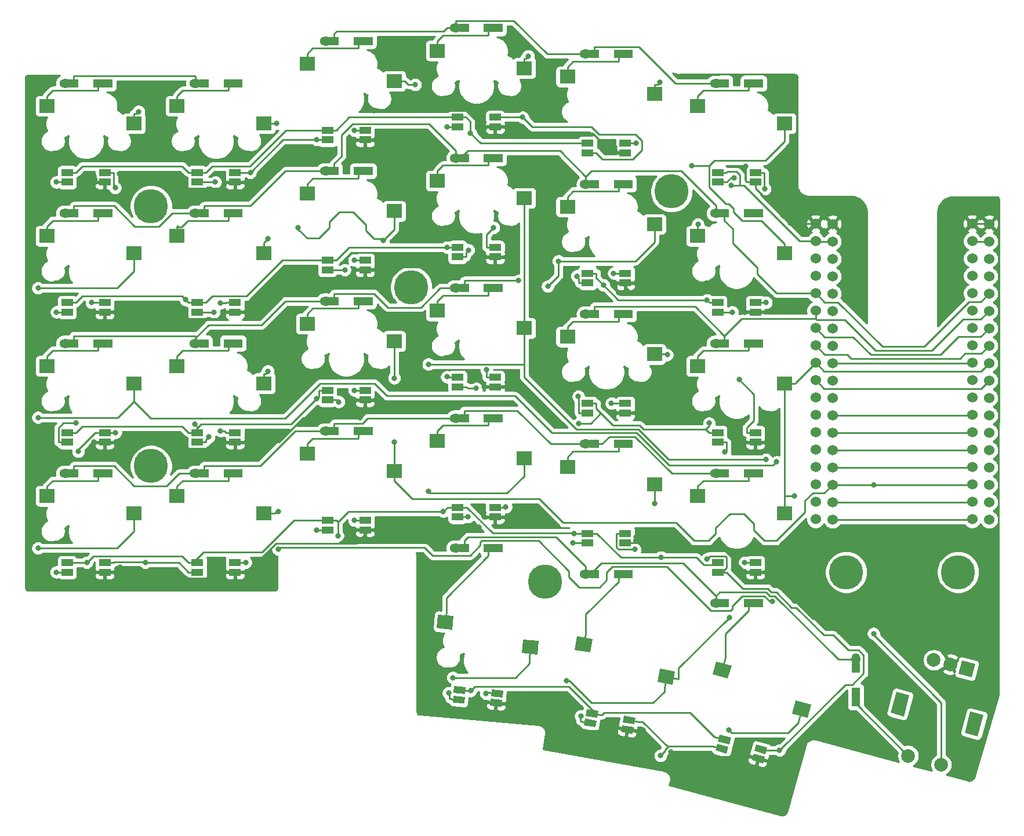
<source format=gtl>
%TF.GenerationSoftware,KiCad,Pcbnew,5.1.10*%
%TF.CreationDate,2021-09-07T21:41:42+02:00*%
%TF.ProjectId,mini,6d696e69-2e6b-4696-9361-645f70636258,rev?*%
%TF.SameCoordinates,Original*%
%TF.FileFunction,Copper,L1,Top*%
%TF.FilePolarity,Positive*%
%FSLAX46Y46*%
G04 Gerber Fmt 4.6, Leading zero omitted, Abs format (unit mm)*
G04 Created by KiCad (PCBNEW 5.1.10) date 2021-09-07 21:41:42*
%MOMM*%
%LPD*%
G01*
G04 APERTURE LIST*
%TA.AperFunction,SMDPad,CuDef*%
%ADD10C,0.100000*%
%TD*%
%TA.AperFunction,SMDPad,CuDef*%
%ADD11R,1.400000X1.300000*%
%TD*%
%TA.AperFunction,ComponentPad*%
%ADD12O,1.778000X1.300000*%
%TD*%
%TA.AperFunction,ComponentPad*%
%ADD13R,1.778000X1.300000*%
%TD*%
%TA.AperFunction,SMDPad,CuDef*%
%ADD14R,1.300000X1.400000*%
%TD*%
%TA.AperFunction,ComponentPad*%
%ADD15O,1.300000X1.778000*%
%TD*%
%TA.AperFunction,ComponentPad*%
%ADD16R,1.300000X1.778000*%
%TD*%
%TA.AperFunction,ComponentPad*%
%ADD17C,1.524000*%
%TD*%
%TA.AperFunction,ComponentPad*%
%ADD18C,2.000000*%
%TD*%
%TA.AperFunction,ComponentPad*%
%ADD19C,0.100000*%
%TD*%
%TA.AperFunction,SMDPad,CuDef*%
%ADD20R,2.300000X2.000000*%
%TD*%
%TA.AperFunction,SMDPad,CuDef*%
%ADD21R,1.700000X1.000000*%
%TD*%
%TA.AperFunction,ComponentPad*%
%ADD22C,5.000000*%
%TD*%
%TA.AperFunction,ViaPad*%
%ADD23C,0.800000*%
%TD*%
%TA.AperFunction,Conductor*%
%ADD24C,0.250000*%
%TD*%
%TA.AperFunction,Conductor*%
%ADD25C,0.254000*%
%TD*%
%TA.AperFunction,Conductor*%
%ADD26C,0.100000*%
%TD*%
G04 APERTURE END LIST*
%TA.AperFunction,SMDPad,CuDef*%
D10*
G36*
X177460010Y-140457907D02*
G01*
X176942372Y-142389759D01*
X174720742Y-141794475D01*
X175238380Y-139862623D01*
X177460010Y-140457907D01*
G37*
%TD.AperFunction*%
%TA.AperFunction,SMDPad,CuDef*%
G36*
X189069868Y-146198361D02*
G01*
X188552230Y-148130213D01*
X186330600Y-147534929D01*
X186848238Y-145603077D01*
X189069868Y-146198361D01*
G37*
%TD.AperFunction*%
D11*
X81425000Y-112376000D03*
X84975000Y-112376000D03*
D12*
X80200000Y-112376000D03*
D13*
X86200000Y-112376000D03*
D11*
X176425000Y-131376000D03*
X179975000Y-131376000D03*
D12*
X175200000Y-131376000D03*
D13*
X181200000Y-131376000D03*
D11*
X157425000Y-127101000D03*
X160975000Y-127101000D03*
D12*
X156200000Y-127101000D03*
D13*
X162200000Y-127101000D03*
D11*
X138425000Y-123301000D03*
X141975000Y-123301000D03*
D12*
X137200000Y-123301000D03*
D13*
X143200000Y-123301000D03*
D14*
X195600000Y-140825000D03*
X195600000Y-144375000D03*
D15*
X195600000Y-139600000D03*
D16*
X195600000Y-145600000D03*
D11*
X176425000Y-112376000D03*
X179975000Y-112376000D03*
D12*
X175200000Y-112376000D03*
D13*
X181200000Y-112376000D03*
D11*
X157425000Y-108101000D03*
X160975000Y-108101000D03*
D12*
X156200000Y-108101000D03*
D13*
X162200000Y-108101000D03*
D11*
X138425000Y-104301000D03*
X141975000Y-104301000D03*
D12*
X137200000Y-104301000D03*
D13*
X143200000Y-104301000D03*
D11*
X119425000Y-106201000D03*
X122975000Y-106201000D03*
D12*
X118200000Y-106201000D03*
D13*
X124200000Y-106201000D03*
D11*
X100425000Y-112376000D03*
X103975000Y-112376000D03*
D12*
X99200000Y-112376000D03*
D13*
X105200000Y-112376000D03*
D11*
X176425000Y-93375600D03*
X179975000Y-93375600D03*
D12*
X175200000Y-93375600D03*
D13*
X181200000Y-93375600D03*
D11*
X157425000Y-89100600D03*
X160975000Y-89100600D03*
D12*
X156200000Y-89100600D03*
D13*
X162200000Y-89100600D03*
D11*
X138425000Y-85300600D03*
X141975000Y-85300600D03*
D12*
X137200000Y-85300600D03*
D13*
X143200000Y-85300600D03*
D11*
X119425000Y-87200600D03*
X122975000Y-87200600D03*
D12*
X118200000Y-87200600D03*
D13*
X124200000Y-87200600D03*
D11*
X100425000Y-93375600D03*
X103975000Y-93375600D03*
D12*
X99200000Y-93375600D03*
D13*
X105200000Y-93375600D03*
D11*
X81425000Y-93375600D03*
X84975000Y-93375600D03*
D12*
X80200000Y-93375600D03*
D13*
X86200000Y-93375600D03*
D11*
X176425000Y-74375600D03*
X179975000Y-74375600D03*
D12*
X175200000Y-74375600D03*
D13*
X181200000Y-74375600D03*
D11*
X157425000Y-70100600D03*
X160975000Y-70100600D03*
D12*
X156200000Y-70100600D03*
D13*
X162200000Y-70100600D03*
D11*
X138425000Y-66300600D03*
X141975000Y-66300600D03*
D12*
X137200000Y-66300600D03*
D13*
X143200000Y-66300600D03*
D11*
X119425000Y-68200600D03*
X122975000Y-68200600D03*
D12*
X118200000Y-68200600D03*
D13*
X124200000Y-68200600D03*
D11*
X100425000Y-74375600D03*
X103975000Y-74375600D03*
D12*
X99200000Y-74375600D03*
D13*
X105200000Y-74375600D03*
D11*
X81425000Y-74375600D03*
X84975000Y-74375600D03*
D12*
X80200000Y-74375600D03*
D13*
X86200000Y-74375600D03*
D11*
X176425000Y-55375600D03*
X179975000Y-55375600D03*
D12*
X175200000Y-55375600D03*
D13*
X181200000Y-55375600D03*
D11*
X157425000Y-51100600D03*
X160975000Y-51100600D03*
D12*
X156200000Y-51100600D03*
D13*
X162200000Y-51100600D03*
D11*
X138425000Y-47300600D03*
X141975000Y-47300600D03*
D12*
X137200000Y-47300600D03*
D13*
X143200000Y-47300600D03*
D11*
X119425000Y-49200600D03*
X122975000Y-49200600D03*
D12*
X118200000Y-49200600D03*
D13*
X124200000Y-49200600D03*
D11*
X100425000Y-55375600D03*
X103975000Y-55375600D03*
D12*
X99200000Y-55375600D03*
D13*
X105200000Y-55375600D03*
D11*
X81425000Y-55375600D03*
X84975000Y-55375600D03*
D12*
X80200000Y-55375600D03*
D13*
X86200000Y-55375600D03*
%TA.AperFunction,SMDPad,CuDef*%
D10*
G36*
X157170851Y-136605878D02*
G01*
X156823555Y-138575493D01*
X154558497Y-138176102D01*
X154905793Y-136206487D01*
X157170851Y-136605878D01*
G37*
%TD.AperFunction*%
%TA.AperFunction,SMDPad,CuDef*%
G36*
X169236844Y-141312621D02*
G01*
X168889548Y-143282236D01*
X166624490Y-142882845D01*
X166971786Y-140913230D01*
X169236844Y-141312621D01*
G37*
%TD.AperFunction*%
D17*
X212595025Y-119079949D03*
X212595025Y-116539949D03*
X212595025Y-113999949D03*
X212595025Y-111459949D03*
X212595025Y-108919949D03*
X212595025Y-106379949D03*
X212595025Y-103839949D03*
X212595025Y-101299949D03*
X212595025Y-98759949D03*
X212595025Y-93679949D03*
X212595025Y-91139949D03*
X212595025Y-88599949D03*
X212595025Y-86059949D03*
X212595025Y-83519949D03*
X212595025Y-80979949D03*
X212595025Y-78439949D03*
X212595025Y-75899949D03*
X189735025Y-119079949D03*
X189735025Y-116539949D03*
X189735025Y-113999949D03*
X189735025Y-111459949D03*
X189735025Y-108919949D03*
X189735025Y-106379949D03*
X189735025Y-103839949D03*
X189735025Y-101299949D03*
X189735025Y-98759949D03*
X189735025Y-93679949D03*
X189735025Y-91139949D03*
X189735025Y-88599949D03*
X189735025Y-86059949D03*
X189735025Y-83519949D03*
X189735025Y-80979949D03*
X189735025Y-78439949D03*
X189735025Y-75899949D03*
X189735025Y-96219949D03*
X212595025Y-96219949D03*
D18*
X203244452Y-153661433D03*
X208074081Y-154955528D03*
%TA.AperFunction,ComponentPad*%
D19*
G36*
X201510000Y-144293313D02*
G01*
X203441851Y-144810951D01*
X202613630Y-147901913D01*
X200681779Y-147384275D01*
X201510000Y-144293313D01*
G37*
%TD.AperFunction*%
%TA.AperFunction,ComponentPad*%
G36*
X212328370Y-147192087D02*
G01*
X214260221Y-147709725D01*
X213432000Y-150800687D01*
X211500149Y-150283049D01*
X212328370Y-147192087D01*
G37*
%TD.AperFunction*%
D18*
X206997328Y-139655509D03*
X209412143Y-140302556D03*
%TA.AperFunction,ComponentPad*%
D19*
G36*
X211119850Y-139724859D02*
G01*
X213051702Y-140242497D01*
X212534064Y-142174349D01*
X210602212Y-141656711D01*
X211119850Y-139724859D01*
G37*
%TD.AperFunction*%
D20*
X77500000Y-58700000D03*
X90200000Y-61240000D03*
X96500000Y-58700000D03*
X109200000Y-61240000D03*
X115500000Y-52525000D03*
X128200000Y-55065000D03*
X134500000Y-50625000D03*
X147200000Y-53165000D03*
X153500000Y-54425000D03*
X166200000Y-56965000D03*
X172500000Y-58700000D03*
X185200000Y-61240000D03*
X77500000Y-77700000D03*
X90200000Y-80240000D03*
X96500000Y-77700000D03*
X109200000Y-80240000D03*
X115500000Y-71525000D03*
X128200000Y-74065000D03*
X134500000Y-69625000D03*
X147200000Y-72165000D03*
X153500000Y-73425000D03*
X166200000Y-75965000D03*
X172500000Y-77700000D03*
X185200000Y-80240000D03*
X77500000Y-96700000D03*
X90200000Y-99240000D03*
X96500000Y-96700000D03*
X109200000Y-99240000D03*
X115500000Y-90525000D03*
X128200000Y-93065000D03*
X134500000Y-88625000D03*
X147200000Y-91165000D03*
X153500000Y-92425000D03*
X166200000Y-94965000D03*
X172500000Y-96700000D03*
X185200000Y-99240000D03*
X77500000Y-115700000D03*
X90200000Y-118240000D03*
X96500000Y-115700000D03*
X109200000Y-118240000D03*
X115500000Y-109525000D03*
X128200000Y-112065000D03*
X134500000Y-107625000D03*
X147200000Y-110165000D03*
X153500000Y-111425000D03*
X166200000Y-113965000D03*
X172500000Y-115700000D03*
X185200000Y-118240000D03*
%TA.AperFunction,SMDPad,CuDef*%
D10*
G36*
X136897708Y-133221729D02*
G01*
X136723396Y-135214119D01*
X134432148Y-135013661D01*
X134606460Y-133021271D01*
X136897708Y-133221729D01*
G37*
%TD.AperFunction*%
%TA.AperFunction,SMDPad,CuDef*%
G36*
X149328005Y-136858942D02*
G01*
X149153693Y-138851332D01*
X146862445Y-138650874D01*
X147036757Y-136658484D01*
X149328005Y-136858942D01*
G37*
%TD.AperFunction*%
D21*
X85950000Y-69820000D03*
X85950000Y-68420000D03*
X80450000Y-69820000D03*
X80450000Y-68420000D03*
X104950000Y-69820000D03*
X104950000Y-68420000D03*
X99450000Y-69820000D03*
X99450000Y-68420000D03*
X123950000Y-63645000D03*
X123950000Y-62245000D03*
X118450000Y-63645000D03*
X118450000Y-62245000D03*
X142950000Y-61745000D03*
X142950000Y-60345000D03*
X137450000Y-61745000D03*
X137450000Y-60345000D03*
X161950000Y-65545000D03*
X161950000Y-64145000D03*
X156450000Y-65545000D03*
X156450000Y-64145000D03*
X180950000Y-69820000D03*
X180950000Y-68420000D03*
X175450000Y-69820000D03*
X175450000Y-68420000D03*
X85950000Y-88820000D03*
X85950000Y-87420000D03*
X80450000Y-88820000D03*
X80450000Y-87420000D03*
X104950000Y-88820000D03*
X104950000Y-87420000D03*
X99450000Y-88820000D03*
X99450000Y-87420000D03*
X123950000Y-82645000D03*
X123950000Y-81245000D03*
X118450000Y-82645000D03*
X118450000Y-81245000D03*
X142950000Y-80745000D03*
X142950000Y-79345000D03*
X137450000Y-80745000D03*
X137450000Y-79345000D03*
X161950000Y-84545000D03*
X161950000Y-83145000D03*
X156450000Y-84545000D03*
X156450000Y-83145000D03*
X180950000Y-88820000D03*
X180950000Y-87420000D03*
X175450000Y-88820000D03*
X175450000Y-87420000D03*
X85950000Y-107820000D03*
X85950000Y-106420000D03*
X80450000Y-107820000D03*
X80450000Y-106420000D03*
X104950000Y-107820000D03*
X104950000Y-106420000D03*
X99450000Y-107820000D03*
X99450000Y-106420000D03*
X123950000Y-101645000D03*
X123950000Y-100245000D03*
X118450000Y-101645000D03*
X118450000Y-100245000D03*
X142950000Y-99745000D03*
X142950000Y-98345000D03*
X137450000Y-99745000D03*
X137450000Y-98345000D03*
X161950000Y-103545000D03*
X161950000Y-102145000D03*
X156450000Y-103545000D03*
X156450000Y-102145000D03*
X180950000Y-107820000D03*
X180950000Y-106420000D03*
X175450000Y-107820000D03*
X175450000Y-106420000D03*
X85950000Y-126820000D03*
X85950000Y-125420000D03*
X80450000Y-126820000D03*
X80450000Y-125420000D03*
X104950000Y-126820000D03*
X104950000Y-125420000D03*
X99450000Y-126820000D03*
X99450000Y-125420000D03*
X123950000Y-120645000D03*
X123950000Y-119245000D03*
X118450000Y-120645000D03*
X118450000Y-119245000D03*
X142950000Y-118745000D03*
X142950000Y-117345000D03*
X137450000Y-118745000D03*
X137450000Y-117345000D03*
X161950000Y-122545000D03*
X161950000Y-121145000D03*
X156450000Y-122545000D03*
X156450000Y-121145000D03*
X180950000Y-126820000D03*
X180950000Y-125420000D03*
X175450000Y-126820000D03*
X175450000Y-125420000D03*
%TA.AperFunction,SMDPad,CuDef*%
D10*
G36*
X142223183Y-146355030D02*
G01*
X142310338Y-145358835D01*
X144003869Y-145507000D01*
X143916714Y-146503195D01*
X142223183Y-146355030D01*
G37*
%TD.AperFunction*%
%TA.AperFunction,SMDPad,CuDef*%
G36*
X142345201Y-144960357D02*
G01*
X142432356Y-143964162D01*
X144125887Y-144112327D01*
X144038732Y-145108522D01*
X142345201Y-144960357D01*
G37*
%TD.AperFunction*%
%TA.AperFunction,SMDPad,CuDef*%
G36*
X136744113Y-145875673D02*
G01*
X136831268Y-144879478D01*
X138524799Y-145027643D01*
X138437644Y-146023838D01*
X136744113Y-145875673D01*
G37*
%TD.AperFunction*%
%TA.AperFunction,SMDPad,CuDef*%
G36*
X136866131Y-144481000D02*
G01*
X136953286Y-143484805D01*
X138646817Y-143632970D01*
X138559662Y-144629165D01*
X136866131Y-144481000D01*
G37*
%TD.AperFunction*%
%TA.AperFunction,SMDPad,CuDef*%
G36*
X161331757Y-150154701D02*
G01*
X161505405Y-149169893D01*
X163179579Y-149465095D01*
X163005931Y-150449903D01*
X161331757Y-150154701D01*
G37*
%TD.AperFunction*%
%TA.AperFunction,SMDPad,CuDef*%
G36*
X161574864Y-148775970D02*
G01*
X161748512Y-147791162D01*
X163422686Y-148086364D01*
X163249038Y-149071172D01*
X161574864Y-148775970D01*
G37*
%TD.AperFunction*%
%TA.AperFunction,SMDPad,CuDef*%
G36*
X155915314Y-149199636D02*
G01*
X156088962Y-148214828D01*
X157763136Y-148510030D01*
X157589488Y-149494838D01*
X155915314Y-149199636D01*
G37*
%TD.AperFunction*%
%TA.AperFunction,SMDPad,CuDef*%
G36*
X156158421Y-147820905D02*
G01*
X156332069Y-146836097D01*
X158006243Y-147131299D01*
X157832595Y-148116107D01*
X156158421Y-147820905D01*
G37*
%TD.AperFunction*%
%TA.AperFunction,SMDPad,CuDef*%
G36*
X180423677Y-154317867D02*
G01*
X180682496Y-153351941D01*
X182324569Y-153791933D01*
X182065750Y-154757859D01*
X180423677Y-154317867D01*
G37*
%TD.AperFunction*%
%TA.AperFunction,SMDPad,CuDef*%
G36*
X180786023Y-152965571D02*
G01*
X181044842Y-151999645D01*
X182686915Y-152439637D01*
X182428096Y-153405563D01*
X180786023Y-152965571D01*
G37*
%TD.AperFunction*%
%TA.AperFunction,SMDPad,CuDef*%
G36*
X175111085Y-152894363D02*
G01*
X175369904Y-151928437D01*
X177011977Y-152368429D01*
X176753158Y-153334355D01*
X175111085Y-152894363D01*
G37*
%TD.AperFunction*%
%TA.AperFunction,SMDPad,CuDef*%
G36*
X175473431Y-151542067D02*
G01*
X175732250Y-150576141D01*
X177374323Y-151016133D01*
X177115504Y-151982059D01*
X175473431Y-151542067D01*
G37*
%TD.AperFunction*%
D17*
X192204975Y-119129949D03*
X192204975Y-116589949D03*
X192204975Y-114049949D03*
X192204975Y-111509949D03*
X192204975Y-108969949D03*
X192204975Y-106429949D03*
X192204975Y-103889949D03*
X192204975Y-101349949D03*
X192204975Y-98809949D03*
X192204975Y-93729949D03*
X192204975Y-91189949D03*
X192204975Y-88649949D03*
X192204975Y-86109949D03*
X192204975Y-83569949D03*
X192204975Y-81029949D03*
X192204975Y-78489949D03*
X192204975Y-75949949D03*
X215064975Y-119129949D03*
X215064975Y-116589949D03*
X215064975Y-114049949D03*
X215064975Y-111509949D03*
X215064975Y-108969949D03*
X215064975Y-106429949D03*
X215064975Y-103889949D03*
X215064975Y-101349949D03*
X215064975Y-98809949D03*
X215064975Y-93729949D03*
X215064975Y-91189949D03*
X215064975Y-88649949D03*
X215064975Y-86109949D03*
X215064975Y-83569949D03*
X215064975Y-81029949D03*
X215064975Y-78489949D03*
X215064975Y-75949949D03*
X215064975Y-96269949D03*
X192204975Y-96269949D03*
D22*
X210540000Y-126820000D03*
X194213000Y-126820000D03*
X92700000Y-73320000D03*
X130700000Y-85195000D03*
X150211000Y-128186000D03*
X92700000Y-111320000D03*
X168700000Y-71182500D03*
D23*
X172544800Y-75987900D03*
X146344500Y-84225500D03*
X184023800Y-110717400D03*
X76200000Y-104221900D03*
X90884500Y-59515400D03*
X76200000Y-85295200D03*
X76200000Y-123312200D03*
X183437700Y-131133000D03*
X111281700Y-123460800D03*
X111281700Y-117941800D03*
X109751600Y-97445000D03*
X111052200Y-61240000D03*
X109751600Y-78114800D03*
X126629100Y-78327200D03*
X128200000Y-107809200D03*
X128200000Y-98466300D03*
X114200000Y-76453100D03*
X131264200Y-55579600D03*
X198200000Y-135800000D03*
X198250100Y-114049900D03*
X133200000Y-96440300D03*
X133200000Y-114983600D03*
X147764900Y-51416700D03*
X182486400Y-110365200D03*
X136788700Y-142229600D03*
X166972500Y-55229100D03*
X177140300Y-133452300D03*
X152200000Y-81361400D03*
X153324300Y-142659200D03*
X168071200Y-95063900D03*
X166200000Y-116753900D03*
X150624900Y-85056500D03*
X186653600Y-115699300D03*
X177045100Y-149857900D03*
X171676700Y-67428900D03*
X182307200Y-70821300D03*
X78873300Y-69820000D03*
X83318100Y-125420000D03*
X99054400Y-105217900D03*
X135897700Y-79345000D03*
X139352600Y-62670200D03*
X119972000Y-121483900D03*
X173890000Y-87054000D03*
X97764400Y-87009500D03*
X116890500Y-101467600D03*
X158766900Y-84882600D03*
X135887000Y-98281300D03*
X177422000Y-70316200D03*
X155174900Y-105100400D03*
X174174900Y-105049700D03*
X135371700Y-117941800D03*
X154506000Y-121145000D03*
X167151200Y-124650500D03*
X139360800Y-144162000D03*
X141526300Y-102147700D03*
X167313300Y-122503100D03*
X168790300Y-103545000D03*
X179491700Y-67520800D03*
X186040900Y-88661400D03*
X186040900Y-75791000D03*
X127529900Y-82216500D03*
X140569500Y-120289800D03*
X168590300Y-153085500D03*
X209412100Y-133670200D03*
X123223100Y-104266600D03*
X182521100Y-126820000D03*
X88064400Y-68579400D03*
X84371300Y-68927000D03*
X103389000Y-70064100D03*
X125225100Y-59407500D03*
X125502500Y-63645000D03*
X141372700Y-62047200D03*
X160393400Y-64732500D03*
X88161200Y-89095900D03*
X103361300Y-88885500D03*
X125519700Y-82645000D03*
X83790400Y-89497700D03*
X141391000Y-80745000D03*
X163524400Y-84545000D03*
X179674900Y-86082500D03*
X179390500Y-88885500D03*
X84366500Y-107820000D03*
X103371800Y-107820000D03*
X125509300Y-101645000D03*
X160992000Y-85935600D03*
X141377600Y-99745000D03*
X163524400Y-103545000D03*
X179391900Y-107820000D03*
X88161200Y-126120000D03*
X103379800Y-126658500D03*
X125935500Y-119786400D03*
X163543100Y-121716500D03*
X141378200Y-118745000D03*
X144714900Y-146115700D03*
X164517500Y-149914700D03*
X179692400Y-153660800D03*
X78899400Y-88820000D03*
X87463800Y-70663100D03*
X107197200Y-68420000D03*
X116871900Y-63614200D03*
X120988200Y-82645000D03*
X122383900Y-62245000D03*
X146962500Y-60345000D03*
X154894600Y-83566900D03*
X163510800Y-64145000D03*
X81725100Y-105049700D03*
X84016500Y-87420000D03*
X120100500Y-101926500D03*
X122381400Y-81245000D03*
X160252600Y-83145000D03*
X155088900Y-101133700D03*
X82071500Y-109165500D03*
X87525900Y-106420000D03*
X78873300Y-126820000D03*
X122381400Y-100245000D03*
X116898000Y-120645000D03*
X154316000Y-122545000D03*
X159922000Y-102145000D03*
X91862500Y-125420000D03*
X122381400Y-119245000D03*
X136146500Y-144484800D03*
X163352500Y-123502600D03*
X155454800Y-147848800D03*
X167097000Y-153637800D03*
X102845800Y-87504100D03*
X102097800Y-69820000D03*
X135896900Y-61745000D03*
X142710900Y-76480300D03*
X177850600Y-69187900D03*
X182504800Y-87420000D03*
X102847900Y-106177300D03*
X101867400Y-88820000D03*
X139036000Y-79745400D03*
X141674900Y-97265500D03*
X177565800Y-88820000D03*
X178555900Y-98675500D03*
X106506800Y-125420000D03*
X101148500Y-107059000D03*
X144516000Y-117297900D03*
X140191000Y-99970300D03*
X176489100Y-109280100D03*
X179398100Y-125420000D03*
X139006300Y-118745000D03*
X141617900Y-144536300D03*
X173883500Y-124872600D03*
X184467200Y-152835600D03*
D24*
X175200000Y-55375600D02*
X169322100Y-55375600D01*
X169322100Y-55375600D02*
X163972000Y-50025500D01*
X163972000Y-50025500D02*
X157425000Y-50025500D01*
X175200000Y-55375600D02*
X176425000Y-55375600D01*
X157425000Y-51100600D02*
X157425000Y-50025500D01*
X156200000Y-51100600D02*
X157425000Y-51100600D01*
X137200000Y-46225500D02*
X145664000Y-46225500D01*
X145664000Y-46225500D02*
X150539100Y-51100600D01*
X150539100Y-51100600D02*
X156200000Y-51100600D01*
X137200000Y-47300600D02*
X137200000Y-46225500D01*
X137200000Y-47300600D02*
X136543000Y-47300600D01*
X138425000Y-47300600D02*
X137200000Y-47300600D01*
X136543000Y-47300600D02*
X135885900Y-47300600D01*
X119425000Y-49200600D02*
X119425000Y-48125500D01*
X119425000Y-48125500D02*
X119804500Y-47746000D01*
X119804500Y-47746000D02*
X135440500Y-47746000D01*
X135440500Y-47746000D02*
X135885900Y-47300600D01*
X118200000Y-49200600D02*
X119425000Y-49200600D01*
X100425000Y-55375600D02*
X99299900Y-55375600D01*
X99200000Y-54838000D02*
X99299900Y-54937900D01*
X99299900Y-54937900D02*
X99299900Y-55375600D01*
X99200000Y-54838000D02*
X99200000Y-54300500D01*
X99200000Y-55375600D02*
X99200000Y-54838000D01*
X81425000Y-55375600D02*
X81425000Y-54300500D01*
X81425000Y-54300500D02*
X99200000Y-54300500D01*
X80200000Y-55375600D02*
X81425000Y-55375600D01*
X192205000Y-96270000D02*
X212545000Y-96270000D01*
X212545000Y-96270000D02*
X212595000Y-96220000D01*
X86200000Y-55375600D02*
X84975000Y-55375600D01*
X84975000Y-55375600D02*
X84975000Y-56450700D01*
X77500000Y-58700000D02*
X77500000Y-57274900D01*
X77500000Y-57274900D02*
X78324200Y-56450700D01*
X78324200Y-56450700D02*
X84975000Y-56450700D01*
X105200000Y-55375600D02*
X103975000Y-55375600D01*
X103975000Y-55375600D02*
X103975000Y-56450700D01*
X96500000Y-58700000D02*
X96500000Y-57274900D01*
X96500000Y-57274900D02*
X97324200Y-56450700D01*
X97324200Y-56450700D02*
X103975000Y-56450700D01*
X124200000Y-49200600D02*
X122975000Y-49200600D01*
X122975000Y-49200600D02*
X122975000Y-50275700D01*
X115500000Y-52525000D02*
X115500000Y-51099900D01*
X115500000Y-51099900D02*
X116324200Y-50275700D01*
X116324200Y-50275700D02*
X122975000Y-50275700D01*
X143200000Y-47300600D02*
X141975000Y-47300600D01*
X141975000Y-47300600D02*
X141975000Y-48375700D01*
X134500000Y-50625000D02*
X134500000Y-49199900D01*
X134500000Y-49199900D02*
X135324200Y-48375700D01*
X135324200Y-48375700D02*
X141975000Y-48375700D01*
X162200000Y-51100600D02*
X160975000Y-51100600D01*
X160975000Y-51100600D02*
X160975000Y-52175700D01*
X153500000Y-54425000D02*
X153500000Y-52999900D01*
X153500000Y-52999900D02*
X154324200Y-52175700D01*
X154324200Y-52175700D02*
X160975000Y-52175700D01*
X181200000Y-55375600D02*
X179975000Y-55375600D01*
X179975000Y-55375600D02*
X179975000Y-56450700D01*
X172500000Y-58700000D02*
X172500000Y-57274900D01*
X172500000Y-57274900D02*
X173324200Y-56450700D01*
X173324200Y-56450700D02*
X179975000Y-56450700D01*
X175200000Y-74375600D02*
X175200000Y-73300500D01*
X175200000Y-73300500D02*
X170126400Y-68226900D01*
X170126400Y-68226900D02*
X156998600Y-68226900D01*
X156998600Y-68226900D02*
X156200000Y-69025500D01*
X175200000Y-74375600D02*
X176425000Y-74375600D01*
X156200000Y-69163000D02*
X156200000Y-69025500D01*
X156200000Y-69563000D02*
X156200000Y-69163000D01*
X157425000Y-70100600D02*
X156299900Y-70100600D01*
X156200000Y-69563000D02*
X156299900Y-69662900D01*
X156299900Y-69662900D02*
X156299900Y-70100600D01*
X156200000Y-70100600D02*
X156200000Y-69563000D01*
X137862500Y-66300600D02*
X138937700Y-65225400D01*
X138937700Y-65225400D02*
X152399900Y-65225400D01*
X152399900Y-65225400D02*
X156200000Y-69025500D01*
X137862500Y-66300600D02*
X137299900Y-66300600D01*
X138425000Y-66300600D02*
X137862500Y-66300600D01*
X137200000Y-65763000D02*
X137299900Y-65862900D01*
X137299900Y-65862900D02*
X137299900Y-66300600D01*
X137200000Y-65763000D02*
X137200000Y-65225500D01*
X137200000Y-66300600D02*
X137200000Y-65763000D01*
X119425000Y-68200600D02*
X119425000Y-67125500D01*
X119425000Y-67125500D02*
X120500100Y-66050400D01*
X120500100Y-66050400D02*
X120500100Y-62908400D01*
X120500100Y-62908400D02*
X122088700Y-61319800D01*
X122088700Y-61319800D02*
X133294300Y-61319800D01*
X133294300Y-61319800D02*
X137200000Y-65225500D01*
X118200000Y-68200600D02*
X119425000Y-68200600D01*
X100425000Y-73300500D02*
X107236800Y-73300500D01*
X107236800Y-73300500D02*
X112336700Y-68200600D01*
X112336700Y-68200600D02*
X118200000Y-68200600D01*
X100425000Y-74375600D02*
X100425000Y-73300500D01*
X99200000Y-74375600D02*
X100425000Y-74375600D01*
X81425000Y-73300500D02*
X87331200Y-73300500D01*
X87331200Y-73300500D02*
X90305500Y-76274800D01*
X90305500Y-76274800D02*
X93882100Y-76274800D01*
X93882100Y-76274800D02*
X95781300Y-74375600D01*
X95781300Y-74375600D02*
X99200000Y-74375600D01*
X81425000Y-74375600D02*
X81425000Y-73300500D01*
X80200000Y-74375600D02*
X81425000Y-74375600D01*
X176425000Y-74375600D02*
X176425000Y-75450700D01*
X189735000Y-86060000D02*
X184034200Y-86060000D01*
X184034200Y-86060000D02*
X181244600Y-83270400D01*
X181244600Y-83270400D02*
X181244600Y-82364200D01*
X181244600Y-82364200D02*
X177649800Y-78769400D01*
X177649800Y-78769400D02*
X177649800Y-76675500D01*
X177649800Y-76675500D02*
X176425000Y-75450700D01*
X215065000Y-86110000D02*
X213845000Y-87330000D01*
X213845000Y-87330000D02*
X212134100Y-87330000D01*
X212134100Y-87330000D02*
X205605000Y-93859100D01*
X205605000Y-93859100D02*
X199486600Y-93859100D01*
X199486600Y-93859100D02*
X193007500Y-87380000D01*
X193007500Y-87380000D02*
X191055000Y-87380000D01*
X191055000Y-87380000D02*
X189735000Y-86060000D01*
X86200000Y-74375600D02*
X84975000Y-74375600D01*
X84975000Y-74375600D02*
X84975000Y-75450700D01*
X77500000Y-77700000D02*
X77500000Y-76274900D01*
X77500000Y-76274900D02*
X78324200Y-75450700D01*
X78324200Y-75450700D02*
X84975000Y-75450700D01*
X105200000Y-74375600D02*
X103975000Y-74375600D01*
X96500000Y-76274900D02*
X96523200Y-76251700D01*
X96523200Y-76251700D02*
X96684200Y-76412800D01*
X96684200Y-76412800D02*
X97140100Y-76412800D01*
X97140100Y-76412800D02*
X98035600Y-75517300D01*
X98035600Y-75517300D02*
X98035600Y-75450700D01*
X98035600Y-75450700D02*
X103975000Y-75450700D01*
X103975000Y-74375600D02*
X103975000Y-75450700D01*
X96500000Y-77700000D02*
X96500000Y-76274900D01*
X124200000Y-68200600D02*
X122975000Y-68200600D01*
X122975000Y-68200600D02*
X122975000Y-69275700D01*
X115500000Y-71525000D02*
X115500000Y-70099900D01*
X115500000Y-70099900D02*
X116324200Y-69275700D01*
X116324200Y-69275700D02*
X122975000Y-69275700D01*
X143200000Y-66300600D02*
X141975000Y-66300600D01*
X141975000Y-66300600D02*
X141975000Y-67375700D01*
X134500000Y-69625000D02*
X134500000Y-68199900D01*
X134500000Y-68199900D02*
X135324200Y-67375700D01*
X135324200Y-67375700D02*
X141975000Y-67375700D01*
X162200000Y-70100600D02*
X160975000Y-70100600D01*
X160975000Y-70100600D02*
X160975000Y-71175700D01*
X153500000Y-73425000D02*
X153500000Y-71999900D01*
X153500000Y-71999900D02*
X154324200Y-71175700D01*
X154324200Y-71175700D02*
X160975000Y-71175700D01*
X172500000Y-77700000D02*
X172500000Y-76032700D01*
X172500000Y-76032700D02*
X172544800Y-75987900D01*
X181200000Y-74375600D02*
X179975000Y-74375600D01*
X176425000Y-92300500D02*
X178938100Y-89787400D01*
X178938100Y-89787400D02*
X189735000Y-89787400D01*
X138425000Y-84225500D02*
X146344500Y-84225500D01*
X175200000Y-93375600D02*
X176425000Y-93375600D01*
X157425000Y-89100600D02*
X157425000Y-88025500D01*
X157425000Y-88025500D02*
X172150000Y-88025500D01*
X172150000Y-88025500D02*
X176425000Y-92300500D01*
X156200000Y-89100600D02*
X157425000Y-89100600D01*
X138425000Y-85300600D02*
X138425000Y-84225500D01*
X137200000Y-85300600D02*
X138425000Y-85300600D01*
X119425000Y-86125500D02*
X125283700Y-86125500D01*
X125283700Y-86125500D02*
X127285100Y-88126900D01*
X127285100Y-88126900D02*
X132077700Y-88126900D01*
X132077700Y-88126900D02*
X134904000Y-85300600D01*
X134904000Y-85300600D02*
X137200000Y-85300600D01*
X119425000Y-87200600D02*
X119425000Y-86125500D01*
X118200000Y-87200600D02*
X119425000Y-87200600D01*
X99200000Y-92569200D02*
X101086400Y-90682800D01*
X101086400Y-90682800D02*
X108854500Y-90682800D01*
X108854500Y-90682800D02*
X112336700Y-87200600D01*
X112336700Y-87200600D02*
X118200000Y-87200600D01*
X99200000Y-92569200D02*
X99200000Y-92300500D01*
X99200000Y-92838000D02*
X99200000Y-92569200D01*
X100425000Y-93375600D02*
X99299900Y-93375600D01*
X99200000Y-92838000D02*
X99299900Y-92937900D01*
X99299900Y-92937900D02*
X99299900Y-93375600D01*
X99200000Y-93375600D02*
X99200000Y-92838000D01*
X81425000Y-93375600D02*
X81425000Y-92300500D01*
X81425000Y-92300500D02*
X99200000Y-92300500D01*
X80200000Y-93375600D02*
X81425000Y-93375600D01*
X215065000Y-88650000D02*
X213845000Y-89870000D01*
X213845000Y-89870000D02*
X211285000Y-89870000D01*
X211285000Y-89870000D02*
X206739900Y-94415100D01*
X206739900Y-94415100D02*
X198462000Y-94415100D01*
X198462000Y-94415100D02*
X193966900Y-89920000D01*
X193966900Y-89920000D02*
X189867600Y-89920000D01*
X189867600Y-89920000D02*
X189735000Y-89787400D01*
X189735000Y-88600000D02*
X189735000Y-89787400D01*
X176425000Y-93375600D02*
X176425000Y-92300500D01*
X86200000Y-93375600D02*
X84975000Y-93375600D01*
X84975000Y-93375600D02*
X84975000Y-94450700D01*
X77500000Y-96700000D02*
X77500000Y-95274900D01*
X77500000Y-95274900D02*
X78324200Y-94450700D01*
X78324200Y-94450700D02*
X84975000Y-94450700D01*
X105200000Y-93375600D02*
X103975000Y-93375600D01*
X103975000Y-93375600D02*
X103975000Y-94450700D01*
X96500000Y-96700000D02*
X96500000Y-95274900D01*
X96500000Y-95274900D02*
X97324200Y-94450700D01*
X97324200Y-94450700D02*
X103975000Y-94450700D01*
X124200000Y-87200600D02*
X122975000Y-87200600D01*
X122975000Y-87200600D02*
X122975000Y-88275700D01*
X115500000Y-90525000D02*
X115500000Y-89099900D01*
X115500000Y-89099900D02*
X116324200Y-88275700D01*
X116324200Y-88275700D02*
X122975000Y-88275700D01*
X143200000Y-85300600D02*
X141975000Y-85300600D01*
X134500000Y-87199900D02*
X135324200Y-86375700D01*
X135324200Y-86375700D02*
X141975000Y-86375700D01*
X141975000Y-85300600D02*
X141975000Y-86375700D01*
X134500000Y-88625000D02*
X134500000Y-87199900D01*
X153500000Y-92425000D02*
X153500000Y-90999900D01*
X160975000Y-89100600D02*
X160975000Y-90175700D01*
X153500000Y-90999900D02*
X154324200Y-90175700D01*
X154324200Y-90175700D02*
X160975000Y-90175700D01*
X162200000Y-89100600D02*
X160975000Y-89100600D01*
X181200000Y-93375600D02*
X179975000Y-93375600D01*
X179975000Y-93375600D02*
X179975000Y-94450700D01*
X172500000Y-96700000D02*
X172500000Y-95274900D01*
X172500000Y-95274900D02*
X173324200Y-94450700D01*
X173324200Y-94450700D02*
X179975000Y-94450700D01*
X138425000Y-103225900D02*
X146169000Y-103225900D01*
X146169000Y-103225900D02*
X151044100Y-108101000D01*
X151044100Y-108101000D02*
X156200000Y-108101000D01*
X138425000Y-104301000D02*
X138425000Y-103225900D01*
X157425000Y-108101000D02*
X156200000Y-108101000D01*
X100425000Y-111300900D02*
X108633500Y-111300900D01*
X108633500Y-111300900D02*
X113733400Y-106201000D01*
X113733400Y-106201000D02*
X118200000Y-106201000D01*
X119425000Y-105125900D02*
X123530600Y-105125900D01*
X123530600Y-105125900D02*
X124355500Y-104301000D01*
X124355500Y-104301000D02*
X137200000Y-104301000D01*
X80200000Y-112376000D02*
X81425000Y-112376000D01*
X175200000Y-112376000D02*
X176425000Y-112376000D01*
X158550100Y-108101000D02*
X159625300Y-107025800D01*
X159625300Y-107025800D02*
X163390100Y-107025800D01*
X163390100Y-107025800D02*
X168740300Y-112376000D01*
X168740300Y-112376000D02*
X175200000Y-112376000D01*
X157425000Y-108101000D02*
X158550100Y-108101000D01*
X100425000Y-112376000D02*
X100425000Y-111300900D01*
X119425000Y-106201000D02*
X118200000Y-106201000D01*
X137200000Y-104301000D02*
X138425000Y-104301000D01*
X119425000Y-106201000D02*
X119425000Y-105125900D01*
X81425000Y-112376000D02*
X81425000Y-111300900D01*
X99200000Y-112376000D02*
X96846900Y-112376000D01*
X96846900Y-112376000D02*
X94968000Y-114254900D01*
X94968000Y-114254900D02*
X90237800Y-114254900D01*
X90237800Y-114254900D02*
X87283800Y-111300900D01*
X87283800Y-111300900D02*
X81425000Y-111300900D01*
X100425000Y-112376000D02*
X99200000Y-112376000D01*
X215065000Y-91190000D02*
X213845000Y-92410000D01*
X213845000Y-92410000D02*
X210629900Y-92410000D01*
X210629900Y-92410000D02*
X208012600Y-95027300D01*
X208012600Y-95027300D02*
X197791900Y-95027300D01*
X197791900Y-95027300D02*
X195224600Y-92460000D01*
X195224600Y-92460000D02*
X191055000Y-92460000D01*
X191055000Y-92460000D02*
X189735000Y-91140000D01*
X86200000Y-112376000D02*
X84975000Y-112376000D01*
X84975000Y-112376000D02*
X84975000Y-113451100D01*
X77500000Y-115700000D02*
X77500000Y-114274900D01*
X77500000Y-114274900D02*
X78323800Y-113451100D01*
X78323800Y-113451100D02*
X84975000Y-113451100D01*
X105200000Y-112376000D02*
X103975000Y-112376000D01*
X103975000Y-112376000D02*
X103975000Y-113451100D01*
X96500000Y-115700000D02*
X96500000Y-114274900D01*
X96500000Y-114274900D02*
X97323800Y-113451100D01*
X97323800Y-113451100D02*
X103975000Y-113451100D01*
X124200000Y-106201000D02*
X122975000Y-106201000D01*
X122975000Y-106201000D02*
X122975000Y-107276100D01*
X115500000Y-109525000D02*
X115500000Y-108099900D01*
X115500000Y-108099900D02*
X116323800Y-107276100D01*
X116323800Y-107276100D02*
X122975000Y-107276100D01*
X143200000Y-104301000D02*
X141975000Y-104301000D01*
X141975000Y-104301000D02*
X141975000Y-105376100D01*
X134500000Y-107625000D02*
X134500000Y-106199900D01*
X134500000Y-106199900D02*
X135323800Y-105376100D01*
X135323800Y-105376100D02*
X141975000Y-105376100D01*
X162200000Y-108101000D02*
X160975000Y-108101000D01*
X160975000Y-108101000D02*
X160975000Y-109176100D01*
X153500000Y-111425000D02*
X153500000Y-109999900D01*
X153500000Y-109999900D02*
X154323800Y-109176100D01*
X154323800Y-109176100D02*
X160975000Y-109176100D01*
X179975000Y-112376000D02*
X179975000Y-113451100D01*
X172500000Y-115700000D02*
X172500000Y-114274900D01*
X172500000Y-114274900D02*
X173323800Y-113451100D01*
X173323800Y-113451100D02*
X179975000Y-113451100D01*
X181200000Y-112376000D02*
X179975000Y-112376000D01*
X195600000Y-139600000D02*
X193071600Y-139600000D01*
X193071600Y-139600000D02*
X183779500Y-130307900D01*
X183779500Y-130307900D02*
X183050100Y-130307900D01*
X183050100Y-130307900D02*
X182493000Y-129750800D01*
X182493000Y-129750800D02*
X175750100Y-129750800D01*
X175750100Y-129750800D02*
X175200000Y-130300900D01*
X175200000Y-130300900D02*
X170374800Y-125475700D01*
X170374800Y-125475700D02*
X158487800Y-125475700D01*
X158487800Y-125475700D02*
X156862500Y-127101000D01*
X156200000Y-126025900D02*
X151849900Y-121675800D01*
X151849900Y-121675800D02*
X138975100Y-121675800D01*
X138975100Y-121675800D02*
X138425000Y-122225900D01*
X195600000Y-139600000D02*
X195600000Y-140825000D01*
X176425000Y-131376000D02*
X175299900Y-131376000D01*
X175200000Y-130838400D02*
X175299900Y-130938300D01*
X175299900Y-130938300D02*
X175299900Y-131376000D01*
X175200000Y-130838400D02*
X175200000Y-130300900D01*
X175200000Y-131376000D02*
X175200000Y-130838400D01*
X156862500Y-127101000D02*
X156299900Y-127101000D01*
X157425000Y-127101000D02*
X156862500Y-127101000D01*
X156200000Y-126563400D02*
X156299900Y-126663300D01*
X156299900Y-126663300D02*
X156299900Y-127101000D01*
X156200000Y-126563400D02*
X156200000Y-126025900D01*
X156200000Y-127101000D02*
X156200000Y-126563400D01*
X138425000Y-123301000D02*
X138425000Y-122225900D01*
X137200000Y-123301000D02*
X138425000Y-123301000D01*
X215065000Y-93730000D02*
X213927800Y-94867200D01*
X213927800Y-94867200D02*
X211567700Y-94867200D01*
X211567700Y-94867200D02*
X210857400Y-95577500D01*
X210857400Y-95577500D02*
X194906000Y-95577500D01*
X194906000Y-95577500D02*
X194328500Y-95000000D01*
X194328500Y-95000000D02*
X191055000Y-95000000D01*
X191055000Y-95000000D02*
X189735000Y-93680000D01*
X143200000Y-123301000D02*
X141975000Y-123301000D01*
X141975000Y-123301000D02*
X141975000Y-124376100D01*
X135664900Y-134117700D02*
X135801200Y-132560800D01*
X135801200Y-132560800D02*
X135801100Y-132560800D01*
X135801100Y-132560800D02*
X135801100Y-130550000D01*
X135801100Y-130550000D02*
X141975000Y-124376100D01*
X162200000Y-127101000D02*
X160975000Y-127101000D01*
X160975000Y-127101000D02*
X160975000Y-128176100D01*
X155864700Y-137391000D02*
X156160300Y-135713900D01*
X156160300Y-135713900D02*
X156160300Y-132990800D01*
X156160300Y-132990800D02*
X160975000Y-128176100D01*
X179975000Y-131376000D02*
X179975000Y-132451100D01*
X176090400Y-141126200D02*
X176568500Y-139341900D01*
X176568500Y-139341900D02*
X176568400Y-139341900D01*
X176568400Y-139341900D02*
X176568400Y-135857700D01*
X176568400Y-135857700D02*
X179975000Y-132451100D01*
X181200000Y-131376000D02*
X179975000Y-131376000D01*
X90200000Y-101919100D02*
X92630700Y-104349800D01*
X92630700Y-104349800D02*
X112275600Y-104349800D01*
X112275600Y-104349800D02*
X117352000Y-99273400D01*
X117352000Y-99273400D02*
X125348200Y-99273400D01*
X125348200Y-99273400D02*
X127144300Y-101069500D01*
X127144300Y-101069500D02*
X145827800Y-101069500D01*
X145827800Y-101069500D02*
X151234000Y-106475700D01*
X151234000Y-106475700D02*
X163618100Y-106475700D01*
X163618100Y-106475700D02*
X168369200Y-111226800D01*
X168369200Y-111226800D02*
X183514400Y-111226800D01*
X183514400Y-111226800D02*
X184023800Y-110717400D01*
X90200000Y-101919100D02*
X87823100Y-104296000D01*
X87823100Y-104296000D02*
X82157000Y-104296000D01*
X82157000Y-104296000D02*
X82082900Y-104221900D01*
X82082900Y-104221900D02*
X76200000Y-104221900D01*
X90200000Y-99240000D02*
X90200000Y-101919100D01*
X76200000Y-123312200D02*
X87754400Y-123312200D01*
X87754400Y-123312200D02*
X90200000Y-120866600D01*
X90200000Y-120866600D02*
X90200000Y-118240000D01*
X212595000Y-108919900D02*
X212545000Y-108969900D01*
X212545000Y-108969900D02*
X192205000Y-108969900D01*
X90884500Y-59515400D02*
X90585000Y-59814900D01*
X90585000Y-59814900D02*
X90200000Y-59814900D01*
X90200000Y-61240000D02*
X90200000Y-59814900D01*
X90200000Y-80240000D02*
X90200000Y-82845100D01*
X90200000Y-82845100D02*
X87749900Y-85295200D01*
X87749900Y-85295200D02*
X76200000Y-85295200D01*
X110775100Y-118240000D02*
X111073300Y-117941800D01*
X111073300Y-117941800D02*
X111281700Y-117941800D01*
X109200000Y-118240000D02*
X110775100Y-118240000D01*
X192205000Y-111509900D02*
X212545000Y-111509900D01*
X212545000Y-111509900D02*
X212595000Y-111459900D01*
X109751600Y-97445000D02*
X109381700Y-97814900D01*
X109381700Y-97814900D02*
X109200000Y-97814900D01*
X109200000Y-99240000D02*
X109200000Y-97814900D01*
X110775100Y-61240000D02*
X111052200Y-61240000D01*
X109200000Y-61240000D02*
X110775100Y-61240000D01*
X109751600Y-78114800D02*
X109200000Y-78666400D01*
X109200000Y-78666400D02*
X109200000Y-80240000D01*
X183097100Y-131133000D02*
X183437700Y-131133000D01*
X182265000Y-130300900D02*
X183097100Y-131133000D01*
X177550200Y-132216800D02*
X177550200Y-131737700D01*
X174436200Y-132451200D02*
X177315800Y-132451200D01*
X168010800Y-126025800D02*
X174436200Y-132451200D01*
X177550200Y-131737700D02*
X178987000Y-130300900D01*
X160060200Y-126025800D02*
X168010800Y-126025800D01*
X159200000Y-126886000D02*
X160060200Y-126025800D01*
X159200000Y-127990000D02*
X159200000Y-126886000D01*
X111482100Y-123260400D02*
X132659400Y-123260400D01*
X132659400Y-123260400D02*
X133775200Y-124376200D01*
X133775200Y-124376200D02*
X139301000Y-124376200D01*
X139301000Y-124376200D02*
X140762500Y-122914700D01*
X140762500Y-122484100D02*
X141020700Y-122225900D01*
X149315900Y-122225900D02*
X153740750Y-126650750D01*
X178987000Y-130300900D02*
X182265000Y-130300900D01*
X140762500Y-122914700D02*
X140762500Y-122484100D01*
X158160000Y-129030000D02*
X159200000Y-127990000D01*
X141020700Y-122225900D02*
X149315900Y-122225900D01*
X177315800Y-132451200D02*
X177550200Y-132216800D01*
X111281700Y-123460800D02*
X111482100Y-123260400D01*
X155211500Y-129030000D02*
X158160000Y-129030000D01*
X153740750Y-126650750D02*
X153740750Y-127559250D01*
X153740750Y-127559250D02*
X155211500Y-129030000D01*
X126629100Y-78070400D02*
X125228500Y-78070400D01*
X125228500Y-78070400D02*
X124074900Y-76916800D01*
X124074900Y-76916800D02*
X124074900Y-76019500D01*
X124074900Y-76019500D02*
X122225300Y-74169900D01*
X122225300Y-74169900D02*
X120174800Y-74169900D01*
X120174800Y-74169900D02*
X118724900Y-75619800D01*
X118724900Y-75619800D02*
X118724900Y-76511600D01*
X118724900Y-76511600D02*
X117211100Y-78025400D01*
X117211100Y-78025400D02*
X115528200Y-78025400D01*
X115528200Y-78025400D02*
X114200000Y-76697200D01*
X114200000Y-76697200D02*
X114200000Y-76453100D01*
X128200000Y-74065000D02*
X128200000Y-76744100D01*
X128200000Y-76744100D02*
X126873700Y-78070400D01*
X126873700Y-78070400D02*
X126629100Y-78070400D01*
X126629100Y-78070400D02*
X126629100Y-78327200D01*
X128200000Y-94490100D02*
X128200000Y-98466300D01*
X128200000Y-112065000D02*
X128200000Y-113490100D01*
X128200000Y-113490100D02*
X130845600Y-116135700D01*
X130845600Y-116135700D02*
X149419900Y-116135700D01*
X149419900Y-116135700D02*
X152882000Y-119597800D01*
X152882000Y-119597800D02*
X169339800Y-119597800D01*
X169339800Y-119597800D02*
X171970200Y-122228200D01*
X171970200Y-122228200D02*
X174143700Y-122228200D01*
X174143700Y-122228200D02*
X175155400Y-121216500D01*
X175155400Y-121216500D02*
X175155400Y-120364200D01*
X175155400Y-120364200D02*
X177205500Y-118314100D01*
X177205500Y-118314100D02*
X179258100Y-118314100D01*
X179258100Y-118314100D02*
X180675200Y-119731200D01*
X180675200Y-119731200D02*
X180675200Y-120660700D01*
X180675200Y-120660700D02*
X182250800Y-122236300D01*
X182250800Y-122236300D02*
X183981100Y-122236300D01*
X183981100Y-122236300D02*
X188186700Y-118030700D01*
X188186700Y-118030700D02*
X188186700Y-116403400D01*
X188186700Y-116403400D02*
X189320200Y-115269900D01*
X189320200Y-115269900D02*
X190985000Y-115269900D01*
X190985000Y-115269900D02*
X192205000Y-114049900D01*
X128200000Y-107809200D02*
X128200000Y-112065000D01*
X212595000Y-113999900D02*
X212545000Y-114049900D01*
X212545000Y-114049900D02*
X192205000Y-114049900D01*
X128200000Y-55065000D02*
X129775100Y-55065000D01*
X131264200Y-55579600D02*
X130289700Y-55579600D01*
X130289700Y-55579600D02*
X129775100Y-55065000D01*
X128200000Y-93065000D02*
X128200000Y-94490100D01*
X208074081Y-154955528D02*
X208074081Y-145874081D01*
X198200000Y-136000000D02*
X198200000Y-135800000D01*
X208074081Y-145874081D02*
X198200000Y-136000000D01*
X147200000Y-96440300D02*
X133200000Y-96440300D01*
X147200000Y-96440300D02*
X147200000Y-91165000D01*
X182486400Y-110365200D02*
X168285600Y-110365200D01*
X168285600Y-110365200D02*
X163846000Y-105925600D01*
X163846000Y-105925600D02*
X154796400Y-105925600D01*
X154796400Y-105925600D02*
X147200000Y-98329200D01*
X147200000Y-98329200D02*
X147200000Y-96440300D01*
X147200000Y-110165000D02*
X147200000Y-112775400D01*
X147200000Y-112775400D02*
X144683000Y-115292400D01*
X144683000Y-115292400D02*
X133508800Y-115292400D01*
X133508800Y-115292400D02*
X133200000Y-114983600D01*
X147200000Y-53165000D02*
X147200000Y-51739900D01*
X147200000Y-51739900D02*
X147441700Y-51739900D01*
X147441700Y-51739900D02*
X147764900Y-51416700D01*
X192205000Y-116589900D02*
X212545000Y-116589900D01*
X212545000Y-116589900D02*
X212595000Y-116539900D01*
X148095200Y-137754900D02*
X147958900Y-139311800D01*
X147200000Y-72165000D02*
X147200000Y-91165000D01*
X147958900Y-139311800D02*
X147959000Y-139311800D01*
X147959000Y-139311800D02*
X147959000Y-140145400D01*
X147959000Y-140145400D02*
X145874800Y-142229600D01*
X145874800Y-142229600D02*
X136788700Y-142229600D01*
X166972500Y-55229100D02*
X166661700Y-55539900D01*
X166661700Y-55539900D02*
X166200000Y-55539900D01*
X166200000Y-56965000D02*
X166200000Y-55539900D01*
X167930700Y-142097700D02*
X169729400Y-142414800D01*
X177140300Y-133452300D02*
X169729400Y-140863200D01*
X169729400Y-140863200D02*
X169729400Y-142414800D01*
X152200000Y-81361400D02*
X152200000Y-83481400D01*
X152200000Y-83481400D02*
X150624900Y-85056500D01*
X166200000Y-75965000D02*
X166200000Y-78575400D01*
X166200000Y-78575400D02*
X163414000Y-81361400D01*
X163414000Y-81361400D02*
X152200000Y-81361400D01*
X167635100Y-143774800D02*
X167635100Y-144278900D01*
X167635100Y-144278900D02*
X165974700Y-145939300D01*
X165974700Y-145939300D02*
X157039800Y-145939300D01*
X157039800Y-145939300D02*
X153759700Y-142659200D01*
X153759700Y-142659200D02*
X153324300Y-142659200D01*
X167930700Y-142097700D02*
X167635100Y-143774800D01*
X167775100Y-94965000D02*
X167874000Y-95063900D01*
X167874000Y-95063900D02*
X168071200Y-95063900D01*
X166200000Y-94965000D02*
X167775100Y-94965000D01*
X166200000Y-116753900D02*
X166200000Y-113965000D01*
X212595000Y-119079900D02*
X212545000Y-119129900D01*
X212545000Y-119129900D02*
X192205000Y-119129900D01*
X185200000Y-115699300D02*
X185200000Y-118240000D01*
X185200000Y-99240000D02*
X185200000Y-115699300D01*
X186653600Y-115699300D02*
X185200000Y-115699300D01*
X185200000Y-61240000D02*
X185200000Y-63851000D01*
X185200000Y-63851000D02*
X182410600Y-66640400D01*
X182410600Y-66640400D02*
X174960900Y-66640400D01*
X174960900Y-66640400D02*
X174172400Y-67428900D01*
X187222100Y-148650900D02*
X187222200Y-148650900D01*
X187222200Y-148650900D02*
X187222200Y-148763200D01*
X187222200Y-148763200D02*
X185711200Y-150274200D01*
X185711200Y-150274200D02*
X177461400Y-150274200D01*
X177461400Y-150274200D02*
X177045100Y-149857900D01*
X187700200Y-146866600D02*
X187222100Y-148650900D01*
X174172400Y-67428900D02*
X171676700Y-67428900D01*
X174172400Y-67428900D02*
X174172400Y-70584100D01*
X174172400Y-70584100D02*
X176612300Y-73024000D01*
X176612300Y-73024000D02*
X177033300Y-73024000D01*
X177033300Y-73024000D02*
X177732200Y-73722900D01*
X177732200Y-73722900D02*
X177732200Y-74200500D01*
X177732200Y-74200500D02*
X178982500Y-75450800D01*
X178982500Y-75450800D02*
X181835900Y-75450800D01*
X181835900Y-75450800D02*
X185200000Y-78814900D01*
X185200000Y-80240000D02*
X185200000Y-78814900D01*
X215065000Y-96270000D02*
X213874600Y-97460400D01*
X213874600Y-97460400D02*
X190975400Y-97460400D01*
X190975400Y-97460400D02*
X189735000Y-96220000D01*
X185200000Y-99240000D02*
X186775100Y-99240000D01*
X186775100Y-99240000D02*
X186775100Y-99179900D01*
X186775100Y-99179900D02*
X189735000Y-96220000D01*
X215065000Y-98810000D02*
X213874400Y-100000600D01*
X213874400Y-100000600D02*
X190975600Y-100000600D01*
X190975600Y-100000600D02*
X189735000Y-98760000D01*
X180950000Y-68420000D02*
X182225100Y-68420000D01*
X182225100Y-68420000D02*
X182225100Y-70739200D01*
X182225100Y-70739200D02*
X182307200Y-70821300D01*
X192205000Y-106429900D02*
X212545000Y-106429900D01*
X212545000Y-106429900D02*
X212595000Y-106379900D01*
X192205000Y-103890000D02*
X212545000Y-103890000D01*
X212545000Y-103890000D02*
X212595000Y-103840000D01*
X79174900Y-69820000D02*
X78873300Y-69820000D01*
X80450000Y-69820000D02*
X79174900Y-69820000D01*
X99534500Y-105698000D02*
X100057600Y-105174900D01*
X100057600Y-105174900D02*
X113183200Y-105174900D01*
X113183200Y-105174900D02*
X116890500Y-101467600D01*
X173680500Y-105925600D02*
X164624000Y-105925600D01*
X164624000Y-105925600D02*
X164073900Y-105375500D01*
X164073900Y-105375500D02*
X160171500Y-105375500D01*
X160171500Y-105375500D02*
X158396300Y-103600200D01*
X158396300Y-103600200D02*
X156896100Y-105100400D01*
X156896100Y-105100400D02*
X155174900Y-105100400D01*
X83318100Y-125420000D02*
X84243200Y-124494900D01*
X84243200Y-124494900D02*
X97249800Y-124494900D01*
X97249800Y-124494900D02*
X98174900Y-125420000D01*
X83318100Y-125420000D02*
X81725100Y-125420000D01*
X167151200Y-124650500D02*
X161315200Y-124650500D01*
X161315200Y-124650500D02*
X157809700Y-121145000D01*
X157809700Y-121145000D02*
X156450000Y-121145000D01*
X175450000Y-125420000D02*
X175090900Y-125779100D01*
X175090900Y-125779100D02*
X173460400Y-125779100D01*
X173460400Y-125779100D02*
X172331800Y-124650500D01*
X172331800Y-124650500D02*
X167151200Y-124650500D01*
X154506000Y-121145000D02*
X154486700Y-121125700D01*
X154486700Y-121125700D02*
X142578100Y-121125700D01*
X142578100Y-121125700D02*
X138797400Y-117345000D01*
X138797400Y-117345000D02*
X137450000Y-117345000D01*
X118450000Y-119245000D02*
X113535700Y-119245000D01*
X113535700Y-119245000D02*
X108889800Y-123890900D01*
X108889800Y-123890900D02*
X100341600Y-123890900D01*
X100341600Y-123890900D02*
X98812500Y-125420000D01*
X98812500Y-106420000D02*
X99534500Y-105698000D01*
X99534500Y-105698000D02*
X99054400Y-105217900D01*
X155174900Y-64145000D02*
X140827400Y-64145000D01*
X140827400Y-64145000D02*
X139352600Y-62670200D01*
X156450000Y-64145000D02*
X155174900Y-64145000D01*
X178675800Y-70316200D02*
X177422000Y-70316200D01*
X189735000Y-78439900D02*
X187404500Y-78439900D01*
X187404500Y-78439900D02*
X179280800Y-70316200D01*
X179280800Y-70316200D02*
X178675800Y-70316200D01*
X176725100Y-68420000D02*
X176833000Y-68312100D01*
X176833000Y-68312100D02*
X178203700Y-68312100D01*
X178203700Y-68312100D02*
X178675800Y-68784200D01*
X178675800Y-68784200D02*
X178675800Y-70316200D01*
X175450000Y-68420000D02*
X176725100Y-68420000D01*
X135897700Y-79345000D02*
X121625100Y-79345000D01*
X121625100Y-79345000D02*
X119725100Y-81245000D01*
X136174900Y-79345000D02*
X135897700Y-79345000D01*
X99450000Y-87420000D02*
X100725100Y-87420000D01*
X118450000Y-81245000D02*
X111860200Y-81245000D01*
X111860200Y-81245000D02*
X106610300Y-86494900D01*
X106610300Y-86494900D02*
X101650200Y-86494900D01*
X101650200Y-86494900D02*
X100725100Y-87420000D01*
X119087600Y-81245000D02*
X118450000Y-81245000D01*
X119087600Y-81245000D02*
X119725100Y-81245000D01*
X137450000Y-79345000D02*
X136174900Y-79345000D01*
X139352600Y-62670200D02*
X139352600Y-60972500D01*
X139352600Y-60972500D02*
X138725100Y-60345000D01*
X99450000Y-68420000D02*
X100725100Y-68420000D01*
X118450000Y-62245000D02*
X112395800Y-62245000D01*
X112395800Y-62245000D02*
X107145900Y-67494900D01*
X107145900Y-67494900D02*
X101650200Y-67494900D01*
X101650200Y-67494900D02*
X100725100Y-68420000D01*
X119087600Y-62245000D02*
X118450000Y-62245000D01*
X119087600Y-62245000D02*
X119725100Y-62245000D01*
X119972000Y-119491900D02*
X119972000Y-121483900D01*
X119587600Y-119245000D02*
X119725100Y-119245000D01*
X119725100Y-119245000D02*
X119972000Y-119491900D01*
X119972000Y-119491900D02*
X121522100Y-117941800D01*
X121522100Y-117941800D02*
X135371700Y-117941800D01*
X118450000Y-119245000D02*
X119587600Y-119245000D01*
X175450000Y-87420000D02*
X174174900Y-87420000D01*
X173890000Y-87054000D02*
X160938300Y-87054000D01*
X160938300Y-87054000D02*
X158766900Y-84882600D01*
X174174900Y-87420000D02*
X174174900Y-87338900D01*
X174174900Y-87338900D02*
X173890000Y-87054000D01*
X97764400Y-87009500D02*
X97249800Y-86494900D01*
X97249800Y-86494900D02*
X82650200Y-86494900D01*
X82650200Y-86494900D02*
X81725100Y-87420000D01*
X98174900Y-87420000D02*
X97764400Y-87009500D01*
X118450000Y-100245000D02*
X117174900Y-100245000D01*
X117174900Y-100245000D02*
X117174900Y-101183200D01*
X117174900Y-101183200D02*
X116890500Y-101467600D01*
X157725100Y-83145000D02*
X157725100Y-83840800D01*
X157725100Y-83840800D02*
X158766900Y-84882600D01*
X156450000Y-83145000D02*
X157725100Y-83145000D01*
X98174900Y-106420000D02*
X97249800Y-105494900D01*
X97249800Y-105494900D02*
X82650200Y-105494900D01*
X82650200Y-105494900D02*
X81725100Y-106420000D01*
X98812500Y-106420000D02*
X98174900Y-106420000D01*
X99450000Y-106420000D02*
X98812500Y-106420000D01*
X137450000Y-98345000D02*
X136174900Y-98345000D01*
X136174900Y-98345000D02*
X136111200Y-98281300D01*
X136111200Y-98281300D02*
X135887000Y-98281300D01*
X158396300Y-103600200D02*
X157725100Y-102929100D01*
X157725100Y-102929100D02*
X157725100Y-102145000D01*
X174174900Y-106420000D02*
X173680500Y-105925600D01*
X173680500Y-105925600D02*
X174174900Y-105431200D01*
X174174900Y-105431200D02*
X174174900Y-105049700D01*
X135371700Y-117941800D02*
X135968500Y-117345000D01*
X135968500Y-117345000D02*
X137450000Y-117345000D01*
X156450000Y-121145000D02*
X154506000Y-121145000D01*
X139360800Y-144162000D02*
X140022100Y-143500700D01*
X140022100Y-143500700D02*
X153690300Y-143500700D01*
X153690300Y-143500700D02*
X157790500Y-147600900D01*
X138955700Y-144162000D02*
X139360800Y-144162000D01*
X137756500Y-144057000D02*
X138955700Y-144162000D01*
X175450000Y-106420000D02*
X174174900Y-106420000D01*
X192205000Y-78489900D02*
X189785000Y-78489900D01*
X189785000Y-78489900D02*
X189735000Y-78439900D01*
X215065000Y-78489900D02*
X212645000Y-78489900D01*
X212645000Y-78489900D02*
X212595000Y-78439900D01*
X98812500Y-68420000D02*
X99450000Y-68420000D01*
X98812500Y-68420000D02*
X98174900Y-68420000D01*
X80450000Y-68420000D02*
X81725100Y-68420000D01*
X98174900Y-68420000D02*
X97249800Y-67494900D01*
X97249800Y-67494900D02*
X82650200Y-67494900D01*
X82650200Y-67494900D02*
X81725100Y-68420000D01*
X137450000Y-60345000D02*
X138725100Y-60345000D01*
X119725100Y-62245000D02*
X121625100Y-60345000D01*
X121625100Y-60345000D02*
X137450000Y-60345000D01*
X98812500Y-87420000D02*
X99450000Y-87420000D01*
X98812500Y-87420000D02*
X98174900Y-87420000D01*
X80450000Y-87420000D02*
X81725100Y-87420000D01*
X80450000Y-106420000D02*
X81725100Y-106420000D01*
X157087600Y-102145000D02*
X156450000Y-102145000D01*
X157087600Y-102145000D02*
X157725100Y-102145000D01*
X98812500Y-125420000D02*
X98174900Y-125420000D01*
X99450000Y-125420000D02*
X98812500Y-125420000D01*
X80450000Y-125420000D02*
X81725100Y-125420000D01*
X157790500Y-147600900D02*
X158498700Y-147725800D01*
X157082300Y-147476100D02*
X157790500Y-147600900D01*
X176423900Y-151279100D02*
X174952700Y-150884900D01*
X174952700Y-150884900D02*
X171432500Y-147364700D01*
X171432500Y-147364700D02*
X158859700Y-147364700D01*
X158859700Y-147364700D02*
X158498700Y-147725700D01*
X158498700Y-147725700D02*
X158498700Y-147725800D01*
X125935500Y-120289800D02*
X140569500Y-120289800D01*
X141674900Y-99745000D02*
X141377600Y-99745000D01*
X125509300Y-101645000D02*
X126012000Y-102147700D01*
X126012000Y-102147700D02*
X141526300Y-102147700D01*
X104950000Y-107820000D02*
X111336300Y-107820000D01*
X111336300Y-107820000D02*
X114889700Y-104266600D01*
X114889700Y-104266600D02*
X123223100Y-104266600D01*
X124587600Y-120645000D02*
X122597700Y-122634900D01*
X122597700Y-122634900D02*
X110923800Y-122634900D01*
X110923800Y-122634900D02*
X106738700Y-126820000D01*
X106738700Y-126820000D02*
X104950000Y-126820000D01*
X163524400Y-103545000D02*
X168790300Y-103545000D01*
X168790300Y-103545000D02*
X175116900Y-103545000D01*
X175116900Y-103545000D02*
X179391900Y-107820000D01*
X167313300Y-122503100D02*
X167271400Y-122545000D01*
X167271400Y-122545000D02*
X163225100Y-122545000D01*
X167313300Y-122503100D02*
X168367000Y-123556800D01*
X168367000Y-123556800D02*
X176390000Y-123556800D01*
X176390000Y-123556800D02*
X177837700Y-125004500D01*
X177837700Y-125004500D02*
X177837700Y-125118500D01*
X177837700Y-125118500D02*
X179539200Y-126820000D01*
X179539200Y-126820000D02*
X180950000Y-126820000D01*
X180950000Y-69820000D02*
X179674900Y-69820000D01*
X179491700Y-67520800D02*
X179491700Y-69636800D01*
X179491700Y-69636800D02*
X179674900Y-69820000D01*
X84674900Y-107820000D02*
X84366500Y-107820000D01*
X189735000Y-75899900D02*
X186149800Y-75899900D01*
X186149800Y-75899900D02*
X186040900Y-75791000D01*
X186040900Y-75791000D02*
X180950000Y-70700100D01*
X180950000Y-70700100D02*
X180950000Y-69820000D01*
X182225100Y-88820000D02*
X182383700Y-88661400D01*
X182383700Y-88661400D02*
X186040900Y-88661400D01*
X180950000Y-88820000D02*
X182225100Y-88820000D01*
X125519700Y-82645000D02*
X125948200Y-82216500D01*
X125948200Y-82216500D02*
X127529900Y-82216500D01*
X127529900Y-82216500D02*
X139919500Y-82216500D01*
X139919500Y-82216500D02*
X141391000Y-80745000D01*
X125225100Y-120645000D02*
X125580300Y-120289800D01*
X125580300Y-120289800D02*
X125935500Y-120289800D01*
X125935500Y-120289800D02*
X125935500Y-119786400D01*
X142312500Y-118745000D02*
X142950000Y-118745000D01*
X168590300Y-153085500D02*
X169264400Y-153759600D01*
X169264400Y-153759600D02*
X179593600Y-153759600D01*
X179593600Y-153759600D02*
X179692400Y-153660800D01*
X84674900Y-88820000D02*
X83997200Y-89497700D01*
X83997200Y-89497700D02*
X83790400Y-89497700D01*
X182521100Y-126820000D02*
X189371300Y-133670200D01*
X189371300Y-133670200D02*
X209412100Y-133670200D01*
X180950000Y-126820000D02*
X182521100Y-126820000D01*
X142950000Y-61745000D02*
X144225100Y-61745000D01*
X144225100Y-61745000D02*
X145150200Y-62670100D01*
X145150200Y-62670100D02*
X157164000Y-62670100D01*
X157164000Y-62670100D02*
X159226400Y-64732500D01*
X159226400Y-64732500D02*
X160393400Y-64732500D01*
X160674900Y-84545000D02*
X160674900Y-85618500D01*
X160674900Y-85618500D02*
X160992000Y-85935600D01*
X161950000Y-65545000D02*
X160674900Y-65545000D01*
X125225100Y-82645000D02*
X125519700Y-82645000D01*
X163672200Y-150059600D02*
X164150500Y-150059600D01*
X164150500Y-150059600D02*
X164234600Y-149975500D01*
X164234600Y-149975500D02*
X164456700Y-149975500D01*
X164456700Y-149975500D02*
X164517500Y-149914700D01*
X161312500Y-84545000D02*
X162850000Y-86082500D01*
X162850000Y-86082500D02*
X179674900Y-86082500D01*
X212595000Y-75899900D02*
X215015000Y-75899900D01*
X215015000Y-75899900D02*
X215065000Y-75949900D01*
X103389000Y-70064100D02*
X102692800Y-70760300D01*
X102692800Y-70760300D02*
X94492900Y-70760300D01*
X94492900Y-70760300D02*
X92312000Y-68579400D01*
X92312000Y-68579400D02*
X88064400Y-68579400D01*
X103674900Y-69820000D02*
X103430800Y-70064100D01*
X103430800Y-70064100D02*
X103389000Y-70064100D01*
X85950000Y-69820000D02*
X84674900Y-69820000D01*
X84674900Y-69820000D02*
X84674900Y-69230600D01*
X84674900Y-69230600D02*
X84371300Y-68927000D01*
X104950000Y-69820000D02*
X103674900Y-69820000D01*
X141372700Y-62047200D02*
X138733000Y-59407500D01*
X138733000Y-59407500D02*
X125225100Y-59407500D01*
X141812500Y-61745000D02*
X141674900Y-61745000D01*
X141674900Y-61745000D02*
X141372700Y-62047200D01*
X142950000Y-61745000D02*
X141812500Y-61745000D01*
X125502500Y-63645000D02*
X123950000Y-63645000D01*
X160674900Y-65545000D02*
X160674900Y-65014000D01*
X160674900Y-65014000D02*
X160393400Y-64732500D01*
X88161200Y-89095900D02*
X88810500Y-89745200D01*
X88810500Y-89745200D02*
X102501600Y-89745200D01*
X102501600Y-89745200D02*
X103361300Y-88885500D01*
X87225100Y-88820000D02*
X87501000Y-89095900D01*
X87501000Y-89095900D02*
X88161200Y-89095900D01*
X85950000Y-88820000D02*
X87225100Y-88820000D01*
X85312500Y-88820000D02*
X85950000Y-88820000D01*
X85312500Y-88820000D02*
X84674900Y-88820000D01*
X103361300Y-88885500D02*
X103609400Y-88885500D01*
X103609400Y-88885500D02*
X103674900Y-88820000D01*
X104950000Y-88820000D02*
X103674900Y-88820000D01*
X123950000Y-82645000D02*
X125225100Y-82645000D01*
X142950000Y-80745000D02*
X141391000Y-80745000D01*
X163225100Y-84545000D02*
X163524400Y-84545000D01*
X161950000Y-84545000D02*
X163225100Y-84545000D01*
X161312500Y-84545000D02*
X160674900Y-84545000D01*
X161950000Y-84545000D02*
X161312500Y-84545000D01*
X180950000Y-88820000D02*
X179674900Y-88820000D01*
X179390500Y-88885500D02*
X179609400Y-88885500D01*
X179609400Y-88885500D02*
X179674900Y-88820000D01*
X103371800Y-107820000D02*
X102446600Y-108745200D01*
X102446600Y-108745200D02*
X96499300Y-108745200D01*
X96499300Y-108745200D02*
X95574100Y-107820000D01*
X95574100Y-107820000D02*
X85950000Y-107820000D01*
X104950000Y-107820000D02*
X103371800Y-107820000D01*
X85950000Y-107820000D02*
X84674900Y-107820000D01*
X125225100Y-101645000D02*
X125509300Y-101645000D01*
X123950000Y-101645000D02*
X125225100Y-101645000D01*
X142950000Y-99745000D02*
X141674900Y-99745000D01*
X163225100Y-103545000D02*
X163524400Y-103545000D01*
X161950000Y-103545000D02*
X163225100Y-103545000D01*
X180950000Y-107820000D02*
X179391900Y-107820000D01*
X124587600Y-120645000D02*
X125225100Y-120645000D01*
X123950000Y-120645000D02*
X124587600Y-120645000D01*
X88161200Y-126120000D02*
X87461200Y-126820000D01*
X87461200Y-126820000D02*
X87225100Y-126820000D01*
X87225100Y-126820000D02*
X88150200Y-127745100D01*
X88150200Y-127745100D02*
X102293200Y-127745100D01*
X102293200Y-127745100D02*
X103379800Y-126658500D01*
X103379800Y-126658500D02*
X103513400Y-126658500D01*
X103513400Y-126658500D02*
X103674900Y-126820000D01*
X85950000Y-126820000D02*
X87225100Y-126820000D01*
X104950000Y-126820000D02*
X103674900Y-126820000D01*
X142312500Y-118745000D02*
X141674900Y-118745000D01*
X163543100Y-121716500D02*
X163225100Y-122034500D01*
X163225100Y-122034500D02*
X163225100Y-122545000D01*
X161950000Y-122545000D02*
X163225100Y-122545000D01*
X141674900Y-118745000D02*
X141378200Y-118745000D01*
X144464500Y-146049300D02*
X144530900Y-146115700D01*
X144530900Y-146115700D02*
X144714900Y-146115700D01*
X144464500Y-146049300D02*
X144464500Y-146049200D01*
X144464500Y-146049200D02*
X149042500Y-146049200D01*
X149042500Y-146049200D02*
X152949000Y-149955700D01*
X152949000Y-149955700D02*
X160443900Y-149955700D01*
X160443900Y-149955700D02*
X160839300Y-149560300D01*
X160839300Y-149560300D02*
X160839300Y-149560200D01*
X162255700Y-149809900D02*
X160839300Y-149560200D01*
X143113500Y-145931000D02*
X144464500Y-146049300D01*
X162255700Y-149809900D02*
X163672200Y-150059600D01*
X179692400Y-153660800D02*
X179903000Y-153660800D01*
X179903000Y-153660800D02*
X179903000Y-153660700D01*
X181374100Y-154054900D02*
X179903000Y-153660700D01*
X79174900Y-88820000D02*
X78899400Y-88820000D01*
X80450000Y-88820000D02*
X79174900Y-88820000D01*
X85950000Y-68420000D02*
X87225100Y-68420000D01*
X87225100Y-68420000D02*
X87225100Y-70424400D01*
X87225100Y-70424400D02*
X87463800Y-70663100D01*
X107197200Y-68420000D02*
X104950000Y-68420000D01*
X117174900Y-63645000D02*
X111972200Y-63645000D01*
X111972200Y-63645000D02*
X107197200Y-68420000D01*
X116871900Y-63614200D02*
X117144100Y-63614200D01*
X117144100Y-63614200D02*
X117174900Y-63645000D01*
X118450000Y-63645000D02*
X117174900Y-63645000D01*
X118450000Y-82645000D02*
X120988200Y-82645000D01*
X122674900Y-62245000D02*
X122383900Y-62245000D01*
X123950000Y-62245000D02*
X122674900Y-62245000D01*
X146962500Y-60345000D02*
X148362400Y-61744900D01*
X148362400Y-61744900D02*
X157016700Y-61744900D01*
X157016700Y-61744900D02*
X158098100Y-62826300D01*
X158098100Y-62826300D02*
X163400800Y-62826300D01*
X163400800Y-62826300D02*
X164356800Y-63782300D01*
X164356800Y-63782300D02*
X164356800Y-65123700D01*
X164356800Y-65123700D02*
X163010400Y-66470100D01*
X163010400Y-66470100D02*
X158650200Y-66470100D01*
X158650200Y-66470100D02*
X157725100Y-65545000D01*
X156450000Y-65545000D02*
X157725100Y-65545000D01*
X146962500Y-60345000D02*
X142950000Y-60345000D01*
X155174900Y-84545000D02*
X155174900Y-83847200D01*
X155174900Y-83847200D02*
X154894600Y-83566900D01*
X156450000Y-84545000D02*
X155174900Y-84545000D01*
X163225100Y-64145000D02*
X163510800Y-64145000D01*
X161950000Y-64145000D02*
X163225100Y-64145000D01*
X79174900Y-107820000D02*
X79174900Y-105743900D01*
X79174900Y-105743900D02*
X79869100Y-105049700D01*
X79869100Y-105049700D02*
X81725100Y-105049700D01*
X80450000Y-107820000D02*
X79174900Y-107820000D01*
X85950000Y-87420000D02*
X84016500Y-87420000D01*
X119725100Y-101645000D02*
X120006600Y-101926500D01*
X120006600Y-101926500D02*
X120100500Y-101926500D01*
X118450000Y-101645000D02*
X119725100Y-101645000D01*
X122674900Y-81245000D02*
X122381400Y-81245000D01*
X123950000Y-81245000D02*
X122674900Y-81245000D01*
X161950000Y-83145000D02*
X160252600Y-83145000D01*
X156450000Y-103545000D02*
X155174900Y-103545000D01*
X155174900Y-103545000D02*
X155174900Y-101219700D01*
X155174900Y-101219700D02*
X155088900Y-101133700D01*
X85950000Y-106420000D02*
X84544900Y-106420000D01*
X84544900Y-106420000D02*
X82071500Y-108893400D01*
X82071500Y-108893400D02*
X82071500Y-109165500D01*
X86587600Y-106420000D02*
X85950000Y-106420000D01*
X86587600Y-106420000D02*
X87225100Y-106420000D01*
X87225100Y-106420000D02*
X87525900Y-106420000D01*
X80450000Y-126820000D02*
X78873300Y-126820000D01*
X122674900Y-100245000D02*
X122381400Y-100245000D01*
X123950000Y-100245000D02*
X122674900Y-100245000D01*
X117174900Y-120645000D02*
X116898000Y-120645000D01*
X118450000Y-120645000D02*
X117174900Y-120645000D01*
X156450000Y-122545000D02*
X154316000Y-122545000D01*
X161950000Y-102145000D02*
X159922000Y-102145000D01*
X85950000Y-125420000D02*
X87225100Y-125420000D01*
X91862500Y-125420000D02*
X91737400Y-125294900D01*
X91737400Y-125294900D02*
X87350200Y-125294900D01*
X87350200Y-125294900D02*
X87225100Y-125420000D01*
X98174900Y-126820000D02*
X96774900Y-125420000D01*
X96774900Y-125420000D02*
X91862500Y-125420000D01*
X99450000Y-126820000D02*
X98174900Y-126820000D01*
X122674900Y-119245000D02*
X122381400Y-119245000D01*
X123950000Y-119245000D02*
X122674900Y-119245000D01*
X136283500Y-145333400D02*
X136283500Y-144621800D01*
X136283500Y-144621800D02*
X136146500Y-144484800D01*
X137634500Y-145451700D02*
X136283500Y-145333400D01*
X160674900Y-121145000D02*
X160674900Y-123232200D01*
X160674900Y-123232200D02*
X160945300Y-123502600D01*
X160945300Y-123502600D02*
X163352500Y-123502600D01*
X161950000Y-121145000D02*
X160674900Y-121145000D01*
X155422700Y-148605100D02*
X155422700Y-148043700D01*
X155422700Y-148043700D02*
X155454800Y-148011600D01*
X155454800Y-148011600D02*
X155454800Y-147848800D01*
X156839200Y-148854800D02*
X155422700Y-148605100D01*
X168161100Y-152347900D02*
X167765200Y-152743800D01*
X167765200Y-152743800D02*
X167765200Y-152969600D01*
X167765200Y-152969600D02*
X167097000Y-153637800D01*
X174590400Y-152237200D02*
X174590400Y-152237300D01*
X174590400Y-152237300D02*
X169014800Y-152237300D01*
X169014800Y-152237300D02*
X168991700Y-152260400D01*
X168991700Y-152260400D02*
X168248600Y-152260400D01*
X168248600Y-152260400D02*
X168161100Y-152347900D01*
X168161100Y-152347900D02*
X164493900Y-148680800D01*
X164493900Y-148680800D02*
X163915300Y-148680800D01*
X163915300Y-148680800D02*
X163915300Y-148680900D01*
X162498800Y-148431200D02*
X163915300Y-148680900D01*
X176061500Y-152631400D02*
X174590400Y-152237200D01*
X102845800Y-87504100D02*
X103590800Y-87504100D01*
X103590800Y-87504100D02*
X103674900Y-87420000D01*
X104950000Y-87420000D02*
X103674900Y-87420000D01*
X99450000Y-69820000D02*
X102097800Y-69820000D01*
X136174900Y-61745000D02*
X135896900Y-61745000D01*
X137450000Y-61745000D02*
X136174900Y-61745000D01*
X141674900Y-79345000D02*
X141674900Y-77516300D01*
X141674900Y-77516300D02*
X142710900Y-76480300D01*
X142950000Y-79345000D02*
X141674900Y-79345000D01*
X175450000Y-69820000D02*
X176751400Y-69820000D01*
X176751400Y-69820000D02*
X177383500Y-69187900D01*
X177383500Y-69187900D02*
X177850600Y-69187900D01*
X182225100Y-87420000D02*
X182504800Y-87420000D01*
X180950000Y-87420000D02*
X182225100Y-87420000D01*
X102847900Y-106177300D02*
X103432200Y-106177300D01*
X103432200Y-106177300D02*
X103674900Y-106420000D01*
X104950000Y-106420000D02*
X103674900Y-106420000D01*
X99450000Y-88820000D02*
X101867400Y-88820000D01*
X137450000Y-80745000D02*
X138725100Y-80745000D01*
X138725100Y-80745000D02*
X138725100Y-80056300D01*
X138725100Y-80056300D02*
X139036000Y-79745400D01*
X141674900Y-98345000D02*
X141674900Y-97265500D01*
X142950000Y-98345000D02*
X141674900Y-98345000D01*
X176725100Y-88820000D02*
X177565800Y-88820000D01*
X175450000Y-88820000D02*
X176725100Y-88820000D01*
X179674900Y-106420000D02*
X179674900Y-105726200D01*
X179674900Y-105726200D02*
X180710900Y-104690200D01*
X180710900Y-104690200D02*
X180710900Y-100830500D01*
X180710900Y-100830500D02*
X178555900Y-98675500D01*
X180950000Y-106420000D02*
X179674900Y-106420000D01*
X106225100Y-125420000D02*
X106506800Y-125420000D01*
X104950000Y-125420000D02*
X106225100Y-125420000D01*
X99450000Y-107820000D02*
X100725100Y-107820000D01*
X100725100Y-107820000D02*
X100725100Y-107482400D01*
X100725100Y-107482400D02*
X101148500Y-107059000D01*
X142950000Y-117345000D02*
X144225100Y-117345000D01*
X144225100Y-117345000D02*
X144272200Y-117297900D01*
X144272200Y-117297900D02*
X144516000Y-117297900D01*
X137450000Y-99745000D02*
X138725100Y-99745000D01*
X140191000Y-99970300D02*
X138950400Y-99970300D01*
X138950400Y-99970300D02*
X138725100Y-99745000D01*
X175450000Y-107820000D02*
X176725100Y-107820000D01*
X176725100Y-107820000D02*
X176725100Y-109044100D01*
X176725100Y-109044100D02*
X176489100Y-109280100D01*
X179674900Y-125420000D02*
X179398100Y-125420000D01*
X180950000Y-125420000D02*
X179674900Y-125420000D01*
X138725100Y-118745000D02*
X139006300Y-118745000D01*
X137450000Y-118745000D02*
X138725100Y-118745000D01*
X141884600Y-144418100D02*
X141766400Y-144536300D01*
X141766400Y-144536300D02*
X141617900Y-144536300D01*
X143235500Y-144536300D02*
X141884600Y-144418100D01*
X183468700Y-152835600D02*
X184467200Y-152835600D01*
X184467200Y-152835600D02*
X194053000Y-143249800D01*
X194053000Y-143249800D02*
X195128500Y-143249800D01*
X195128500Y-143249800D02*
X196749400Y-141628900D01*
X196749400Y-141628900D02*
X196749400Y-138935300D01*
X196749400Y-138935300D02*
X196044400Y-138230300D01*
X196044400Y-138230300D02*
X194524800Y-138230300D01*
X194524800Y-138230300D02*
X192292400Y-135997900D01*
X192292400Y-135997900D02*
X190920900Y-135997900D01*
X190920900Y-135997900D02*
X186925500Y-132002500D01*
X186925500Y-132002500D02*
X186252100Y-132002500D01*
X186252100Y-132002500D02*
X184007400Y-129757800D01*
X184007400Y-129757800D02*
X183909500Y-129757800D01*
X183909500Y-129757800D02*
X183902400Y-129750700D01*
X183902400Y-129750700D02*
X183270900Y-129750700D01*
X183270900Y-129750700D02*
X182720900Y-129200700D01*
X182720900Y-129200700D02*
X179105800Y-129200700D01*
X179105800Y-129200700D02*
X176725100Y-126820000D01*
X176087600Y-126820000D02*
X176744000Y-126163600D01*
X176744000Y-126163600D02*
X176744000Y-124688800D01*
X176744000Y-124688800D02*
X176543000Y-124487800D01*
X176543000Y-124487800D02*
X174268300Y-124487800D01*
X174268300Y-124487800D02*
X173883500Y-124872600D01*
X176087600Y-126820000D02*
X176725100Y-126820000D01*
X175450000Y-126820000D02*
X176087600Y-126820000D01*
X181869465Y-152835600D02*
X181736469Y-152702604D01*
X184467200Y-152835600D02*
X181869465Y-152835600D01*
X195600000Y-145600000D02*
X195600000Y-144375000D01*
X195600000Y-146016981D02*
X195600000Y-145600000D01*
X203244452Y-153661433D02*
X195600000Y-146016981D01*
D25*
X133211405Y-124887208D02*
X133235199Y-124916201D01*
X133264192Y-124939995D01*
X133264196Y-124939999D01*
X133304183Y-124972815D01*
X133350924Y-125011174D01*
X133482953Y-125081746D01*
X133626214Y-125125203D01*
X133737867Y-125136200D01*
X133737876Y-125136200D01*
X133775199Y-125139876D01*
X133812522Y-125136200D01*
X139263678Y-125136200D01*
X139301000Y-125139876D01*
X139338322Y-125136200D01*
X139338333Y-125136200D01*
X139449986Y-125125203D01*
X139593247Y-125081746D01*
X139725276Y-125011174D01*
X139841001Y-124916201D01*
X139864804Y-124887197D01*
X140655549Y-124096452D01*
X140685498Y-124195180D01*
X140744463Y-124305494D01*
X140823815Y-124402185D01*
X140851441Y-124424857D01*
X135290098Y-129986201D01*
X135261100Y-130009999D01*
X135237302Y-130038997D01*
X135237301Y-130038998D01*
X135166126Y-130125724D01*
X135095554Y-130257754D01*
X135070500Y-130340349D01*
X135052098Y-130401014D01*
X135047284Y-130449887D01*
X135037424Y-130550000D01*
X135041101Y-130587332D01*
X135041100Y-132418788D01*
X134662072Y-132385627D01*
X134536995Y-132386991D01*
X134414588Y-132412731D01*
X134299555Y-132461856D01*
X134196315Y-132532479D01*
X134108838Y-132621887D01*
X134040483Y-132726642D01*
X133993879Y-132842720D01*
X133970816Y-132965659D01*
X133796504Y-134958049D01*
X133797868Y-135083126D01*
X133823608Y-135205533D01*
X133872733Y-135320567D01*
X133943357Y-135423806D01*
X134032764Y-135511283D01*
X134137519Y-135579638D01*
X134253597Y-135626242D01*
X134376536Y-135649305D01*
X135493834Y-135747056D01*
X135430862Y-135841300D01*
X135269921Y-136229846D01*
X135187874Y-136642323D01*
X135187874Y-137062881D01*
X135269921Y-137475358D01*
X135382241Y-137746522D01*
X135374004Y-137748160D01*
X135085552Y-137867640D01*
X134825952Y-138041099D01*
X134605181Y-138261870D01*
X134431722Y-138521470D01*
X134312242Y-138809922D01*
X134251331Y-139116140D01*
X134251331Y-139428358D01*
X134312242Y-139734576D01*
X134431722Y-140023028D01*
X134605181Y-140282628D01*
X134825952Y-140503399D01*
X135085552Y-140676858D01*
X135374004Y-140796338D01*
X135680222Y-140857249D01*
X135992440Y-140857249D01*
X136254452Y-140805131D01*
X136267864Y-140807799D01*
X136560384Y-140807799D01*
X136847282Y-140750731D01*
X137117535Y-140638789D01*
X137360756Y-140476274D01*
X137567599Y-140269431D01*
X137730114Y-140026210D01*
X137842056Y-139755957D01*
X137899124Y-139469059D01*
X137899124Y-139176539D01*
X137849043Y-138924767D01*
X137945630Y-138905555D01*
X138334176Y-138744614D01*
X138415128Y-138690523D01*
X138315183Y-138931814D01*
X138212000Y-139450551D01*
X138212000Y-139979449D01*
X138315183Y-140498186D01*
X138517583Y-140986825D01*
X138811424Y-141426588D01*
X138854436Y-141469600D01*
X137492411Y-141469600D01*
X137448474Y-141425663D01*
X137278956Y-141312395D01*
X137090598Y-141234374D01*
X136890639Y-141194600D01*
X136686761Y-141194600D01*
X136486802Y-141234374D01*
X136298444Y-141312395D01*
X136128926Y-141425663D01*
X135984763Y-141569826D01*
X135871495Y-141739344D01*
X135793474Y-141927702D01*
X135753700Y-142127661D01*
X135753700Y-142331539D01*
X135793474Y-142531498D01*
X135871495Y-142719856D01*
X135984763Y-142889374D01*
X136128926Y-143033537D01*
X136298444Y-143146805D01*
X136390680Y-143185011D01*
X136387309Y-143190177D01*
X136340705Y-143306254D01*
X136317642Y-143429194D01*
X136314686Y-143462977D01*
X136248439Y-143449800D01*
X136044561Y-143449800D01*
X135844602Y-143489574D01*
X135656244Y-143567595D01*
X135486726Y-143680863D01*
X135342563Y-143825026D01*
X135229295Y-143994544D01*
X135151274Y-144182902D01*
X135111500Y-144382861D01*
X135111500Y-144586739D01*
X135151274Y-144786698D01*
X135229295Y-144975056D01*
X135342563Y-145144574D01*
X135486726Y-145288737D01*
X135523237Y-145313133D01*
X135523500Y-145337431D01*
X135523500Y-145370732D01*
X135523905Y-145374845D01*
X135524356Y-145416481D01*
X135531224Y-145449156D01*
X135534497Y-145482385D01*
X135546585Y-145522234D01*
X135555151Y-145562987D01*
X135568261Y-145593691D01*
X135577954Y-145625646D01*
X135597588Y-145662378D01*
X135613937Y-145700669D01*
X135632785Y-145728226D01*
X135648526Y-145757675D01*
X135674946Y-145789868D01*
X135698453Y-145824237D01*
X135722314Y-145847586D01*
X135743499Y-145873401D01*
X135775694Y-145899823D01*
X135805452Y-145928943D01*
X135833411Y-145947190D01*
X135859224Y-145968374D01*
X135895952Y-145988006D01*
X135930822Y-146010763D01*
X135961801Y-146023203D01*
X135991253Y-146038946D01*
X136031114Y-146051038D01*
X136069746Y-146066551D01*
X136102555Y-146072709D01*
X136134514Y-146082403D01*
X136142243Y-146083164D01*
X136184698Y-146182578D01*
X136255321Y-146285818D01*
X136344729Y-146373295D01*
X136449484Y-146441650D01*
X136565562Y-146488254D01*
X136688501Y-146511317D01*
X138382032Y-146659482D01*
X138507109Y-146658117D01*
X138629516Y-146632378D01*
X138744550Y-146583253D01*
X138847789Y-146512629D01*
X138935267Y-146423222D01*
X139003621Y-146318466D01*
X139011268Y-146299418D01*
X141587539Y-146299418D01*
X141588903Y-146424495D01*
X141614642Y-146546902D01*
X141663768Y-146661936D01*
X141734391Y-146765175D01*
X141823798Y-146852652D01*
X141928553Y-146921007D01*
X142044631Y-146967611D01*
X142167571Y-146990674D01*
X142729942Y-147036791D01*
X142875540Y-146914619D01*
X143154957Y-146914619D01*
X143299267Y-147086601D01*
X143861102Y-147138839D01*
X143986179Y-147137475D01*
X144108586Y-147111735D01*
X144223619Y-147062609D01*
X144326858Y-146991986D01*
X144414336Y-146902579D01*
X144482691Y-146797824D01*
X144529295Y-146681746D01*
X144552358Y-146558806D01*
X144567970Y-146345104D01*
X144423660Y-146173122D01*
X143228974Y-146068601D01*
X143154957Y-146914619D01*
X142875540Y-146914619D01*
X142901923Y-146892481D01*
X142975940Y-146046463D01*
X141781254Y-145941941D01*
X141609272Y-146086251D01*
X141587539Y-146299418D01*
X139011268Y-146299418D01*
X139050225Y-146202389D01*
X139073288Y-146079449D01*
X139152345Y-145175813D01*
X139258861Y-145197000D01*
X139462739Y-145197000D01*
X139662698Y-145157226D01*
X139851056Y-145079205D01*
X140020574Y-144965937D01*
X140164737Y-144821774D01*
X140278005Y-144652256D01*
X140356026Y-144463898D01*
X140395800Y-144263939D01*
X140395800Y-144260700D01*
X140617443Y-144260700D01*
X140582900Y-144434361D01*
X140582900Y-144638239D01*
X140622674Y-144838198D01*
X140700695Y-145026556D01*
X140813963Y-145196074D01*
X140958126Y-145340237D01*
X141127644Y-145453505D01*
X141316002Y-145531526D01*
X141515961Y-145571300D01*
X141704707Y-145571300D01*
X141803392Y-145688908D01*
X142998078Y-145793429D01*
X142999821Y-145773505D01*
X143252855Y-145795643D01*
X143251112Y-145815567D01*
X144445798Y-145920089D01*
X144617780Y-145775779D01*
X144639513Y-145562612D01*
X144638149Y-145437535D01*
X144621910Y-145360307D01*
X144651313Y-145287073D01*
X144674376Y-145164133D01*
X144753415Y-144260700D01*
X153375499Y-144260700D01*
X155733502Y-146618705D01*
X155703691Y-146725297D01*
X155683635Y-146839041D01*
X155556739Y-146813800D01*
X155352861Y-146813800D01*
X155152902Y-146853574D01*
X154964544Y-146931595D01*
X154795026Y-147044863D01*
X154650863Y-147189026D01*
X154537595Y-147358544D01*
X154459574Y-147546902D01*
X154419800Y-147746861D01*
X154419800Y-147950739D01*
X154459574Y-148150698D01*
X154537595Y-148339056D01*
X154650863Y-148508574D01*
X154662700Y-148520411D01*
X154662700Y-148576096D01*
X154659206Y-148621794D01*
X154667173Y-148687850D01*
X154673697Y-148754085D01*
X154676129Y-148762104D01*
X154677133Y-148770424D01*
X154697828Y-148833637D01*
X154717154Y-148897346D01*
X154721108Y-148904744D01*
X154723713Y-148912700D01*
X154756341Y-148970659D01*
X154787726Y-149029375D01*
X154793042Y-149035853D01*
X154797153Y-149043155D01*
X154840474Y-149093649D01*
X154882699Y-149145101D01*
X154889179Y-149150419D01*
X154894633Y-149156776D01*
X154946971Y-149197848D01*
X154998424Y-149240074D01*
X155005814Y-149244024D01*
X155012406Y-149249197D01*
X155071731Y-149279258D01*
X155130453Y-149310646D01*
X155138480Y-149313081D01*
X155145948Y-149316865D01*
X155209987Y-149334772D01*
X155273714Y-149354103D01*
X155298523Y-149356546D01*
X155331279Y-149456617D01*
X155392636Y-149565619D01*
X155474079Y-149660556D01*
X155572478Y-149737780D01*
X155684052Y-149794324D01*
X155804514Y-149828014D01*
X157478688Y-150123216D01*
X157603408Y-150132758D01*
X157727592Y-150117785D01*
X157846470Y-150078873D01*
X157955471Y-150017516D01*
X158050408Y-149936073D01*
X158127633Y-149837674D01*
X158184176Y-149726099D01*
X158217866Y-149605638D01*
X158391514Y-148620830D01*
X158401056Y-148496111D01*
X158399109Y-148479964D01*
X158403467Y-148480733D01*
X158432426Y-148482949D01*
X158498700Y-148489477D01*
X158507013Y-148488658D01*
X158515333Y-148489295D01*
X158581425Y-148481329D01*
X158647686Y-148474803D01*
X158655672Y-148472381D01*
X158663965Y-148471381D01*
X158727225Y-148450676D01*
X158790947Y-148431346D01*
X158798317Y-148427407D01*
X158806244Y-148424812D01*
X158864220Y-148392180D01*
X158922976Y-148360774D01*
X158929432Y-148355475D01*
X158936705Y-148351382D01*
X158987217Y-148308053D01*
X159038701Y-148265801D01*
X159043999Y-148259345D01*
X159050334Y-148253911D01*
X159068737Y-148230464D01*
X159174501Y-148124700D01*
X161041785Y-148124700D01*
X160946486Y-148665170D01*
X160936944Y-148789889D01*
X160946391Y-148868239D01*
X160910717Y-148938631D01*
X160877027Y-149059093D01*
X160842848Y-149270622D01*
X160971620Y-149454527D01*
X162152651Y-149662774D01*
X162156124Y-149643078D01*
X162406265Y-149687185D01*
X162402792Y-149706881D01*
X163583823Y-149915128D01*
X163767727Y-149786357D01*
X163807957Y-149575895D01*
X163817499Y-149451175D01*
X163815553Y-149435035D01*
X163820127Y-149435841D01*
X163849074Y-149438054D01*
X163915300Y-149444577D01*
X163923642Y-149443755D01*
X163931994Y-149444394D01*
X163961791Y-149440800D01*
X164179105Y-149440800D01*
X167105035Y-152366652D01*
X167071389Y-152429599D01*
X167059654Y-152451554D01*
X167016197Y-152594815D01*
X167015411Y-152602800D01*
X166995061Y-152602800D01*
X166795102Y-152642574D01*
X166606744Y-152720595D01*
X166437226Y-152833863D01*
X166293063Y-152978026D01*
X166179795Y-153147544D01*
X166101774Y-153335902D01*
X166062000Y-153535861D01*
X166062000Y-153739739D01*
X166101774Y-153939698D01*
X166179795Y-154128056D01*
X166293063Y-154297574D01*
X166437226Y-154441737D01*
X166606744Y-154555005D01*
X166795102Y-154633026D01*
X166995061Y-154672800D01*
X167198939Y-154672800D01*
X167398898Y-154633026D01*
X167587256Y-154555005D01*
X167756774Y-154441737D01*
X167900937Y-154297574D01*
X167915262Y-154276135D01*
X179786970Y-154276135D01*
X179791063Y-154401152D01*
X179819467Y-154522969D01*
X179871090Y-154636903D01*
X179943949Y-154738576D01*
X180035242Y-154824083D01*
X180141464Y-154890136D01*
X180258531Y-154934197D01*
X180804350Y-155077268D01*
X180884912Y-155030755D01*
X181244123Y-155030755D01*
X181356377Y-155225183D01*
X181900605Y-155374189D01*
X182024019Y-155394565D01*
X182149036Y-155390473D01*
X182270852Y-155362068D01*
X182384786Y-155310446D01*
X182486460Y-155237587D01*
X182571967Y-155146293D01*
X182638020Y-155040072D01*
X182682081Y-154923004D01*
X182734565Y-154715260D01*
X182622312Y-154520831D01*
X181463926Y-154210443D01*
X181244123Y-155030755D01*
X180884912Y-155030755D01*
X180998778Y-154965015D01*
X181218580Y-154144703D01*
X180060194Y-153834314D01*
X179865766Y-153946567D01*
X179807346Y-154152722D01*
X179786970Y-154276135D01*
X167915262Y-154276135D01*
X168014205Y-154128056D01*
X168092226Y-153939698D01*
X168132000Y-153739739D01*
X168132000Y-153677602D01*
X168276202Y-153533400D01*
X168305201Y-153509601D01*
X168400174Y-153393876D01*
X168402489Y-153389545D01*
X168470746Y-153261847D01*
X168514203Y-153118586D01*
X168519555Y-153064246D01*
X168563401Y-153020400D01*
X168954378Y-153020400D01*
X168991700Y-153024076D01*
X169029022Y-153020400D01*
X169029033Y-153020400D01*
X169140686Y-153009403D01*
X169180585Y-152997300D01*
X174483054Y-152997300D01*
X174506875Y-153099465D01*
X174558498Y-153213399D01*
X174631357Y-153315073D01*
X174722651Y-153400580D01*
X174828873Y-153466632D01*
X174945940Y-153510693D01*
X176588013Y-153950685D01*
X176711426Y-153971061D01*
X176836443Y-153966968D01*
X176958260Y-153938565D01*
X177072194Y-153886942D01*
X177173868Y-153814083D01*
X177259375Y-153722789D01*
X177325427Y-153616567D01*
X177369488Y-153499500D01*
X177628307Y-152533574D01*
X177648683Y-152410161D01*
X177646101Y-152331287D01*
X177687773Y-152264271D01*
X177731834Y-152147204D01*
X177990653Y-151181278D01*
X178011029Y-151057865D01*
X178010254Y-151034200D01*
X185193799Y-151034200D01*
X184427399Y-151800600D01*
X184365261Y-151800600D01*
X184165302Y-151840374D01*
X183976944Y-151918395D01*
X183807426Y-152031663D01*
X183763489Y-152075600D01*
X183207255Y-152075600D01*
X183166643Y-152018927D01*
X183075349Y-151933420D01*
X182969127Y-151867368D01*
X182852060Y-151823307D01*
X181209987Y-151383315D01*
X181086574Y-151362939D01*
X180961557Y-151367032D01*
X180839740Y-151395435D01*
X180725806Y-151447058D01*
X180624132Y-151519917D01*
X180538625Y-151611211D01*
X180472573Y-151717433D01*
X180428512Y-151834500D01*
X180169693Y-152800426D01*
X180149317Y-152923839D01*
X180151899Y-153002712D01*
X180110226Y-153069728D01*
X180066165Y-153186796D01*
X180013681Y-153394540D01*
X180125934Y-153588969D01*
X181284320Y-153899357D01*
X181289496Y-153880038D01*
X181534842Y-153945779D01*
X181529666Y-153965097D01*
X182688052Y-154275486D01*
X182882480Y-154163233D01*
X182940900Y-153957078D01*
X182961276Y-153833665D01*
X182958694Y-153754789D01*
X183000365Y-153687775D01*
X183035057Y-153595600D01*
X183763489Y-153595600D01*
X183807426Y-153639537D01*
X183976944Y-153752805D01*
X184165302Y-153830826D01*
X184365261Y-153870600D01*
X184569139Y-153870600D01*
X184769098Y-153830826D01*
X184957456Y-153752805D01*
X185126974Y-153639537D01*
X185271137Y-153495374D01*
X185384405Y-153325856D01*
X185462426Y-153137498D01*
X185502200Y-152937539D01*
X185502200Y-152875401D01*
X194311928Y-144065674D01*
X194311928Y-146489000D01*
X194324188Y-146613482D01*
X194360498Y-146733180D01*
X194419463Y-146843494D01*
X194498815Y-146940185D01*
X194595506Y-147019537D01*
X194705820Y-147078502D01*
X194825518Y-147114812D01*
X194950000Y-147127072D01*
X195635290Y-147127072D01*
X201678275Y-153170058D01*
X201672284Y-153184521D01*
X201609452Y-153500400D01*
X201609452Y-153822466D01*
X201672284Y-154138345D01*
X201795534Y-154435896D01*
X201859865Y-154532175D01*
X190002765Y-151305753D01*
X190001619Y-151305559D01*
X189975597Y-151298570D01*
X189936077Y-151292003D01*
X189897234Y-151282196D01*
X189887422Y-151280787D01*
X189685534Y-151253238D01*
X189621263Y-151250803D01*
X189556966Y-151247466D01*
X189547066Y-151247991D01*
X189343672Y-151260180D01*
X189280167Y-151270272D01*
X189216431Y-151279490D01*
X189206822Y-151281927D01*
X189009669Y-151333390D01*
X188949337Y-151355623D01*
X188888600Y-151377047D01*
X188879648Y-151381304D01*
X188706898Y-151464925D01*
X188653824Y-151488463D01*
X188539493Y-151569015D01*
X188443075Y-151670324D01*
X188368273Y-151788498D01*
X188330570Y-151886293D01*
X185550982Y-161937615D01*
X185480868Y-162037114D01*
X185353863Y-162158180D01*
X185205763Y-162252272D01*
X185042202Y-162315808D01*
X184869427Y-162346362D01*
X184705076Y-162343002D01*
X168358802Y-157941132D01*
X168567263Y-157211518D01*
X168586040Y-157108402D01*
X168583771Y-156968562D01*
X168577798Y-156940887D01*
X168570899Y-156875247D01*
X168557958Y-156812203D01*
X168545901Y-156748999D01*
X168543036Y-156739509D01*
X168514180Y-156646290D01*
X168489253Y-156586991D01*
X168465135Y-156527298D01*
X168460481Y-156518545D01*
X168414068Y-156432708D01*
X168378102Y-156379388D01*
X168342848Y-156325514D01*
X168336582Y-156317832D01*
X168274381Y-156242643D01*
X168228731Y-156197311D01*
X168183701Y-156151327D01*
X168176062Y-156145008D01*
X168100441Y-156083332D01*
X168046853Y-156047728D01*
X167993738Y-156011359D01*
X167985017Y-156006644D01*
X167898856Y-155960832D01*
X167839388Y-155936321D01*
X167780220Y-155910962D01*
X167770751Y-155908031D01*
X167677333Y-155879826D01*
X167614213Y-155867328D01*
X167551257Y-155853946D01*
X167541398Y-155852910D01*
X167472333Y-155846138D01*
X150018761Y-152722347D01*
X150357519Y-150418795D01*
X150362531Y-150314104D01*
X150355681Y-150268320D01*
X150345899Y-150175247D01*
X150344539Y-150168621D01*
X160693837Y-150168621D01*
X160708810Y-150292805D01*
X160747723Y-150411683D01*
X160809079Y-150520684D01*
X160890522Y-150615621D01*
X160988921Y-150692846D01*
X161100495Y-150749389D01*
X161220957Y-150783079D01*
X161777169Y-150878035D01*
X161898082Y-150793370D01*
X162211215Y-150793370D01*
X162339986Y-150977275D01*
X162895130Y-151078281D01*
X163019850Y-151087823D01*
X163144035Y-151072850D01*
X163262912Y-151033937D01*
X163371914Y-150972581D01*
X163466850Y-150891138D01*
X163544075Y-150792739D01*
X163600619Y-150681165D01*
X163634309Y-150560703D01*
X163668488Y-150349174D01*
X163539716Y-150165269D01*
X162358685Y-149957022D01*
X162211215Y-150793370D01*
X161898082Y-150793370D01*
X161961073Y-150749263D01*
X162108544Y-149912915D01*
X160927513Y-149704668D01*
X160743609Y-149833439D01*
X160703379Y-150043901D01*
X160693837Y-150168621D01*
X150344539Y-150168621D01*
X150332958Y-150112203D01*
X150320901Y-150048999D01*
X150318036Y-150039509D01*
X150289180Y-149946290D01*
X150264253Y-149886991D01*
X150240135Y-149827298D01*
X150235481Y-149818545D01*
X150189068Y-149732708D01*
X150153102Y-149679388D01*
X150117848Y-149625514D01*
X150111582Y-149617832D01*
X150049381Y-149542643D01*
X150003731Y-149497311D01*
X149958701Y-149451327D01*
X149951062Y-149445008D01*
X149875441Y-149383332D01*
X149821853Y-149347728D01*
X149768738Y-149311359D01*
X149760017Y-149306644D01*
X149673856Y-149260832D01*
X149614388Y-149236321D01*
X149555220Y-149210962D01*
X149545751Y-149208031D01*
X149452333Y-149179826D01*
X149389213Y-149167328D01*
X149326257Y-149153946D01*
X149316398Y-149152910D01*
X149250515Y-149146450D01*
X149247087Y-149145805D01*
X131915878Y-147618055D01*
X131794336Y-147606138D01*
X131740786Y-147589970D01*
X131691403Y-147563712D01*
X131648053Y-147528357D01*
X131612401Y-147485261D01*
X131585799Y-147436063D01*
X131569258Y-147382625D01*
X131560000Y-147294545D01*
X131560000Y-124665123D01*
X131557011Y-124634778D01*
X131557054Y-124628667D01*
X131556086Y-124618801D01*
X131535685Y-124424705D01*
X131522750Y-124361690D01*
X131510688Y-124298460D01*
X131507823Y-124288970D01*
X131450111Y-124102532D01*
X131425171Y-124043203D01*
X131415958Y-124020400D01*
X132344599Y-124020400D01*
X133211405Y-124887208D01*
%TA.AperFunction,Conductor*%
D26*
G36*
X133211405Y-124887208D02*
G01*
X133235199Y-124916201D01*
X133264192Y-124939995D01*
X133264196Y-124939999D01*
X133304183Y-124972815D01*
X133350924Y-125011174D01*
X133482953Y-125081746D01*
X133626214Y-125125203D01*
X133737867Y-125136200D01*
X133737876Y-125136200D01*
X133775199Y-125139876D01*
X133812522Y-125136200D01*
X139263678Y-125136200D01*
X139301000Y-125139876D01*
X139338322Y-125136200D01*
X139338333Y-125136200D01*
X139449986Y-125125203D01*
X139593247Y-125081746D01*
X139725276Y-125011174D01*
X139841001Y-124916201D01*
X139864804Y-124887197D01*
X140655549Y-124096452D01*
X140685498Y-124195180D01*
X140744463Y-124305494D01*
X140823815Y-124402185D01*
X140851441Y-124424857D01*
X135290098Y-129986201D01*
X135261100Y-130009999D01*
X135237302Y-130038997D01*
X135237301Y-130038998D01*
X135166126Y-130125724D01*
X135095554Y-130257754D01*
X135070500Y-130340349D01*
X135052098Y-130401014D01*
X135047284Y-130449887D01*
X135037424Y-130550000D01*
X135041101Y-130587332D01*
X135041100Y-132418788D01*
X134662072Y-132385627D01*
X134536995Y-132386991D01*
X134414588Y-132412731D01*
X134299555Y-132461856D01*
X134196315Y-132532479D01*
X134108838Y-132621887D01*
X134040483Y-132726642D01*
X133993879Y-132842720D01*
X133970816Y-132965659D01*
X133796504Y-134958049D01*
X133797868Y-135083126D01*
X133823608Y-135205533D01*
X133872733Y-135320567D01*
X133943357Y-135423806D01*
X134032764Y-135511283D01*
X134137519Y-135579638D01*
X134253597Y-135626242D01*
X134376536Y-135649305D01*
X135493834Y-135747056D01*
X135430862Y-135841300D01*
X135269921Y-136229846D01*
X135187874Y-136642323D01*
X135187874Y-137062881D01*
X135269921Y-137475358D01*
X135382241Y-137746522D01*
X135374004Y-137748160D01*
X135085552Y-137867640D01*
X134825952Y-138041099D01*
X134605181Y-138261870D01*
X134431722Y-138521470D01*
X134312242Y-138809922D01*
X134251331Y-139116140D01*
X134251331Y-139428358D01*
X134312242Y-139734576D01*
X134431722Y-140023028D01*
X134605181Y-140282628D01*
X134825952Y-140503399D01*
X135085552Y-140676858D01*
X135374004Y-140796338D01*
X135680222Y-140857249D01*
X135992440Y-140857249D01*
X136254452Y-140805131D01*
X136267864Y-140807799D01*
X136560384Y-140807799D01*
X136847282Y-140750731D01*
X137117535Y-140638789D01*
X137360756Y-140476274D01*
X137567599Y-140269431D01*
X137730114Y-140026210D01*
X137842056Y-139755957D01*
X137899124Y-139469059D01*
X137899124Y-139176539D01*
X137849043Y-138924767D01*
X137945630Y-138905555D01*
X138334176Y-138744614D01*
X138415128Y-138690523D01*
X138315183Y-138931814D01*
X138212000Y-139450551D01*
X138212000Y-139979449D01*
X138315183Y-140498186D01*
X138517583Y-140986825D01*
X138811424Y-141426588D01*
X138854436Y-141469600D01*
X137492411Y-141469600D01*
X137448474Y-141425663D01*
X137278956Y-141312395D01*
X137090598Y-141234374D01*
X136890639Y-141194600D01*
X136686761Y-141194600D01*
X136486802Y-141234374D01*
X136298444Y-141312395D01*
X136128926Y-141425663D01*
X135984763Y-141569826D01*
X135871495Y-141739344D01*
X135793474Y-141927702D01*
X135753700Y-142127661D01*
X135753700Y-142331539D01*
X135793474Y-142531498D01*
X135871495Y-142719856D01*
X135984763Y-142889374D01*
X136128926Y-143033537D01*
X136298444Y-143146805D01*
X136390680Y-143185011D01*
X136387309Y-143190177D01*
X136340705Y-143306254D01*
X136317642Y-143429194D01*
X136314686Y-143462977D01*
X136248439Y-143449800D01*
X136044561Y-143449800D01*
X135844602Y-143489574D01*
X135656244Y-143567595D01*
X135486726Y-143680863D01*
X135342563Y-143825026D01*
X135229295Y-143994544D01*
X135151274Y-144182902D01*
X135111500Y-144382861D01*
X135111500Y-144586739D01*
X135151274Y-144786698D01*
X135229295Y-144975056D01*
X135342563Y-145144574D01*
X135486726Y-145288737D01*
X135523237Y-145313133D01*
X135523500Y-145337431D01*
X135523500Y-145370732D01*
X135523905Y-145374845D01*
X135524356Y-145416481D01*
X135531224Y-145449156D01*
X135534497Y-145482385D01*
X135546585Y-145522234D01*
X135555151Y-145562987D01*
X135568261Y-145593691D01*
X135577954Y-145625646D01*
X135597588Y-145662378D01*
X135613937Y-145700669D01*
X135632785Y-145728226D01*
X135648526Y-145757675D01*
X135674946Y-145789868D01*
X135698453Y-145824237D01*
X135722314Y-145847586D01*
X135743499Y-145873401D01*
X135775694Y-145899823D01*
X135805452Y-145928943D01*
X135833411Y-145947190D01*
X135859224Y-145968374D01*
X135895952Y-145988006D01*
X135930822Y-146010763D01*
X135961801Y-146023203D01*
X135991253Y-146038946D01*
X136031114Y-146051038D01*
X136069746Y-146066551D01*
X136102555Y-146072709D01*
X136134514Y-146082403D01*
X136142243Y-146083164D01*
X136184698Y-146182578D01*
X136255321Y-146285818D01*
X136344729Y-146373295D01*
X136449484Y-146441650D01*
X136565562Y-146488254D01*
X136688501Y-146511317D01*
X138382032Y-146659482D01*
X138507109Y-146658117D01*
X138629516Y-146632378D01*
X138744550Y-146583253D01*
X138847789Y-146512629D01*
X138935267Y-146423222D01*
X139003621Y-146318466D01*
X139011268Y-146299418D01*
X141587539Y-146299418D01*
X141588903Y-146424495D01*
X141614642Y-146546902D01*
X141663768Y-146661936D01*
X141734391Y-146765175D01*
X141823798Y-146852652D01*
X141928553Y-146921007D01*
X142044631Y-146967611D01*
X142167571Y-146990674D01*
X142729942Y-147036791D01*
X142875540Y-146914619D01*
X143154957Y-146914619D01*
X143299267Y-147086601D01*
X143861102Y-147138839D01*
X143986179Y-147137475D01*
X144108586Y-147111735D01*
X144223619Y-147062609D01*
X144326858Y-146991986D01*
X144414336Y-146902579D01*
X144482691Y-146797824D01*
X144529295Y-146681746D01*
X144552358Y-146558806D01*
X144567970Y-146345104D01*
X144423660Y-146173122D01*
X143228974Y-146068601D01*
X143154957Y-146914619D01*
X142875540Y-146914619D01*
X142901923Y-146892481D01*
X142975940Y-146046463D01*
X141781254Y-145941941D01*
X141609272Y-146086251D01*
X141587539Y-146299418D01*
X139011268Y-146299418D01*
X139050225Y-146202389D01*
X139073288Y-146079449D01*
X139152345Y-145175813D01*
X139258861Y-145197000D01*
X139462739Y-145197000D01*
X139662698Y-145157226D01*
X139851056Y-145079205D01*
X140020574Y-144965937D01*
X140164737Y-144821774D01*
X140278005Y-144652256D01*
X140356026Y-144463898D01*
X140395800Y-144263939D01*
X140395800Y-144260700D01*
X140617443Y-144260700D01*
X140582900Y-144434361D01*
X140582900Y-144638239D01*
X140622674Y-144838198D01*
X140700695Y-145026556D01*
X140813963Y-145196074D01*
X140958126Y-145340237D01*
X141127644Y-145453505D01*
X141316002Y-145531526D01*
X141515961Y-145571300D01*
X141704707Y-145571300D01*
X141803392Y-145688908D01*
X142998078Y-145793429D01*
X142999821Y-145773505D01*
X143252855Y-145795643D01*
X143251112Y-145815567D01*
X144445798Y-145920089D01*
X144617780Y-145775779D01*
X144639513Y-145562612D01*
X144638149Y-145437535D01*
X144621910Y-145360307D01*
X144651313Y-145287073D01*
X144674376Y-145164133D01*
X144753415Y-144260700D01*
X153375499Y-144260700D01*
X155733502Y-146618705D01*
X155703691Y-146725297D01*
X155683635Y-146839041D01*
X155556739Y-146813800D01*
X155352861Y-146813800D01*
X155152902Y-146853574D01*
X154964544Y-146931595D01*
X154795026Y-147044863D01*
X154650863Y-147189026D01*
X154537595Y-147358544D01*
X154459574Y-147546902D01*
X154419800Y-147746861D01*
X154419800Y-147950739D01*
X154459574Y-148150698D01*
X154537595Y-148339056D01*
X154650863Y-148508574D01*
X154662700Y-148520411D01*
X154662700Y-148576096D01*
X154659206Y-148621794D01*
X154667173Y-148687850D01*
X154673697Y-148754085D01*
X154676129Y-148762104D01*
X154677133Y-148770424D01*
X154697828Y-148833637D01*
X154717154Y-148897346D01*
X154721108Y-148904744D01*
X154723713Y-148912700D01*
X154756341Y-148970659D01*
X154787726Y-149029375D01*
X154793042Y-149035853D01*
X154797153Y-149043155D01*
X154840474Y-149093649D01*
X154882699Y-149145101D01*
X154889179Y-149150419D01*
X154894633Y-149156776D01*
X154946971Y-149197848D01*
X154998424Y-149240074D01*
X155005814Y-149244024D01*
X155012406Y-149249197D01*
X155071731Y-149279258D01*
X155130453Y-149310646D01*
X155138480Y-149313081D01*
X155145948Y-149316865D01*
X155209987Y-149334772D01*
X155273714Y-149354103D01*
X155298523Y-149356546D01*
X155331279Y-149456617D01*
X155392636Y-149565619D01*
X155474079Y-149660556D01*
X155572478Y-149737780D01*
X155684052Y-149794324D01*
X155804514Y-149828014D01*
X157478688Y-150123216D01*
X157603408Y-150132758D01*
X157727592Y-150117785D01*
X157846470Y-150078873D01*
X157955471Y-150017516D01*
X158050408Y-149936073D01*
X158127633Y-149837674D01*
X158184176Y-149726099D01*
X158217866Y-149605638D01*
X158391514Y-148620830D01*
X158401056Y-148496111D01*
X158399109Y-148479964D01*
X158403467Y-148480733D01*
X158432426Y-148482949D01*
X158498700Y-148489477D01*
X158507013Y-148488658D01*
X158515333Y-148489295D01*
X158581425Y-148481329D01*
X158647686Y-148474803D01*
X158655672Y-148472381D01*
X158663965Y-148471381D01*
X158727225Y-148450676D01*
X158790947Y-148431346D01*
X158798317Y-148427407D01*
X158806244Y-148424812D01*
X158864220Y-148392180D01*
X158922976Y-148360774D01*
X158929432Y-148355475D01*
X158936705Y-148351382D01*
X158987217Y-148308053D01*
X159038701Y-148265801D01*
X159043999Y-148259345D01*
X159050334Y-148253911D01*
X159068737Y-148230464D01*
X159174501Y-148124700D01*
X161041785Y-148124700D01*
X160946486Y-148665170D01*
X160936944Y-148789889D01*
X160946391Y-148868239D01*
X160910717Y-148938631D01*
X160877027Y-149059093D01*
X160842848Y-149270622D01*
X160971620Y-149454527D01*
X162152651Y-149662774D01*
X162156124Y-149643078D01*
X162406265Y-149687185D01*
X162402792Y-149706881D01*
X163583823Y-149915128D01*
X163767727Y-149786357D01*
X163807957Y-149575895D01*
X163817499Y-149451175D01*
X163815553Y-149435035D01*
X163820127Y-149435841D01*
X163849074Y-149438054D01*
X163915300Y-149444577D01*
X163923642Y-149443755D01*
X163931994Y-149444394D01*
X163961791Y-149440800D01*
X164179105Y-149440800D01*
X167105035Y-152366652D01*
X167071389Y-152429599D01*
X167059654Y-152451554D01*
X167016197Y-152594815D01*
X167015411Y-152602800D01*
X166995061Y-152602800D01*
X166795102Y-152642574D01*
X166606744Y-152720595D01*
X166437226Y-152833863D01*
X166293063Y-152978026D01*
X166179795Y-153147544D01*
X166101774Y-153335902D01*
X166062000Y-153535861D01*
X166062000Y-153739739D01*
X166101774Y-153939698D01*
X166179795Y-154128056D01*
X166293063Y-154297574D01*
X166437226Y-154441737D01*
X166606744Y-154555005D01*
X166795102Y-154633026D01*
X166995061Y-154672800D01*
X167198939Y-154672800D01*
X167398898Y-154633026D01*
X167587256Y-154555005D01*
X167756774Y-154441737D01*
X167900937Y-154297574D01*
X167915262Y-154276135D01*
X179786970Y-154276135D01*
X179791063Y-154401152D01*
X179819467Y-154522969D01*
X179871090Y-154636903D01*
X179943949Y-154738576D01*
X180035242Y-154824083D01*
X180141464Y-154890136D01*
X180258531Y-154934197D01*
X180804350Y-155077268D01*
X180884912Y-155030755D01*
X181244123Y-155030755D01*
X181356377Y-155225183D01*
X181900605Y-155374189D01*
X182024019Y-155394565D01*
X182149036Y-155390473D01*
X182270852Y-155362068D01*
X182384786Y-155310446D01*
X182486460Y-155237587D01*
X182571967Y-155146293D01*
X182638020Y-155040072D01*
X182682081Y-154923004D01*
X182734565Y-154715260D01*
X182622312Y-154520831D01*
X181463926Y-154210443D01*
X181244123Y-155030755D01*
X180884912Y-155030755D01*
X180998778Y-154965015D01*
X181218580Y-154144703D01*
X180060194Y-153834314D01*
X179865766Y-153946567D01*
X179807346Y-154152722D01*
X179786970Y-154276135D01*
X167915262Y-154276135D01*
X168014205Y-154128056D01*
X168092226Y-153939698D01*
X168132000Y-153739739D01*
X168132000Y-153677602D01*
X168276202Y-153533400D01*
X168305201Y-153509601D01*
X168400174Y-153393876D01*
X168402489Y-153389545D01*
X168470746Y-153261847D01*
X168514203Y-153118586D01*
X168519555Y-153064246D01*
X168563401Y-153020400D01*
X168954378Y-153020400D01*
X168991700Y-153024076D01*
X169029022Y-153020400D01*
X169029033Y-153020400D01*
X169140686Y-153009403D01*
X169180585Y-152997300D01*
X174483054Y-152997300D01*
X174506875Y-153099465D01*
X174558498Y-153213399D01*
X174631357Y-153315073D01*
X174722651Y-153400580D01*
X174828873Y-153466632D01*
X174945940Y-153510693D01*
X176588013Y-153950685D01*
X176711426Y-153971061D01*
X176836443Y-153966968D01*
X176958260Y-153938565D01*
X177072194Y-153886942D01*
X177173868Y-153814083D01*
X177259375Y-153722789D01*
X177325427Y-153616567D01*
X177369488Y-153499500D01*
X177628307Y-152533574D01*
X177648683Y-152410161D01*
X177646101Y-152331287D01*
X177687773Y-152264271D01*
X177731834Y-152147204D01*
X177990653Y-151181278D01*
X178011029Y-151057865D01*
X178010254Y-151034200D01*
X185193799Y-151034200D01*
X184427399Y-151800600D01*
X184365261Y-151800600D01*
X184165302Y-151840374D01*
X183976944Y-151918395D01*
X183807426Y-152031663D01*
X183763489Y-152075600D01*
X183207255Y-152075600D01*
X183166643Y-152018927D01*
X183075349Y-151933420D01*
X182969127Y-151867368D01*
X182852060Y-151823307D01*
X181209987Y-151383315D01*
X181086574Y-151362939D01*
X180961557Y-151367032D01*
X180839740Y-151395435D01*
X180725806Y-151447058D01*
X180624132Y-151519917D01*
X180538625Y-151611211D01*
X180472573Y-151717433D01*
X180428512Y-151834500D01*
X180169693Y-152800426D01*
X180149317Y-152923839D01*
X180151899Y-153002712D01*
X180110226Y-153069728D01*
X180066165Y-153186796D01*
X180013681Y-153394540D01*
X180125934Y-153588969D01*
X181284320Y-153899357D01*
X181289496Y-153880038D01*
X181534842Y-153945779D01*
X181529666Y-153965097D01*
X182688052Y-154275486D01*
X182882480Y-154163233D01*
X182940900Y-153957078D01*
X182961276Y-153833665D01*
X182958694Y-153754789D01*
X183000365Y-153687775D01*
X183035057Y-153595600D01*
X183763489Y-153595600D01*
X183807426Y-153639537D01*
X183976944Y-153752805D01*
X184165302Y-153830826D01*
X184365261Y-153870600D01*
X184569139Y-153870600D01*
X184769098Y-153830826D01*
X184957456Y-153752805D01*
X185126974Y-153639537D01*
X185271137Y-153495374D01*
X185384405Y-153325856D01*
X185462426Y-153137498D01*
X185502200Y-152937539D01*
X185502200Y-152875401D01*
X194311928Y-144065674D01*
X194311928Y-146489000D01*
X194324188Y-146613482D01*
X194360498Y-146733180D01*
X194419463Y-146843494D01*
X194498815Y-146940185D01*
X194595506Y-147019537D01*
X194705820Y-147078502D01*
X194825518Y-147114812D01*
X194950000Y-147127072D01*
X195635290Y-147127072D01*
X201678275Y-153170058D01*
X201672284Y-153184521D01*
X201609452Y-153500400D01*
X201609452Y-153822466D01*
X201672284Y-154138345D01*
X201795534Y-154435896D01*
X201859865Y-154532175D01*
X190002765Y-151305753D01*
X190001619Y-151305559D01*
X189975597Y-151298570D01*
X189936077Y-151292003D01*
X189897234Y-151282196D01*
X189887422Y-151280787D01*
X189685534Y-151253238D01*
X189621263Y-151250803D01*
X189556966Y-151247466D01*
X189547066Y-151247991D01*
X189343672Y-151260180D01*
X189280167Y-151270272D01*
X189216431Y-151279490D01*
X189206822Y-151281927D01*
X189009669Y-151333390D01*
X188949337Y-151355623D01*
X188888600Y-151377047D01*
X188879648Y-151381304D01*
X188706898Y-151464925D01*
X188653824Y-151488463D01*
X188539493Y-151569015D01*
X188443075Y-151670324D01*
X188368273Y-151788498D01*
X188330570Y-151886293D01*
X185550982Y-161937615D01*
X185480868Y-162037114D01*
X185353863Y-162158180D01*
X185205763Y-162252272D01*
X185042202Y-162315808D01*
X184869427Y-162346362D01*
X184705076Y-162343002D01*
X168358802Y-157941132D01*
X168567263Y-157211518D01*
X168586040Y-157108402D01*
X168583771Y-156968562D01*
X168577798Y-156940887D01*
X168570899Y-156875247D01*
X168557958Y-156812203D01*
X168545901Y-156748999D01*
X168543036Y-156739509D01*
X168514180Y-156646290D01*
X168489253Y-156586991D01*
X168465135Y-156527298D01*
X168460481Y-156518545D01*
X168414068Y-156432708D01*
X168378102Y-156379388D01*
X168342848Y-156325514D01*
X168336582Y-156317832D01*
X168274381Y-156242643D01*
X168228731Y-156197311D01*
X168183701Y-156151327D01*
X168176062Y-156145008D01*
X168100441Y-156083332D01*
X168046853Y-156047728D01*
X167993738Y-156011359D01*
X167985017Y-156006644D01*
X167898856Y-155960832D01*
X167839388Y-155936321D01*
X167780220Y-155910962D01*
X167770751Y-155908031D01*
X167677333Y-155879826D01*
X167614213Y-155867328D01*
X167551257Y-155853946D01*
X167541398Y-155852910D01*
X167472333Y-155846138D01*
X150018761Y-152722347D01*
X150357519Y-150418795D01*
X150362531Y-150314104D01*
X150355681Y-150268320D01*
X150345899Y-150175247D01*
X150344539Y-150168621D01*
X160693837Y-150168621D01*
X160708810Y-150292805D01*
X160747723Y-150411683D01*
X160809079Y-150520684D01*
X160890522Y-150615621D01*
X160988921Y-150692846D01*
X161100495Y-150749389D01*
X161220957Y-150783079D01*
X161777169Y-150878035D01*
X161898082Y-150793370D01*
X162211215Y-150793370D01*
X162339986Y-150977275D01*
X162895130Y-151078281D01*
X163019850Y-151087823D01*
X163144035Y-151072850D01*
X163262912Y-151033937D01*
X163371914Y-150972581D01*
X163466850Y-150891138D01*
X163544075Y-150792739D01*
X163600619Y-150681165D01*
X163634309Y-150560703D01*
X163668488Y-150349174D01*
X163539716Y-150165269D01*
X162358685Y-149957022D01*
X162211215Y-150793370D01*
X161898082Y-150793370D01*
X161961073Y-150749263D01*
X162108544Y-149912915D01*
X160927513Y-149704668D01*
X160743609Y-149833439D01*
X160703379Y-150043901D01*
X160693837Y-150168621D01*
X150344539Y-150168621D01*
X150332958Y-150112203D01*
X150320901Y-150048999D01*
X150318036Y-150039509D01*
X150289180Y-149946290D01*
X150264253Y-149886991D01*
X150240135Y-149827298D01*
X150235481Y-149818545D01*
X150189068Y-149732708D01*
X150153102Y-149679388D01*
X150117848Y-149625514D01*
X150111582Y-149617832D01*
X150049381Y-149542643D01*
X150003731Y-149497311D01*
X149958701Y-149451327D01*
X149951062Y-149445008D01*
X149875441Y-149383332D01*
X149821853Y-149347728D01*
X149768738Y-149311359D01*
X149760017Y-149306644D01*
X149673856Y-149260832D01*
X149614388Y-149236321D01*
X149555220Y-149210962D01*
X149545751Y-149208031D01*
X149452333Y-149179826D01*
X149389213Y-149167328D01*
X149326257Y-149153946D01*
X149316398Y-149152910D01*
X149250515Y-149146450D01*
X149247087Y-149145805D01*
X131915878Y-147618055D01*
X131794336Y-147606138D01*
X131740786Y-147589970D01*
X131691403Y-147563712D01*
X131648053Y-147528357D01*
X131612401Y-147485261D01*
X131585799Y-147436063D01*
X131569258Y-147382625D01*
X131560000Y-147294545D01*
X131560000Y-124665123D01*
X131557011Y-124634778D01*
X131557054Y-124628667D01*
X131556086Y-124618801D01*
X131535685Y-124424705D01*
X131522750Y-124361690D01*
X131510688Y-124298460D01*
X131507823Y-124288970D01*
X131450111Y-124102532D01*
X131425171Y-124043203D01*
X131415958Y-124020400D01*
X132344599Y-124020400D01*
X133211405Y-124887208D01*
G37*
%TD.AperFunction*%
D25*
X216255665Y-71968863D02*
X216309214Y-71985030D01*
X216358597Y-72011288D01*
X216401945Y-72046641D01*
X216437600Y-72089740D01*
X216464201Y-72138937D01*
X216480742Y-72192375D01*
X216493866Y-72317236D01*
X216499240Y-72343417D01*
X216504000Y-72390300D01*
X216514867Y-72425850D01*
X216465002Y-138097183D01*
X216415714Y-144800473D01*
X213004383Y-156596986D01*
X212978688Y-156637890D01*
X212974321Y-156646790D01*
X212867902Y-156867556D01*
X212762461Y-157007807D01*
X212631789Y-157124903D01*
X212480857Y-157214390D01*
X212315423Y-157272856D01*
X212137417Y-157298709D01*
X212008415Y-157293684D01*
X208805693Y-156422196D01*
X208848544Y-156404446D01*
X209116333Y-156225515D01*
X209344068Y-155997780D01*
X209522999Y-155729991D01*
X209646249Y-155432440D01*
X209709081Y-155116561D01*
X209709081Y-154794495D01*
X209646249Y-154478616D01*
X209522999Y-154181065D01*
X209344068Y-153913276D01*
X209116333Y-153685541D01*
X208848544Y-153506610D01*
X208834081Y-153500619D01*
X208834081Y-150241317D01*
X210863443Y-150241317D01*
X210867536Y-150366334D01*
X210895939Y-150488150D01*
X210947562Y-150602085D01*
X211020421Y-150703759D01*
X211111715Y-150789266D01*
X211217937Y-150855318D01*
X211335004Y-150899379D01*
X213266855Y-151417017D01*
X213390268Y-151437393D01*
X213515285Y-151433300D01*
X213637101Y-151404897D01*
X213751036Y-151353274D01*
X213852710Y-151280415D01*
X213938217Y-151189121D01*
X214004269Y-151082899D01*
X214048330Y-150965832D01*
X214876551Y-147874870D01*
X214896927Y-147751457D01*
X214892834Y-147626440D01*
X214864431Y-147504624D01*
X214812808Y-147390689D01*
X214739949Y-147289015D01*
X214648655Y-147203508D01*
X214542433Y-147137456D01*
X214425366Y-147093395D01*
X212493515Y-146575757D01*
X212370102Y-146555381D01*
X212245085Y-146559474D01*
X212123269Y-146587877D01*
X212009334Y-146639500D01*
X211907660Y-146712359D01*
X211822153Y-146803653D01*
X211756101Y-146909875D01*
X211712040Y-147026942D01*
X210883819Y-150117904D01*
X210863443Y-150241317D01*
X208834081Y-150241317D01*
X208834081Y-145911403D01*
X208837757Y-145874080D01*
X208834081Y-145836757D01*
X208834081Y-145836748D01*
X208823084Y-145725095D01*
X208779627Y-145581834D01*
X208709055Y-145449805D01*
X208614082Y-145334080D01*
X208585084Y-145310282D01*
X202769278Y-139494476D01*
X205362328Y-139494476D01*
X205362328Y-139816542D01*
X205425160Y-140132421D01*
X205548410Y-140429972D01*
X205727341Y-140697761D01*
X205955076Y-140925496D01*
X206222865Y-141104427D01*
X206520416Y-141227677D01*
X206836295Y-141290509D01*
X207158361Y-141290509D01*
X207474240Y-141227677D01*
X207657181Y-141151900D01*
X208195037Y-141151900D01*
X208219106Y-141432077D01*
X208462388Y-141643124D01*
X208742169Y-141802653D01*
X209047697Y-141904535D01*
X209367230Y-141944852D01*
X209688489Y-141922058D01*
X209880583Y-141877268D01*
X209971297Y-141747280D01*
X209998002Y-141861813D01*
X210049625Y-141975747D01*
X210122484Y-142077421D01*
X210213778Y-142162928D01*
X210320000Y-142228980D01*
X210437067Y-142273041D01*
X212368919Y-142790679D01*
X212492332Y-142811055D01*
X212617349Y-142806962D01*
X212739166Y-142778559D01*
X212853100Y-142726936D01*
X212954774Y-142654077D01*
X213040281Y-142562783D01*
X213106333Y-142456561D01*
X213150394Y-142339494D01*
X213668032Y-140407642D01*
X213688408Y-140284229D01*
X213684315Y-140159212D01*
X213655912Y-140037395D01*
X213604289Y-139923461D01*
X213531430Y-139821787D01*
X213440136Y-139736280D01*
X213333914Y-139670228D01*
X213216847Y-139626167D01*
X211284995Y-139108529D01*
X211161582Y-139088153D01*
X211036565Y-139092246D01*
X210914748Y-139120649D01*
X210800814Y-139172272D01*
X210699140Y-139245131D01*
X210618747Y-139330965D01*
X210605180Y-139173035D01*
X210361898Y-138961988D01*
X210082117Y-138802459D01*
X209776589Y-138700577D01*
X209457056Y-138660260D01*
X209135797Y-138683054D01*
X208943703Y-138727844D01*
X208782770Y-138958450D01*
X209458628Y-140129071D01*
X210519827Y-139516387D01*
X210503520Y-139559714D01*
X210421299Y-139866566D01*
X209618980Y-140329785D01*
X209605892Y-140316697D01*
X209426284Y-140496305D01*
X210004463Y-141074484D01*
X210068103Y-141184712D01*
X209985882Y-141491566D01*
X209978341Y-141537240D01*
X209365658Y-140476041D01*
X208195037Y-141151900D01*
X207657181Y-141151900D01*
X207771791Y-141104427D01*
X208039580Y-140925496D01*
X208047488Y-140917588D01*
X208068037Y-140931929D01*
X209205306Y-140275327D01*
X209218394Y-140288415D01*
X209398002Y-140108807D01*
X208819823Y-139530628D01*
X208562799Y-139085450D01*
X208532009Y-139088095D01*
X208446246Y-138881046D01*
X208267315Y-138613257D01*
X208039580Y-138385522D01*
X207771791Y-138206591D01*
X207474240Y-138083341D01*
X207158361Y-138020509D01*
X206836295Y-138020509D01*
X206520416Y-138083341D01*
X206222865Y-138206591D01*
X205955076Y-138385522D01*
X205727341Y-138613257D01*
X205548410Y-138881046D01*
X205425160Y-139178597D01*
X205362328Y-139494476D01*
X202769278Y-139494476D01*
X199225334Y-135950533D01*
X199235000Y-135901939D01*
X199235000Y-135698061D01*
X199195226Y-135498102D01*
X199117205Y-135309744D01*
X199003937Y-135140226D01*
X198859774Y-134996063D01*
X198690256Y-134882795D01*
X198501898Y-134804774D01*
X198301939Y-134765000D01*
X198098061Y-134765000D01*
X197898102Y-134804774D01*
X197709744Y-134882795D01*
X197540226Y-134996063D01*
X197396063Y-135140226D01*
X197282795Y-135309744D01*
X197204774Y-135498102D01*
X197165000Y-135698061D01*
X197165000Y-135901939D01*
X197204774Y-136101898D01*
X197282795Y-136290256D01*
X197396063Y-136459774D01*
X197540226Y-136603937D01*
X197709744Y-136717205D01*
X197898102Y-136795226D01*
X197925968Y-136800769D01*
X207314082Y-146188884D01*
X207314081Y-153500619D01*
X207299618Y-153506610D01*
X207031829Y-153685541D01*
X206804094Y-153913276D01*
X206625163Y-154181065D01*
X206501913Y-154478616D01*
X206439081Y-154794495D01*
X206439081Y-155116561D01*
X206501913Y-155432440D01*
X206625163Y-155729991D01*
X206705901Y-155850824D01*
X204005335Y-155115976D01*
X204018915Y-155110351D01*
X204286704Y-154931420D01*
X204514439Y-154703685D01*
X204693370Y-154435896D01*
X204816620Y-154138345D01*
X204879452Y-153822466D01*
X204879452Y-153500400D01*
X204816620Y-153184521D01*
X204693370Y-152886970D01*
X204514439Y-152619181D01*
X204286704Y-152391446D01*
X204018915Y-152212515D01*
X203721364Y-152089265D01*
X203405485Y-152026433D01*
X203083419Y-152026433D01*
X202767540Y-152089265D01*
X202753077Y-152095256D01*
X198000364Y-147342543D01*
X200045073Y-147342543D01*
X200049166Y-147467560D01*
X200077569Y-147589376D01*
X200129192Y-147703311D01*
X200202051Y-147804985D01*
X200293345Y-147890492D01*
X200399567Y-147956544D01*
X200516634Y-148000605D01*
X202448485Y-148518243D01*
X202571898Y-148538619D01*
X202696915Y-148534526D01*
X202818731Y-148506123D01*
X202932666Y-148454500D01*
X203034340Y-148381641D01*
X203119847Y-148290347D01*
X203185899Y-148184125D01*
X203229960Y-148067058D01*
X204058181Y-144976096D01*
X204078557Y-144852683D01*
X204074464Y-144727666D01*
X204046061Y-144605850D01*
X203994438Y-144491915D01*
X203921579Y-144390241D01*
X203830285Y-144304734D01*
X203724063Y-144238682D01*
X203606996Y-144194621D01*
X201675145Y-143676983D01*
X201551732Y-143656607D01*
X201426715Y-143660700D01*
X201304899Y-143689103D01*
X201190964Y-143740726D01*
X201089290Y-143813585D01*
X201003783Y-143904879D01*
X200937731Y-144011101D01*
X200893670Y-144128168D01*
X200065449Y-147219130D01*
X200045073Y-147342543D01*
X198000364Y-147342543D01*
X196888072Y-146230252D01*
X196888072Y-143675000D01*
X196875812Y-143550518D01*
X196839502Y-143430820D01*
X196780537Y-143320506D01*
X196701185Y-143223815D01*
X196604494Y-143144463D01*
X196494180Y-143085498D01*
X196397063Y-143056038D01*
X197260404Y-142192698D01*
X197289401Y-142168901D01*
X197384374Y-142053176D01*
X197454946Y-141921147D01*
X197498403Y-141777886D01*
X197509400Y-141666233D01*
X197509400Y-141666225D01*
X197513076Y-141628900D01*
X197509400Y-141591575D01*
X197509400Y-138972633D01*
X197513077Y-138935300D01*
X197498403Y-138786314D01*
X197454946Y-138643053D01*
X197384374Y-138511024D01*
X197328692Y-138443175D01*
X197289401Y-138395299D01*
X197260402Y-138371501D01*
X196608203Y-137719302D01*
X196584401Y-137690299D01*
X196468676Y-137595326D01*
X196336647Y-137524754D01*
X196193386Y-137481297D01*
X196081733Y-137470300D01*
X196081722Y-137470300D01*
X196044400Y-137466624D01*
X196007078Y-137470300D01*
X194839602Y-137470300D01*
X192856204Y-135486903D01*
X192832401Y-135457899D01*
X192716676Y-135362926D01*
X192584647Y-135292354D01*
X192441386Y-135248897D01*
X192329733Y-135237900D01*
X192329722Y-135237900D01*
X192292400Y-135234224D01*
X192255078Y-135237900D01*
X191235702Y-135237900D01*
X187489304Y-131491503D01*
X187465501Y-131462499D01*
X187349776Y-131367526D01*
X187217747Y-131296954D01*
X187074486Y-131253497D01*
X186962833Y-131242500D01*
X186962822Y-131242500D01*
X186925500Y-131238824D01*
X186888178Y-131242500D01*
X186566902Y-131242500D01*
X184571204Y-129246803D01*
X184547401Y-129217799D01*
X184431676Y-129122826D01*
X184299647Y-129052254D01*
X184156386Y-129008797D01*
X184044733Y-128997800D01*
X184044722Y-128997800D01*
X184007400Y-128994124D01*
X183990949Y-128995744D01*
X183939733Y-128990700D01*
X183939722Y-128990700D01*
X183902400Y-128987024D01*
X183865078Y-128990700D01*
X183585702Y-128990700D01*
X183284703Y-128689702D01*
X183260901Y-128660699D01*
X183145176Y-128565726D01*
X183013147Y-128495154D01*
X182869886Y-128451697D01*
X182758233Y-128440700D01*
X182758222Y-128440700D01*
X182720900Y-128437024D01*
X182683578Y-128440700D01*
X179420602Y-128440700D01*
X178299902Y-127320000D01*
X179461928Y-127320000D01*
X179474188Y-127444482D01*
X179510498Y-127564180D01*
X179569463Y-127674494D01*
X179648815Y-127771185D01*
X179745506Y-127850537D01*
X179855820Y-127909502D01*
X179975518Y-127945812D01*
X180100000Y-127958072D01*
X180664250Y-127955000D01*
X180823000Y-127796250D01*
X180823000Y-126947000D01*
X181077000Y-126947000D01*
X181077000Y-127796250D01*
X181235750Y-127955000D01*
X181800000Y-127958072D01*
X181924482Y-127945812D01*
X182044180Y-127909502D01*
X182154494Y-127850537D01*
X182251185Y-127771185D01*
X182330537Y-127674494D01*
X182389502Y-127564180D01*
X182425812Y-127444482D01*
X182438072Y-127320000D01*
X182435000Y-127105750D01*
X182276250Y-126947000D01*
X181077000Y-126947000D01*
X180823000Y-126947000D01*
X179623750Y-126947000D01*
X179465000Y-127105750D01*
X179461928Y-127320000D01*
X178299902Y-127320000D01*
X177444740Y-126464839D01*
X177449546Y-126455847D01*
X177493003Y-126312586D01*
X177504000Y-126200933D01*
X177504000Y-126200925D01*
X177507676Y-126163600D01*
X177504000Y-126126275D01*
X177504000Y-125318061D01*
X178363100Y-125318061D01*
X178363100Y-125521939D01*
X178402874Y-125721898D01*
X178480895Y-125910256D01*
X178594163Y-126079774D01*
X178738326Y-126223937D01*
X178907844Y-126337205D01*
X179096202Y-126415226D01*
X179296161Y-126455000D01*
X179463864Y-126455000D01*
X179465000Y-126534250D01*
X179623750Y-126693000D01*
X180823000Y-126693000D01*
X180823000Y-126673000D01*
X181077000Y-126673000D01*
X181077000Y-126693000D01*
X182276250Y-126693000D01*
X182435000Y-126534250D01*
X182435330Y-126511229D01*
X191078000Y-126511229D01*
X191078000Y-127128771D01*
X191198476Y-127734446D01*
X191434799Y-128304979D01*
X191777886Y-128818446D01*
X192214554Y-129255114D01*
X192728021Y-129598201D01*
X193298554Y-129834524D01*
X193904229Y-129955000D01*
X194521771Y-129955000D01*
X195127446Y-129834524D01*
X195697979Y-129598201D01*
X196211446Y-129255114D01*
X196648114Y-128818446D01*
X196991201Y-128304979D01*
X197227524Y-127734446D01*
X197348000Y-127128771D01*
X197348000Y-126511229D01*
X207405000Y-126511229D01*
X207405000Y-127128771D01*
X207525476Y-127734446D01*
X207761799Y-128304979D01*
X208104886Y-128818446D01*
X208541554Y-129255114D01*
X209055021Y-129598201D01*
X209625554Y-129834524D01*
X210231229Y-129955000D01*
X210848771Y-129955000D01*
X211454446Y-129834524D01*
X212024979Y-129598201D01*
X212538446Y-129255114D01*
X212975114Y-128818446D01*
X213318201Y-128304979D01*
X213554524Y-127734446D01*
X213675000Y-127128771D01*
X213675000Y-126511229D01*
X213554524Y-125905554D01*
X213318201Y-125335021D01*
X212975114Y-124821554D01*
X212538446Y-124384886D01*
X212024979Y-124041799D01*
X211454446Y-123805476D01*
X210848771Y-123685000D01*
X210231229Y-123685000D01*
X209625554Y-123805476D01*
X209055021Y-124041799D01*
X208541554Y-124384886D01*
X208104886Y-124821554D01*
X207761799Y-125335021D01*
X207525476Y-125905554D01*
X207405000Y-126511229D01*
X197348000Y-126511229D01*
X197227524Y-125905554D01*
X196991201Y-125335021D01*
X196648114Y-124821554D01*
X196211446Y-124384886D01*
X195697979Y-124041799D01*
X195127446Y-123805476D01*
X194521771Y-123685000D01*
X193904229Y-123685000D01*
X193298554Y-123805476D01*
X192728021Y-124041799D01*
X192214554Y-124384886D01*
X191777886Y-124821554D01*
X191434799Y-125335021D01*
X191198476Y-125905554D01*
X191078000Y-126511229D01*
X182435330Y-126511229D01*
X182438072Y-126320000D01*
X182425812Y-126195518D01*
X182402904Y-126120000D01*
X182425812Y-126044482D01*
X182438072Y-125920000D01*
X182438072Y-124920000D01*
X182425812Y-124795518D01*
X182389502Y-124675820D01*
X182330537Y-124565506D01*
X182251185Y-124468815D01*
X182154494Y-124389463D01*
X182044180Y-124330498D01*
X181924482Y-124294188D01*
X181800000Y-124281928D01*
X180100000Y-124281928D01*
X179975518Y-124294188D01*
X179855820Y-124330498D01*
X179745506Y-124389463D01*
X179701647Y-124425457D01*
X179699998Y-124424774D01*
X179500039Y-124385000D01*
X179296161Y-124385000D01*
X179096202Y-124424774D01*
X178907844Y-124502795D01*
X178738326Y-124616063D01*
X178594163Y-124760226D01*
X178480895Y-124929744D01*
X178402874Y-125118102D01*
X178363100Y-125318061D01*
X177504000Y-125318061D01*
X177504000Y-124726123D01*
X177507676Y-124688800D01*
X177504000Y-124651477D01*
X177504000Y-124651467D01*
X177493003Y-124539814D01*
X177449546Y-124396553D01*
X177378974Y-124264524D01*
X177284001Y-124148799D01*
X177254997Y-124124996D01*
X177106804Y-123976803D01*
X177083001Y-123947799D01*
X176967276Y-123852826D01*
X176835247Y-123782254D01*
X176691986Y-123738797D01*
X176580333Y-123727800D01*
X176580322Y-123727800D01*
X176543000Y-123724124D01*
X176505678Y-123727800D01*
X174305622Y-123727800D01*
X174268299Y-123724124D01*
X174230976Y-123727800D01*
X174230967Y-123727800D01*
X174119314Y-123738797D01*
X173976053Y-123782254D01*
X173872509Y-123837600D01*
X173781561Y-123837600D01*
X173581602Y-123877374D01*
X173393244Y-123955395D01*
X173223726Y-124068663D01*
X173079563Y-124212826D01*
X173035249Y-124279147D01*
X172895603Y-124139502D01*
X172871801Y-124110499D01*
X172756076Y-124015526D01*
X172624047Y-123944954D01*
X172480786Y-123901497D01*
X172369133Y-123890500D01*
X172369122Y-123890500D01*
X172331800Y-123886824D01*
X172294478Y-123890500D01*
X167854911Y-123890500D01*
X167810974Y-123846563D01*
X167641456Y-123733295D01*
X167453098Y-123655274D01*
X167253139Y-123615500D01*
X167049261Y-123615500D01*
X166849302Y-123655274D01*
X166660944Y-123733295D01*
X166491426Y-123846563D01*
X166447489Y-123890500D01*
X164312103Y-123890500D01*
X164347726Y-123804498D01*
X164387500Y-123604539D01*
X164387500Y-123400661D01*
X164347726Y-123200702D01*
X164269705Y-123012344D01*
X164156437Y-122842826D01*
X164012274Y-122698663D01*
X163842756Y-122585395D01*
X163654398Y-122507374D01*
X163454439Y-122467600D01*
X163435000Y-122467600D01*
X163435000Y-122417998D01*
X163276252Y-122417998D01*
X163435000Y-122259250D01*
X163438072Y-122045000D01*
X163425812Y-121920518D01*
X163402904Y-121845000D01*
X163425812Y-121769482D01*
X163438072Y-121645000D01*
X163438072Y-120645000D01*
X163425812Y-120520518D01*
X163389502Y-120400820D01*
X163366507Y-120357800D01*
X169024999Y-120357800D01*
X171406401Y-122739203D01*
X171430199Y-122768201D01*
X171545924Y-122863174D01*
X171677953Y-122933746D01*
X171821214Y-122977203D01*
X171932867Y-122988200D01*
X171932876Y-122988200D01*
X171970199Y-122991876D01*
X172007522Y-122988200D01*
X174106378Y-122988200D01*
X174143700Y-122991876D01*
X174181022Y-122988200D01*
X174181033Y-122988200D01*
X174292686Y-122977203D01*
X174435947Y-122933746D01*
X174567976Y-122863174D01*
X174683701Y-122768201D01*
X174707504Y-122739198D01*
X175666404Y-121780298D01*
X175685167Y-121764900D01*
X175820583Y-122091825D01*
X176114424Y-122531588D01*
X176488412Y-122905576D01*
X176928175Y-123199417D01*
X177416814Y-123401817D01*
X177935551Y-123505000D01*
X178464449Y-123505000D01*
X178983186Y-123401817D01*
X179471825Y-123199417D01*
X179911588Y-122905576D01*
X180285576Y-122531588D01*
X180579417Y-122091825D01*
X180711836Y-121772137D01*
X181687001Y-122747303D01*
X181710799Y-122776301D01*
X181739797Y-122800099D01*
X181826523Y-122871274D01*
X181907769Y-122914701D01*
X181958553Y-122941846D01*
X182101814Y-122985303D01*
X182213467Y-122996300D01*
X182213477Y-122996300D01*
X182250800Y-122999976D01*
X182288123Y-122996300D01*
X183943778Y-122996300D01*
X183981100Y-122999976D01*
X184018422Y-122996300D01*
X184018433Y-122996300D01*
X184130086Y-122985303D01*
X184273347Y-122941846D01*
X184405376Y-122871274D01*
X184521101Y-122776301D01*
X184544904Y-122747297D01*
X188338025Y-118954177D01*
X188338025Y-119217541D01*
X188391711Y-119487439D01*
X188497020Y-119741676D01*
X188649905Y-119970484D01*
X188844490Y-120165069D01*
X189073298Y-120317954D01*
X189327535Y-120423263D01*
X189597433Y-120476949D01*
X189872617Y-120476949D01*
X190142515Y-120423263D01*
X190396752Y-120317954D01*
X190625560Y-120165069D01*
X190820145Y-119970484D01*
X190956504Y-119766409D01*
X190966970Y-119791676D01*
X191119855Y-120020484D01*
X191314440Y-120215069D01*
X191543248Y-120367954D01*
X191797485Y-120473263D01*
X192067383Y-120526949D01*
X192342567Y-120526949D01*
X192612465Y-120473263D01*
X192866702Y-120367954D01*
X193095510Y-120215069D01*
X193290095Y-120020484D01*
X193377349Y-119889900D01*
X211456060Y-119889900D01*
X211509905Y-119970484D01*
X211704490Y-120165069D01*
X211933298Y-120317954D01*
X212187535Y-120423263D01*
X212457433Y-120476949D01*
X212732617Y-120476949D01*
X213002515Y-120423263D01*
X213256752Y-120317954D01*
X213485560Y-120165069D01*
X213680145Y-119970484D01*
X213816504Y-119766409D01*
X213826970Y-119791676D01*
X213979855Y-120020484D01*
X214174440Y-120215069D01*
X214403248Y-120367954D01*
X214657485Y-120473263D01*
X214927383Y-120526949D01*
X215202567Y-120526949D01*
X215472465Y-120473263D01*
X215726702Y-120367954D01*
X215955510Y-120215069D01*
X216150095Y-120020484D01*
X216302980Y-119791676D01*
X216408289Y-119537439D01*
X216461975Y-119267541D01*
X216461975Y-118992357D01*
X216408289Y-118722459D01*
X216302980Y-118468222D01*
X216150095Y-118239414D01*
X215955510Y-118044829D01*
X215726702Y-117891944D01*
X215649460Y-117859949D01*
X215726702Y-117827954D01*
X215955510Y-117675069D01*
X216150095Y-117480484D01*
X216302980Y-117251676D01*
X216408289Y-116997439D01*
X216461975Y-116727541D01*
X216461975Y-116452357D01*
X216408289Y-116182459D01*
X216302980Y-115928222D01*
X216150095Y-115699414D01*
X215955510Y-115504829D01*
X215726702Y-115351944D01*
X215649460Y-115319949D01*
X215726702Y-115287954D01*
X215955510Y-115135069D01*
X216150095Y-114940484D01*
X216302980Y-114711676D01*
X216408289Y-114457439D01*
X216461975Y-114187541D01*
X216461975Y-113912357D01*
X216408289Y-113642459D01*
X216302980Y-113388222D01*
X216150095Y-113159414D01*
X215955510Y-112964829D01*
X215726702Y-112811944D01*
X215649460Y-112779949D01*
X215726702Y-112747954D01*
X215955510Y-112595069D01*
X216150095Y-112400484D01*
X216302980Y-112171676D01*
X216408289Y-111917439D01*
X216461975Y-111647541D01*
X216461975Y-111372357D01*
X216408289Y-111102459D01*
X216302980Y-110848222D01*
X216150095Y-110619414D01*
X215955510Y-110424829D01*
X215726702Y-110271944D01*
X215649460Y-110239949D01*
X215726702Y-110207954D01*
X215955510Y-110055069D01*
X216150095Y-109860484D01*
X216302980Y-109631676D01*
X216408289Y-109377439D01*
X216461975Y-109107541D01*
X216461975Y-108832357D01*
X216408289Y-108562459D01*
X216302980Y-108308222D01*
X216150095Y-108079414D01*
X215955510Y-107884829D01*
X215726702Y-107731944D01*
X215649460Y-107699949D01*
X215726702Y-107667954D01*
X215955510Y-107515069D01*
X216150095Y-107320484D01*
X216302980Y-107091676D01*
X216408289Y-106837439D01*
X216461975Y-106567541D01*
X216461975Y-106292357D01*
X216408289Y-106022459D01*
X216302980Y-105768222D01*
X216150095Y-105539414D01*
X215955510Y-105344829D01*
X215726702Y-105191944D01*
X215649460Y-105159949D01*
X215726702Y-105127954D01*
X215955510Y-104975069D01*
X216150095Y-104780484D01*
X216302980Y-104551676D01*
X216408289Y-104297439D01*
X216461975Y-104027541D01*
X216461975Y-103752357D01*
X216408289Y-103482459D01*
X216302980Y-103228222D01*
X216150095Y-102999414D01*
X215955510Y-102804829D01*
X215726702Y-102651944D01*
X215649460Y-102619949D01*
X215726702Y-102587954D01*
X215955510Y-102435069D01*
X216150095Y-102240484D01*
X216302980Y-102011676D01*
X216408289Y-101757439D01*
X216461975Y-101487541D01*
X216461975Y-101212357D01*
X216408289Y-100942459D01*
X216302980Y-100688222D01*
X216150095Y-100459414D01*
X215955510Y-100264829D01*
X215726702Y-100111944D01*
X215649460Y-100079949D01*
X215726702Y-100047954D01*
X215955510Y-99895069D01*
X216150095Y-99700484D01*
X216302980Y-99471676D01*
X216408289Y-99217439D01*
X216461975Y-98947541D01*
X216461975Y-98672357D01*
X216408289Y-98402459D01*
X216302980Y-98148222D01*
X216150095Y-97919414D01*
X215955510Y-97724829D01*
X215726702Y-97571944D01*
X215649460Y-97539949D01*
X215726702Y-97507954D01*
X215955510Y-97355069D01*
X216150095Y-97160484D01*
X216302980Y-96931676D01*
X216408289Y-96677439D01*
X216461975Y-96407541D01*
X216461975Y-96132357D01*
X216408289Y-95862459D01*
X216302980Y-95608222D01*
X216150095Y-95379414D01*
X215955510Y-95184829D01*
X215726702Y-95031944D01*
X215649460Y-94999949D01*
X215726702Y-94967954D01*
X215955510Y-94815069D01*
X216150095Y-94620484D01*
X216302980Y-94391676D01*
X216408289Y-94137439D01*
X216461975Y-93867541D01*
X216461975Y-93592357D01*
X216408289Y-93322459D01*
X216302980Y-93068222D01*
X216150095Y-92839414D01*
X215955510Y-92644829D01*
X215726702Y-92491944D01*
X215649460Y-92459949D01*
X215726702Y-92427954D01*
X215955510Y-92275069D01*
X216150095Y-92080484D01*
X216302980Y-91851676D01*
X216408289Y-91597439D01*
X216461975Y-91327541D01*
X216461975Y-91052357D01*
X216408289Y-90782459D01*
X216302980Y-90528222D01*
X216150095Y-90299414D01*
X215955510Y-90104829D01*
X215726702Y-89951944D01*
X215649460Y-89919949D01*
X215726702Y-89887954D01*
X215955510Y-89735069D01*
X216150095Y-89540484D01*
X216302980Y-89311676D01*
X216408289Y-89057439D01*
X216461975Y-88787541D01*
X216461975Y-88512357D01*
X216408289Y-88242459D01*
X216302980Y-87988222D01*
X216150095Y-87759414D01*
X215955510Y-87564829D01*
X215726702Y-87411944D01*
X215649460Y-87379949D01*
X215726702Y-87347954D01*
X215955510Y-87195069D01*
X216150095Y-87000484D01*
X216302980Y-86771676D01*
X216408289Y-86517439D01*
X216461975Y-86247541D01*
X216461975Y-85972357D01*
X216408289Y-85702459D01*
X216302980Y-85448222D01*
X216150095Y-85219414D01*
X215955510Y-85024829D01*
X215726702Y-84871944D01*
X215649460Y-84839949D01*
X215726702Y-84807954D01*
X215955510Y-84655069D01*
X216150095Y-84460484D01*
X216302980Y-84231676D01*
X216408289Y-83977439D01*
X216461975Y-83707541D01*
X216461975Y-83432357D01*
X216408289Y-83162459D01*
X216302980Y-82908222D01*
X216150095Y-82679414D01*
X215955510Y-82484829D01*
X215726702Y-82331944D01*
X215649460Y-82299949D01*
X215726702Y-82267954D01*
X215955510Y-82115069D01*
X216150095Y-81920484D01*
X216302980Y-81691676D01*
X216408289Y-81437439D01*
X216461975Y-81167541D01*
X216461975Y-80892357D01*
X216408289Y-80622459D01*
X216302980Y-80368222D01*
X216150095Y-80139414D01*
X215955510Y-79944829D01*
X215726702Y-79791944D01*
X215649460Y-79759949D01*
X215726702Y-79727954D01*
X215955510Y-79575069D01*
X216150095Y-79380484D01*
X216302980Y-79151676D01*
X216408289Y-78897439D01*
X216461975Y-78627541D01*
X216461975Y-78352357D01*
X216408289Y-78082459D01*
X216302980Y-77828222D01*
X216150095Y-77599414D01*
X215955510Y-77404829D01*
X215726702Y-77251944D01*
X215655032Y-77222257D01*
X215667998Y-77217585D01*
X215783955Y-77155605D01*
X215850935Y-76915514D01*
X215064975Y-76129554D01*
X214279015Y-76915514D01*
X214345995Y-77155605D01*
X214481735Y-77219434D01*
X214403248Y-77251944D01*
X214174440Y-77404829D01*
X213979855Y-77599414D01*
X213892667Y-77729900D01*
X213800742Y-77729900D01*
X213680145Y-77549414D01*
X213485560Y-77354829D01*
X213256752Y-77201944D01*
X213185082Y-77172257D01*
X213198048Y-77167585D01*
X213314005Y-77105605D01*
X213380985Y-76865514D01*
X212595025Y-76079554D01*
X211809065Y-76865514D01*
X211876045Y-77105605D01*
X212011785Y-77169434D01*
X211933298Y-77201944D01*
X211704490Y-77354829D01*
X211509905Y-77549414D01*
X211357020Y-77778222D01*
X211251711Y-78032459D01*
X211198025Y-78302357D01*
X211198025Y-78577541D01*
X211251711Y-78847439D01*
X211357020Y-79101676D01*
X211509905Y-79330484D01*
X211704490Y-79525069D01*
X211933298Y-79677954D01*
X212010540Y-79709949D01*
X211933298Y-79741944D01*
X211704490Y-79894829D01*
X211509905Y-80089414D01*
X211357020Y-80318222D01*
X211251711Y-80572459D01*
X211198025Y-80842357D01*
X211198025Y-81117541D01*
X211251711Y-81387439D01*
X211357020Y-81641676D01*
X211509905Y-81870484D01*
X211704490Y-82065069D01*
X211933298Y-82217954D01*
X212010540Y-82249949D01*
X211933298Y-82281944D01*
X211704490Y-82434829D01*
X211509905Y-82629414D01*
X211357020Y-82858222D01*
X211251711Y-83112459D01*
X211198025Y-83382357D01*
X211198025Y-83657541D01*
X211251711Y-83927439D01*
X211357020Y-84181676D01*
X211509905Y-84410484D01*
X211704490Y-84605069D01*
X211933298Y-84757954D01*
X212010540Y-84789949D01*
X211933298Y-84821944D01*
X211704490Y-84974829D01*
X211509905Y-85169414D01*
X211357020Y-85398222D01*
X211251711Y-85652459D01*
X211198025Y-85922357D01*
X211198025Y-86197541D01*
X211251711Y-86467439D01*
X211357020Y-86721676D01*
X211481430Y-86907868D01*
X207517105Y-90872194D01*
X207556611Y-90469285D01*
X207560000Y-90434877D01*
X207560000Y-75971966D01*
X211193115Y-75971966D01*
X211234103Y-76244082D01*
X211327389Y-76502972D01*
X211389369Y-76618929D01*
X211629460Y-76685909D01*
X212415420Y-75899949D01*
X212774630Y-75899949D01*
X213560590Y-76685909D01*
X213800681Y-76618929D01*
X213815616Y-76587167D01*
X213859319Y-76668929D01*
X214099410Y-76735909D01*
X214885370Y-75949949D01*
X215244580Y-75949949D01*
X216030540Y-76735909D01*
X216270631Y-76668929D01*
X216387731Y-76419901D01*
X216453998Y-76152814D01*
X216466885Y-75877932D01*
X216425897Y-75605816D01*
X216332611Y-75346926D01*
X216270631Y-75230969D01*
X216030540Y-75163989D01*
X215244580Y-75949949D01*
X214885370Y-75949949D01*
X214099410Y-75163989D01*
X213859319Y-75230969D01*
X213844384Y-75262731D01*
X213800681Y-75180969D01*
X213560590Y-75113989D01*
X212774630Y-75899949D01*
X212415420Y-75899949D01*
X211629460Y-75113989D01*
X211389369Y-75180969D01*
X211272269Y-75429997D01*
X211206002Y-75697084D01*
X211193115Y-75971966D01*
X207560000Y-75971966D01*
X207560000Y-74934384D01*
X211809065Y-74934384D01*
X212595025Y-75720344D01*
X213330985Y-74984384D01*
X214279015Y-74984384D01*
X215064975Y-75770344D01*
X215850935Y-74984384D01*
X215783955Y-74744293D01*
X215534927Y-74627193D01*
X215267840Y-74560926D01*
X214992958Y-74548039D01*
X214720842Y-74589027D01*
X214461952Y-74682313D01*
X214345995Y-74744293D01*
X214279015Y-74984384D01*
X213330985Y-74984384D01*
X213380985Y-74934384D01*
X213314005Y-74694293D01*
X213064977Y-74577193D01*
X212797890Y-74510926D01*
X212523008Y-74498039D01*
X212250892Y-74539027D01*
X211992002Y-74632313D01*
X211876045Y-74694293D01*
X211809065Y-74934384D01*
X207560000Y-74934384D01*
X207560000Y-74284721D01*
X207606953Y-73805866D01*
X207735938Y-73378645D01*
X207945446Y-72984616D01*
X208227499Y-72638786D01*
X208571351Y-72354327D01*
X208963910Y-72142071D01*
X209390213Y-72010108D01*
X209866964Y-71960000D01*
X216165278Y-71960000D01*
X216255665Y-71968863D01*
%TA.AperFunction,Conductor*%
D26*
G36*
X216255665Y-71968863D02*
G01*
X216309214Y-71985030D01*
X216358597Y-72011288D01*
X216401945Y-72046641D01*
X216437600Y-72089740D01*
X216464201Y-72138937D01*
X216480742Y-72192375D01*
X216493866Y-72317236D01*
X216499240Y-72343417D01*
X216504000Y-72390300D01*
X216514867Y-72425850D01*
X216465002Y-138097183D01*
X216415714Y-144800473D01*
X213004383Y-156596986D01*
X212978688Y-156637890D01*
X212974321Y-156646790D01*
X212867902Y-156867556D01*
X212762461Y-157007807D01*
X212631789Y-157124903D01*
X212480857Y-157214390D01*
X212315423Y-157272856D01*
X212137417Y-157298709D01*
X212008415Y-157293684D01*
X208805693Y-156422196D01*
X208848544Y-156404446D01*
X209116333Y-156225515D01*
X209344068Y-155997780D01*
X209522999Y-155729991D01*
X209646249Y-155432440D01*
X209709081Y-155116561D01*
X209709081Y-154794495D01*
X209646249Y-154478616D01*
X209522999Y-154181065D01*
X209344068Y-153913276D01*
X209116333Y-153685541D01*
X208848544Y-153506610D01*
X208834081Y-153500619D01*
X208834081Y-150241317D01*
X210863443Y-150241317D01*
X210867536Y-150366334D01*
X210895939Y-150488150D01*
X210947562Y-150602085D01*
X211020421Y-150703759D01*
X211111715Y-150789266D01*
X211217937Y-150855318D01*
X211335004Y-150899379D01*
X213266855Y-151417017D01*
X213390268Y-151437393D01*
X213515285Y-151433300D01*
X213637101Y-151404897D01*
X213751036Y-151353274D01*
X213852710Y-151280415D01*
X213938217Y-151189121D01*
X214004269Y-151082899D01*
X214048330Y-150965832D01*
X214876551Y-147874870D01*
X214896927Y-147751457D01*
X214892834Y-147626440D01*
X214864431Y-147504624D01*
X214812808Y-147390689D01*
X214739949Y-147289015D01*
X214648655Y-147203508D01*
X214542433Y-147137456D01*
X214425366Y-147093395D01*
X212493515Y-146575757D01*
X212370102Y-146555381D01*
X212245085Y-146559474D01*
X212123269Y-146587877D01*
X212009334Y-146639500D01*
X211907660Y-146712359D01*
X211822153Y-146803653D01*
X211756101Y-146909875D01*
X211712040Y-147026942D01*
X210883819Y-150117904D01*
X210863443Y-150241317D01*
X208834081Y-150241317D01*
X208834081Y-145911403D01*
X208837757Y-145874080D01*
X208834081Y-145836757D01*
X208834081Y-145836748D01*
X208823084Y-145725095D01*
X208779627Y-145581834D01*
X208709055Y-145449805D01*
X208614082Y-145334080D01*
X208585084Y-145310282D01*
X202769278Y-139494476D01*
X205362328Y-139494476D01*
X205362328Y-139816542D01*
X205425160Y-140132421D01*
X205548410Y-140429972D01*
X205727341Y-140697761D01*
X205955076Y-140925496D01*
X206222865Y-141104427D01*
X206520416Y-141227677D01*
X206836295Y-141290509D01*
X207158361Y-141290509D01*
X207474240Y-141227677D01*
X207657181Y-141151900D01*
X208195037Y-141151900D01*
X208219106Y-141432077D01*
X208462388Y-141643124D01*
X208742169Y-141802653D01*
X209047697Y-141904535D01*
X209367230Y-141944852D01*
X209688489Y-141922058D01*
X209880583Y-141877268D01*
X209971297Y-141747280D01*
X209998002Y-141861813D01*
X210049625Y-141975747D01*
X210122484Y-142077421D01*
X210213778Y-142162928D01*
X210320000Y-142228980D01*
X210437067Y-142273041D01*
X212368919Y-142790679D01*
X212492332Y-142811055D01*
X212617349Y-142806962D01*
X212739166Y-142778559D01*
X212853100Y-142726936D01*
X212954774Y-142654077D01*
X213040281Y-142562783D01*
X213106333Y-142456561D01*
X213150394Y-142339494D01*
X213668032Y-140407642D01*
X213688408Y-140284229D01*
X213684315Y-140159212D01*
X213655912Y-140037395D01*
X213604289Y-139923461D01*
X213531430Y-139821787D01*
X213440136Y-139736280D01*
X213333914Y-139670228D01*
X213216847Y-139626167D01*
X211284995Y-139108529D01*
X211161582Y-139088153D01*
X211036565Y-139092246D01*
X210914748Y-139120649D01*
X210800814Y-139172272D01*
X210699140Y-139245131D01*
X210618747Y-139330965D01*
X210605180Y-139173035D01*
X210361898Y-138961988D01*
X210082117Y-138802459D01*
X209776589Y-138700577D01*
X209457056Y-138660260D01*
X209135797Y-138683054D01*
X208943703Y-138727844D01*
X208782770Y-138958450D01*
X209458628Y-140129071D01*
X210519827Y-139516387D01*
X210503520Y-139559714D01*
X210421299Y-139866566D01*
X209618980Y-140329785D01*
X209605892Y-140316697D01*
X209426284Y-140496305D01*
X210004463Y-141074484D01*
X210068103Y-141184712D01*
X209985882Y-141491566D01*
X209978341Y-141537240D01*
X209365658Y-140476041D01*
X208195037Y-141151900D01*
X207657181Y-141151900D01*
X207771791Y-141104427D01*
X208039580Y-140925496D01*
X208047488Y-140917588D01*
X208068037Y-140931929D01*
X209205306Y-140275327D01*
X209218394Y-140288415D01*
X209398002Y-140108807D01*
X208819823Y-139530628D01*
X208562799Y-139085450D01*
X208532009Y-139088095D01*
X208446246Y-138881046D01*
X208267315Y-138613257D01*
X208039580Y-138385522D01*
X207771791Y-138206591D01*
X207474240Y-138083341D01*
X207158361Y-138020509D01*
X206836295Y-138020509D01*
X206520416Y-138083341D01*
X206222865Y-138206591D01*
X205955076Y-138385522D01*
X205727341Y-138613257D01*
X205548410Y-138881046D01*
X205425160Y-139178597D01*
X205362328Y-139494476D01*
X202769278Y-139494476D01*
X199225334Y-135950533D01*
X199235000Y-135901939D01*
X199235000Y-135698061D01*
X199195226Y-135498102D01*
X199117205Y-135309744D01*
X199003937Y-135140226D01*
X198859774Y-134996063D01*
X198690256Y-134882795D01*
X198501898Y-134804774D01*
X198301939Y-134765000D01*
X198098061Y-134765000D01*
X197898102Y-134804774D01*
X197709744Y-134882795D01*
X197540226Y-134996063D01*
X197396063Y-135140226D01*
X197282795Y-135309744D01*
X197204774Y-135498102D01*
X197165000Y-135698061D01*
X197165000Y-135901939D01*
X197204774Y-136101898D01*
X197282795Y-136290256D01*
X197396063Y-136459774D01*
X197540226Y-136603937D01*
X197709744Y-136717205D01*
X197898102Y-136795226D01*
X197925968Y-136800769D01*
X207314082Y-146188884D01*
X207314081Y-153500619D01*
X207299618Y-153506610D01*
X207031829Y-153685541D01*
X206804094Y-153913276D01*
X206625163Y-154181065D01*
X206501913Y-154478616D01*
X206439081Y-154794495D01*
X206439081Y-155116561D01*
X206501913Y-155432440D01*
X206625163Y-155729991D01*
X206705901Y-155850824D01*
X204005335Y-155115976D01*
X204018915Y-155110351D01*
X204286704Y-154931420D01*
X204514439Y-154703685D01*
X204693370Y-154435896D01*
X204816620Y-154138345D01*
X204879452Y-153822466D01*
X204879452Y-153500400D01*
X204816620Y-153184521D01*
X204693370Y-152886970D01*
X204514439Y-152619181D01*
X204286704Y-152391446D01*
X204018915Y-152212515D01*
X203721364Y-152089265D01*
X203405485Y-152026433D01*
X203083419Y-152026433D01*
X202767540Y-152089265D01*
X202753077Y-152095256D01*
X198000364Y-147342543D01*
X200045073Y-147342543D01*
X200049166Y-147467560D01*
X200077569Y-147589376D01*
X200129192Y-147703311D01*
X200202051Y-147804985D01*
X200293345Y-147890492D01*
X200399567Y-147956544D01*
X200516634Y-148000605D01*
X202448485Y-148518243D01*
X202571898Y-148538619D01*
X202696915Y-148534526D01*
X202818731Y-148506123D01*
X202932666Y-148454500D01*
X203034340Y-148381641D01*
X203119847Y-148290347D01*
X203185899Y-148184125D01*
X203229960Y-148067058D01*
X204058181Y-144976096D01*
X204078557Y-144852683D01*
X204074464Y-144727666D01*
X204046061Y-144605850D01*
X203994438Y-144491915D01*
X203921579Y-144390241D01*
X203830285Y-144304734D01*
X203724063Y-144238682D01*
X203606996Y-144194621D01*
X201675145Y-143676983D01*
X201551732Y-143656607D01*
X201426715Y-143660700D01*
X201304899Y-143689103D01*
X201190964Y-143740726D01*
X201089290Y-143813585D01*
X201003783Y-143904879D01*
X200937731Y-144011101D01*
X200893670Y-144128168D01*
X200065449Y-147219130D01*
X200045073Y-147342543D01*
X198000364Y-147342543D01*
X196888072Y-146230252D01*
X196888072Y-143675000D01*
X196875812Y-143550518D01*
X196839502Y-143430820D01*
X196780537Y-143320506D01*
X196701185Y-143223815D01*
X196604494Y-143144463D01*
X196494180Y-143085498D01*
X196397063Y-143056038D01*
X197260404Y-142192698D01*
X197289401Y-142168901D01*
X197384374Y-142053176D01*
X197454946Y-141921147D01*
X197498403Y-141777886D01*
X197509400Y-141666233D01*
X197509400Y-141666225D01*
X197513076Y-141628900D01*
X197509400Y-141591575D01*
X197509400Y-138972633D01*
X197513077Y-138935300D01*
X197498403Y-138786314D01*
X197454946Y-138643053D01*
X197384374Y-138511024D01*
X197328692Y-138443175D01*
X197289401Y-138395299D01*
X197260402Y-138371501D01*
X196608203Y-137719302D01*
X196584401Y-137690299D01*
X196468676Y-137595326D01*
X196336647Y-137524754D01*
X196193386Y-137481297D01*
X196081733Y-137470300D01*
X196081722Y-137470300D01*
X196044400Y-137466624D01*
X196007078Y-137470300D01*
X194839602Y-137470300D01*
X192856204Y-135486903D01*
X192832401Y-135457899D01*
X192716676Y-135362926D01*
X192584647Y-135292354D01*
X192441386Y-135248897D01*
X192329733Y-135237900D01*
X192329722Y-135237900D01*
X192292400Y-135234224D01*
X192255078Y-135237900D01*
X191235702Y-135237900D01*
X187489304Y-131491503D01*
X187465501Y-131462499D01*
X187349776Y-131367526D01*
X187217747Y-131296954D01*
X187074486Y-131253497D01*
X186962833Y-131242500D01*
X186962822Y-131242500D01*
X186925500Y-131238824D01*
X186888178Y-131242500D01*
X186566902Y-131242500D01*
X184571204Y-129246803D01*
X184547401Y-129217799D01*
X184431676Y-129122826D01*
X184299647Y-129052254D01*
X184156386Y-129008797D01*
X184044733Y-128997800D01*
X184044722Y-128997800D01*
X184007400Y-128994124D01*
X183990949Y-128995744D01*
X183939733Y-128990700D01*
X183939722Y-128990700D01*
X183902400Y-128987024D01*
X183865078Y-128990700D01*
X183585702Y-128990700D01*
X183284703Y-128689702D01*
X183260901Y-128660699D01*
X183145176Y-128565726D01*
X183013147Y-128495154D01*
X182869886Y-128451697D01*
X182758233Y-128440700D01*
X182758222Y-128440700D01*
X182720900Y-128437024D01*
X182683578Y-128440700D01*
X179420602Y-128440700D01*
X178299902Y-127320000D01*
X179461928Y-127320000D01*
X179474188Y-127444482D01*
X179510498Y-127564180D01*
X179569463Y-127674494D01*
X179648815Y-127771185D01*
X179745506Y-127850537D01*
X179855820Y-127909502D01*
X179975518Y-127945812D01*
X180100000Y-127958072D01*
X180664250Y-127955000D01*
X180823000Y-127796250D01*
X180823000Y-126947000D01*
X181077000Y-126947000D01*
X181077000Y-127796250D01*
X181235750Y-127955000D01*
X181800000Y-127958072D01*
X181924482Y-127945812D01*
X182044180Y-127909502D01*
X182154494Y-127850537D01*
X182251185Y-127771185D01*
X182330537Y-127674494D01*
X182389502Y-127564180D01*
X182425812Y-127444482D01*
X182438072Y-127320000D01*
X182435000Y-127105750D01*
X182276250Y-126947000D01*
X181077000Y-126947000D01*
X180823000Y-126947000D01*
X179623750Y-126947000D01*
X179465000Y-127105750D01*
X179461928Y-127320000D01*
X178299902Y-127320000D01*
X177444740Y-126464839D01*
X177449546Y-126455847D01*
X177493003Y-126312586D01*
X177504000Y-126200933D01*
X177504000Y-126200925D01*
X177507676Y-126163600D01*
X177504000Y-126126275D01*
X177504000Y-125318061D01*
X178363100Y-125318061D01*
X178363100Y-125521939D01*
X178402874Y-125721898D01*
X178480895Y-125910256D01*
X178594163Y-126079774D01*
X178738326Y-126223937D01*
X178907844Y-126337205D01*
X179096202Y-126415226D01*
X179296161Y-126455000D01*
X179463864Y-126455000D01*
X179465000Y-126534250D01*
X179623750Y-126693000D01*
X180823000Y-126693000D01*
X180823000Y-126673000D01*
X181077000Y-126673000D01*
X181077000Y-126693000D01*
X182276250Y-126693000D01*
X182435000Y-126534250D01*
X182435330Y-126511229D01*
X191078000Y-126511229D01*
X191078000Y-127128771D01*
X191198476Y-127734446D01*
X191434799Y-128304979D01*
X191777886Y-128818446D01*
X192214554Y-129255114D01*
X192728021Y-129598201D01*
X193298554Y-129834524D01*
X193904229Y-129955000D01*
X194521771Y-129955000D01*
X195127446Y-129834524D01*
X195697979Y-129598201D01*
X196211446Y-129255114D01*
X196648114Y-128818446D01*
X196991201Y-128304979D01*
X197227524Y-127734446D01*
X197348000Y-127128771D01*
X197348000Y-126511229D01*
X207405000Y-126511229D01*
X207405000Y-127128771D01*
X207525476Y-127734446D01*
X207761799Y-128304979D01*
X208104886Y-128818446D01*
X208541554Y-129255114D01*
X209055021Y-129598201D01*
X209625554Y-129834524D01*
X210231229Y-129955000D01*
X210848771Y-129955000D01*
X211454446Y-129834524D01*
X212024979Y-129598201D01*
X212538446Y-129255114D01*
X212975114Y-128818446D01*
X213318201Y-128304979D01*
X213554524Y-127734446D01*
X213675000Y-127128771D01*
X213675000Y-126511229D01*
X213554524Y-125905554D01*
X213318201Y-125335021D01*
X212975114Y-124821554D01*
X212538446Y-124384886D01*
X212024979Y-124041799D01*
X211454446Y-123805476D01*
X210848771Y-123685000D01*
X210231229Y-123685000D01*
X209625554Y-123805476D01*
X209055021Y-124041799D01*
X208541554Y-124384886D01*
X208104886Y-124821554D01*
X207761799Y-125335021D01*
X207525476Y-125905554D01*
X207405000Y-126511229D01*
X197348000Y-126511229D01*
X197227524Y-125905554D01*
X196991201Y-125335021D01*
X196648114Y-124821554D01*
X196211446Y-124384886D01*
X195697979Y-124041799D01*
X195127446Y-123805476D01*
X194521771Y-123685000D01*
X193904229Y-123685000D01*
X193298554Y-123805476D01*
X192728021Y-124041799D01*
X192214554Y-124384886D01*
X191777886Y-124821554D01*
X191434799Y-125335021D01*
X191198476Y-125905554D01*
X191078000Y-126511229D01*
X182435330Y-126511229D01*
X182438072Y-126320000D01*
X182425812Y-126195518D01*
X182402904Y-126120000D01*
X182425812Y-126044482D01*
X182438072Y-125920000D01*
X182438072Y-124920000D01*
X182425812Y-124795518D01*
X182389502Y-124675820D01*
X182330537Y-124565506D01*
X182251185Y-124468815D01*
X182154494Y-124389463D01*
X182044180Y-124330498D01*
X181924482Y-124294188D01*
X181800000Y-124281928D01*
X180100000Y-124281928D01*
X179975518Y-124294188D01*
X179855820Y-124330498D01*
X179745506Y-124389463D01*
X179701647Y-124425457D01*
X179699998Y-124424774D01*
X179500039Y-124385000D01*
X179296161Y-124385000D01*
X179096202Y-124424774D01*
X178907844Y-124502795D01*
X178738326Y-124616063D01*
X178594163Y-124760226D01*
X178480895Y-124929744D01*
X178402874Y-125118102D01*
X178363100Y-125318061D01*
X177504000Y-125318061D01*
X177504000Y-124726123D01*
X177507676Y-124688800D01*
X177504000Y-124651477D01*
X177504000Y-124651467D01*
X177493003Y-124539814D01*
X177449546Y-124396553D01*
X177378974Y-124264524D01*
X177284001Y-124148799D01*
X177254997Y-124124996D01*
X177106804Y-123976803D01*
X177083001Y-123947799D01*
X176967276Y-123852826D01*
X176835247Y-123782254D01*
X176691986Y-123738797D01*
X176580333Y-123727800D01*
X176580322Y-123727800D01*
X176543000Y-123724124D01*
X176505678Y-123727800D01*
X174305622Y-123727800D01*
X174268299Y-123724124D01*
X174230976Y-123727800D01*
X174230967Y-123727800D01*
X174119314Y-123738797D01*
X173976053Y-123782254D01*
X173872509Y-123837600D01*
X173781561Y-123837600D01*
X173581602Y-123877374D01*
X173393244Y-123955395D01*
X173223726Y-124068663D01*
X173079563Y-124212826D01*
X173035249Y-124279147D01*
X172895603Y-124139502D01*
X172871801Y-124110499D01*
X172756076Y-124015526D01*
X172624047Y-123944954D01*
X172480786Y-123901497D01*
X172369133Y-123890500D01*
X172369122Y-123890500D01*
X172331800Y-123886824D01*
X172294478Y-123890500D01*
X167854911Y-123890500D01*
X167810974Y-123846563D01*
X167641456Y-123733295D01*
X167453098Y-123655274D01*
X167253139Y-123615500D01*
X167049261Y-123615500D01*
X166849302Y-123655274D01*
X166660944Y-123733295D01*
X166491426Y-123846563D01*
X166447489Y-123890500D01*
X164312103Y-123890500D01*
X164347726Y-123804498D01*
X164387500Y-123604539D01*
X164387500Y-123400661D01*
X164347726Y-123200702D01*
X164269705Y-123012344D01*
X164156437Y-122842826D01*
X164012274Y-122698663D01*
X163842756Y-122585395D01*
X163654398Y-122507374D01*
X163454439Y-122467600D01*
X163435000Y-122467600D01*
X163435000Y-122417998D01*
X163276252Y-122417998D01*
X163435000Y-122259250D01*
X163438072Y-122045000D01*
X163425812Y-121920518D01*
X163402904Y-121845000D01*
X163425812Y-121769482D01*
X163438072Y-121645000D01*
X163438072Y-120645000D01*
X163425812Y-120520518D01*
X163389502Y-120400820D01*
X163366507Y-120357800D01*
X169024999Y-120357800D01*
X171406401Y-122739203D01*
X171430199Y-122768201D01*
X171545924Y-122863174D01*
X171677953Y-122933746D01*
X171821214Y-122977203D01*
X171932867Y-122988200D01*
X171932876Y-122988200D01*
X171970199Y-122991876D01*
X172007522Y-122988200D01*
X174106378Y-122988200D01*
X174143700Y-122991876D01*
X174181022Y-122988200D01*
X174181033Y-122988200D01*
X174292686Y-122977203D01*
X174435947Y-122933746D01*
X174567976Y-122863174D01*
X174683701Y-122768201D01*
X174707504Y-122739198D01*
X175666404Y-121780298D01*
X175685167Y-121764900D01*
X175820583Y-122091825D01*
X176114424Y-122531588D01*
X176488412Y-122905576D01*
X176928175Y-123199417D01*
X177416814Y-123401817D01*
X177935551Y-123505000D01*
X178464449Y-123505000D01*
X178983186Y-123401817D01*
X179471825Y-123199417D01*
X179911588Y-122905576D01*
X180285576Y-122531588D01*
X180579417Y-122091825D01*
X180711836Y-121772137D01*
X181687001Y-122747303D01*
X181710799Y-122776301D01*
X181739797Y-122800099D01*
X181826523Y-122871274D01*
X181907769Y-122914701D01*
X181958553Y-122941846D01*
X182101814Y-122985303D01*
X182213467Y-122996300D01*
X182213477Y-122996300D01*
X182250800Y-122999976D01*
X182288123Y-122996300D01*
X183943778Y-122996300D01*
X183981100Y-122999976D01*
X184018422Y-122996300D01*
X184018433Y-122996300D01*
X184130086Y-122985303D01*
X184273347Y-122941846D01*
X184405376Y-122871274D01*
X184521101Y-122776301D01*
X184544904Y-122747297D01*
X188338025Y-118954177D01*
X188338025Y-119217541D01*
X188391711Y-119487439D01*
X188497020Y-119741676D01*
X188649905Y-119970484D01*
X188844490Y-120165069D01*
X189073298Y-120317954D01*
X189327535Y-120423263D01*
X189597433Y-120476949D01*
X189872617Y-120476949D01*
X190142515Y-120423263D01*
X190396752Y-120317954D01*
X190625560Y-120165069D01*
X190820145Y-119970484D01*
X190956504Y-119766409D01*
X190966970Y-119791676D01*
X191119855Y-120020484D01*
X191314440Y-120215069D01*
X191543248Y-120367954D01*
X191797485Y-120473263D01*
X192067383Y-120526949D01*
X192342567Y-120526949D01*
X192612465Y-120473263D01*
X192866702Y-120367954D01*
X193095510Y-120215069D01*
X193290095Y-120020484D01*
X193377349Y-119889900D01*
X211456060Y-119889900D01*
X211509905Y-119970484D01*
X211704490Y-120165069D01*
X211933298Y-120317954D01*
X212187535Y-120423263D01*
X212457433Y-120476949D01*
X212732617Y-120476949D01*
X213002515Y-120423263D01*
X213256752Y-120317954D01*
X213485560Y-120165069D01*
X213680145Y-119970484D01*
X213816504Y-119766409D01*
X213826970Y-119791676D01*
X213979855Y-120020484D01*
X214174440Y-120215069D01*
X214403248Y-120367954D01*
X214657485Y-120473263D01*
X214927383Y-120526949D01*
X215202567Y-120526949D01*
X215472465Y-120473263D01*
X215726702Y-120367954D01*
X215955510Y-120215069D01*
X216150095Y-120020484D01*
X216302980Y-119791676D01*
X216408289Y-119537439D01*
X216461975Y-119267541D01*
X216461975Y-118992357D01*
X216408289Y-118722459D01*
X216302980Y-118468222D01*
X216150095Y-118239414D01*
X215955510Y-118044829D01*
X215726702Y-117891944D01*
X215649460Y-117859949D01*
X215726702Y-117827954D01*
X215955510Y-117675069D01*
X216150095Y-117480484D01*
X216302980Y-117251676D01*
X216408289Y-116997439D01*
X216461975Y-116727541D01*
X216461975Y-116452357D01*
X216408289Y-116182459D01*
X216302980Y-115928222D01*
X216150095Y-115699414D01*
X215955510Y-115504829D01*
X215726702Y-115351944D01*
X215649460Y-115319949D01*
X215726702Y-115287954D01*
X215955510Y-115135069D01*
X216150095Y-114940484D01*
X216302980Y-114711676D01*
X216408289Y-114457439D01*
X216461975Y-114187541D01*
X216461975Y-113912357D01*
X216408289Y-113642459D01*
X216302980Y-113388222D01*
X216150095Y-113159414D01*
X215955510Y-112964829D01*
X215726702Y-112811944D01*
X215649460Y-112779949D01*
X215726702Y-112747954D01*
X215955510Y-112595069D01*
X216150095Y-112400484D01*
X216302980Y-112171676D01*
X216408289Y-111917439D01*
X216461975Y-111647541D01*
X216461975Y-111372357D01*
X216408289Y-111102459D01*
X216302980Y-110848222D01*
X216150095Y-110619414D01*
X215955510Y-110424829D01*
X215726702Y-110271944D01*
X215649460Y-110239949D01*
X215726702Y-110207954D01*
X215955510Y-110055069D01*
X216150095Y-109860484D01*
X216302980Y-109631676D01*
X216408289Y-109377439D01*
X216461975Y-109107541D01*
X216461975Y-108832357D01*
X216408289Y-108562459D01*
X216302980Y-108308222D01*
X216150095Y-108079414D01*
X215955510Y-107884829D01*
X215726702Y-107731944D01*
X215649460Y-107699949D01*
X215726702Y-107667954D01*
X215955510Y-107515069D01*
X216150095Y-107320484D01*
X216302980Y-107091676D01*
X216408289Y-106837439D01*
X216461975Y-106567541D01*
X216461975Y-106292357D01*
X216408289Y-106022459D01*
X216302980Y-105768222D01*
X216150095Y-105539414D01*
X215955510Y-105344829D01*
X215726702Y-105191944D01*
X215649460Y-105159949D01*
X215726702Y-105127954D01*
X215955510Y-104975069D01*
X216150095Y-104780484D01*
X216302980Y-104551676D01*
X216408289Y-104297439D01*
X216461975Y-104027541D01*
X216461975Y-103752357D01*
X216408289Y-103482459D01*
X216302980Y-103228222D01*
X216150095Y-102999414D01*
X215955510Y-102804829D01*
X215726702Y-102651944D01*
X215649460Y-102619949D01*
X215726702Y-102587954D01*
X215955510Y-102435069D01*
X216150095Y-102240484D01*
X216302980Y-102011676D01*
X216408289Y-101757439D01*
X216461975Y-101487541D01*
X216461975Y-101212357D01*
X216408289Y-100942459D01*
X216302980Y-100688222D01*
X216150095Y-100459414D01*
X215955510Y-100264829D01*
X215726702Y-100111944D01*
X215649460Y-100079949D01*
X215726702Y-100047954D01*
X215955510Y-99895069D01*
X216150095Y-99700484D01*
X216302980Y-99471676D01*
X216408289Y-99217439D01*
X216461975Y-98947541D01*
X216461975Y-98672357D01*
X216408289Y-98402459D01*
X216302980Y-98148222D01*
X216150095Y-97919414D01*
X215955510Y-97724829D01*
X215726702Y-97571944D01*
X215649460Y-97539949D01*
X215726702Y-97507954D01*
X215955510Y-97355069D01*
X216150095Y-97160484D01*
X216302980Y-96931676D01*
X216408289Y-96677439D01*
X216461975Y-96407541D01*
X216461975Y-96132357D01*
X216408289Y-95862459D01*
X216302980Y-95608222D01*
X216150095Y-95379414D01*
X215955510Y-95184829D01*
X215726702Y-95031944D01*
X215649460Y-94999949D01*
X215726702Y-94967954D01*
X215955510Y-94815069D01*
X216150095Y-94620484D01*
X216302980Y-94391676D01*
X216408289Y-94137439D01*
X216461975Y-93867541D01*
X216461975Y-93592357D01*
X216408289Y-93322459D01*
X216302980Y-93068222D01*
X216150095Y-92839414D01*
X215955510Y-92644829D01*
X215726702Y-92491944D01*
X215649460Y-92459949D01*
X215726702Y-92427954D01*
X215955510Y-92275069D01*
X216150095Y-92080484D01*
X216302980Y-91851676D01*
X216408289Y-91597439D01*
X216461975Y-91327541D01*
X216461975Y-91052357D01*
X216408289Y-90782459D01*
X216302980Y-90528222D01*
X216150095Y-90299414D01*
X215955510Y-90104829D01*
X215726702Y-89951944D01*
X215649460Y-89919949D01*
X215726702Y-89887954D01*
X215955510Y-89735069D01*
X216150095Y-89540484D01*
X216302980Y-89311676D01*
X216408289Y-89057439D01*
X216461975Y-88787541D01*
X216461975Y-88512357D01*
X216408289Y-88242459D01*
X216302980Y-87988222D01*
X216150095Y-87759414D01*
X215955510Y-87564829D01*
X215726702Y-87411944D01*
X215649460Y-87379949D01*
X215726702Y-87347954D01*
X215955510Y-87195069D01*
X216150095Y-87000484D01*
X216302980Y-86771676D01*
X216408289Y-86517439D01*
X216461975Y-86247541D01*
X216461975Y-85972357D01*
X216408289Y-85702459D01*
X216302980Y-85448222D01*
X216150095Y-85219414D01*
X215955510Y-85024829D01*
X215726702Y-84871944D01*
X215649460Y-84839949D01*
X215726702Y-84807954D01*
X215955510Y-84655069D01*
X216150095Y-84460484D01*
X216302980Y-84231676D01*
X216408289Y-83977439D01*
X216461975Y-83707541D01*
X216461975Y-83432357D01*
X216408289Y-83162459D01*
X216302980Y-82908222D01*
X216150095Y-82679414D01*
X215955510Y-82484829D01*
X215726702Y-82331944D01*
X215649460Y-82299949D01*
X215726702Y-82267954D01*
X215955510Y-82115069D01*
X216150095Y-81920484D01*
X216302980Y-81691676D01*
X216408289Y-81437439D01*
X216461975Y-81167541D01*
X216461975Y-80892357D01*
X216408289Y-80622459D01*
X216302980Y-80368222D01*
X216150095Y-80139414D01*
X215955510Y-79944829D01*
X215726702Y-79791944D01*
X215649460Y-79759949D01*
X215726702Y-79727954D01*
X215955510Y-79575069D01*
X216150095Y-79380484D01*
X216302980Y-79151676D01*
X216408289Y-78897439D01*
X216461975Y-78627541D01*
X216461975Y-78352357D01*
X216408289Y-78082459D01*
X216302980Y-77828222D01*
X216150095Y-77599414D01*
X215955510Y-77404829D01*
X215726702Y-77251944D01*
X215655032Y-77222257D01*
X215667998Y-77217585D01*
X215783955Y-77155605D01*
X215850935Y-76915514D01*
X215064975Y-76129554D01*
X214279015Y-76915514D01*
X214345995Y-77155605D01*
X214481735Y-77219434D01*
X214403248Y-77251944D01*
X214174440Y-77404829D01*
X213979855Y-77599414D01*
X213892667Y-77729900D01*
X213800742Y-77729900D01*
X213680145Y-77549414D01*
X213485560Y-77354829D01*
X213256752Y-77201944D01*
X213185082Y-77172257D01*
X213198048Y-77167585D01*
X213314005Y-77105605D01*
X213380985Y-76865514D01*
X212595025Y-76079554D01*
X211809065Y-76865514D01*
X211876045Y-77105605D01*
X212011785Y-77169434D01*
X211933298Y-77201944D01*
X211704490Y-77354829D01*
X211509905Y-77549414D01*
X211357020Y-77778222D01*
X211251711Y-78032459D01*
X211198025Y-78302357D01*
X211198025Y-78577541D01*
X211251711Y-78847439D01*
X211357020Y-79101676D01*
X211509905Y-79330484D01*
X211704490Y-79525069D01*
X211933298Y-79677954D01*
X212010540Y-79709949D01*
X211933298Y-79741944D01*
X211704490Y-79894829D01*
X211509905Y-80089414D01*
X211357020Y-80318222D01*
X211251711Y-80572459D01*
X211198025Y-80842357D01*
X211198025Y-81117541D01*
X211251711Y-81387439D01*
X211357020Y-81641676D01*
X211509905Y-81870484D01*
X211704490Y-82065069D01*
X211933298Y-82217954D01*
X212010540Y-82249949D01*
X211933298Y-82281944D01*
X211704490Y-82434829D01*
X211509905Y-82629414D01*
X211357020Y-82858222D01*
X211251711Y-83112459D01*
X211198025Y-83382357D01*
X211198025Y-83657541D01*
X211251711Y-83927439D01*
X211357020Y-84181676D01*
X211509905Y-84410484D01*
X211704490Y-84605069D01*
X211933298Y-84757954D01*
X212010540Y-84789949D01*
X211933298Y-84821944D01*
X211704490Y-84974829D01*
X211509905Y-85169414D01*
X211357020Y-85398222D01*
X211251711Y-85652459D01*
X211198025Y-85922357D01*
X211198025Y-86197541D01*
X211251711Y-86467439D01*
X211357020Y-86721676D01*
X211481430Y-86907868D01*
X207517105Y-90872194D01*
X207556611Y-90469285D01*
X207560000Y-90434877D01*
X207560000Y-75971966D01*
X211193115Y-75971966D01*
X211234103Y-76244082D01*
X211327389Y-76502972D01*
X211389369Y-76618929D01*
X211629460Y-76685909D01*
X212415420Y-75899949D01*
X212774630Y-75899949D01*
X213560590Y-76685909D01*
X213800681Y-76618929D01*
X213815616Y-76587167D01*
X213859319Y-76668929D01*
X214099410Y-76735909D01*
X214885370Y-75949949D01*
X215244580Y-75949949D01*
X216030540Y-76735909D01*
X216270631Y-76668929D01*
X216387731Y-76419901D01*
X216453998Y-76152814D01*
X216466885Y-75877932D01*
X216425897Y-75605816D01*
X216332611Y-75346926D01*
X216270631Y-75230969D01*
X216030540Y-75163989D01*
X215244580Y-75949949D01*
X214885370Y-75949949D01*
X214099410Y-75163989D01*
X213859319Y-75230969D01*
X213844384Y-75262731D01*
X213800681Y-75180969D01*
X213560590Y-75113989D01*
X212774630Y-75899949D01*
X212415420Y-75899949D01*
X211629460Y-75113989D01*
X211389369Y-75180969D01*
X211272269Y-75429997D01*
X211206002Y-75697084D01*
X211193115Y-75971966D01*
X207560000Y-75971966D01*
X207560000Y-74934384D01*
X211809065Y-74934384D01*
X212595025Y-75720344D01*
X213330985Y-74984384D01*
X214279015Y-74984384D01*
X215064975Y-75770344D01*
X215850935Y-74984384D01*
X215783955Y-74744293D01*
X215534927Y-74627193D01*
X215267840Y-74560926D01*
X214992958Y-74548039D01*
X214720842Y-74589027D01*
X214461952Y-74682313D01*
X214345995Y-74744293D01*
X214279015Y-74984384D01*
X213330985Y-74984384D01*
X213380985Y-74934384D01*
X213314005Y-74694293D01*
X213064977Y-74577193D01*
X212797890Y-74510926D01*
X212523008Y-74498039D01*
X212250892Y-74539027D01*
X211992002Y-74632313D01*
X211876045Y-74694293D01*
X211809065Y-74934384D01*
X207560000Y-74934384D01*
X207560000Y-74284721D01*
X207606953Y-73805866D01*
X207735938Y-73378645D01*
X207945446Y-72984616D01*
X208227499Y-72638786D01*
X208571351Y-72354327D01*
X208963910Y-72142071D01*
X209390213Y-72010108D01*
X209866964Y-71960000D01*
X216165278Y-71960000D01*
X216255665Y-71968863D01*
G37*
%TD.AperFunction*%
D25*
X79243638Y-54301992D02*
X79047972Y-54462572D01*
X78887392Y-54658238D01*
X78768071Y-54881473D01*
X78694593Y-55123696D01*
X78669783Y-55375600D01*
X78694593Y-55627504D01*
X78713763Y-55690700D01*
X78361523Y-55690700D01*
X78324200Y-55687024D01*
X78286877Y-55690700D01*
X78286867Y-55690700D01*
X78175214Y-55701697D01*
X78031953Y-55745154D01*
X77899924Y-55815726D01*
X77784199Y-55910699D01*
X77760401Y-55939698D01*
X76988998Y-56711101D01*
X76960000Y-56734899D01*
X76936202Y-56763897D01*
X76936201Y-56763898D01*
X76865026Y-56850624D01*
X76794454Y-56982654D01*
X76770407Y-57061928D01*
X76350000Y-57061928D01*
X76225518Y-57074188D01*
X76105820Y-57110498D01*
X75995506Y-57169463D01*
X75898815Y-57248815D01*
X75819463Y-57345506D01*
X75760498Y-57455820D01*
X75724188Y-57575518D01*
X75711928Y-57700000D01*
X75711928Y-59700000D01*
X75724188Y-59824482D01*
X75760498Y-59944180D01*
X75819463Y-60054494D01*
X75898815Y-60151185D01*
X75995506Y-60230537D01*
X76105820Y-60289502D01*
X76225518Y-60325812D01*
X76350000Y-60338072D01*
X77469252Y-60338072D01*
X77337047Y-60657244D01*
X77255000Y-61069721D01*
X77255000Y-61490279D01*
X77337047Y-61902756D01*
X77497988Y-62291302D01*
X77535015Y-62346717D01*
X77369221Y-62415391D01*
X77109621Y-62588850D01*
X76888850Y-62809621D01*
X76715391Y-63069221D01*
X76595911Y-63357673D01*
X76535000Y-63663891D01*
X76535000Y-63976109D01*
X76595911Y-64282327D01*
X76715391Y-64570779D01*
X76888850Y-64830379D01*
X77109621Y-65051150D01*
X77369221Y-65224609D01*
X77657673Y-65344089D01*
X77963891Y-65405000D01*
X78276109Y-65405000D01*
X78582327Y-65344089D01*
X78676697Y-65305000D01*
X78846260Y-65305000D01*
X79133158Y-65247932D01*
X79403411Y-65135990D01*
X79646632Y-64973475D01*
X79853475Y-64766632D01*
X80015990Y-64523411D01*
X80127932Y-64253158D01*
X80185000Y-63966260D01*
X80185000Y-63673740D01*
X80127932Y-63386842D01*
X80092012Y-63300124D01*
X80401302Y-63172012D01*
X80623748Y-63023378D01*
X80618183Y-63036814D01*
X80515000Y-63555551D01*
X80515000Y-64084449D01*
X80618183Y-64603186D01*
X80820583Y-65091825D01*
X81114424Y-65531588D01*
X81488412Y-65905576D01*
X81928175Y-66199417D01*
X82416814Y-66401817D01*
X82935551Y-66505000D01*
X83464449Y-66505000D01*
X83983186Y-66401817D01*
X84471825Y-66199417D01*
X84911588Y-65905576D01*
X85285576Y-65531588D01*
X85579417Y-65091825D01*
X85781817Y-64603186D01*
X85885000Y-64084449D01*
X85885000Y-63555551D01*
X85781817Y-63036814D01*
X85776251Y-63023377D01*
X85998698Y-63172011D01*
X86307988Y-63300123D01*
X86272068Y-63386842D01*
X86215000Y-63673740D01*
X86215000Y-63966260D01*
X86272068Y-64253158D01*
X86384010Y-64523411D01*
X86546525Y-64766632D01*
X86753368Y-64973475D01*
X86996589Y-65135990D01*
X87266842Y-65247932D01*
X87553740Y-65305000D01*
X87723303Y-65305000D01*
X87817673Y-65344089D01*
X88123891Y-65405000D01*
X88436109Y-65405000D01*
X88742327Y-65344089D01*
X89030779Y-65224609D01*
X89290379Y-65051150D01*
X89511150Y-64830379D01*
X89684609Y-64570779D01*
X89804089Y-64282327D01*
X89865000Y-63976109D01*
X89865000Y-63663891D01*
X89804089Y-63357673D01*
X89684609Y-63069221D01*
X89556887Y-62878072D01*
X91350000Y-62878072D01*
X91474482Y-62865812D01*
X91594180Y-62829502D01*
X91704494Y-62770537D01*
X91801185Y-62691185D01*
X91880537Y-62594494D01*
X91939502Y-62484180D01*
X91975812Y-62364482D01*
X91988072Y-62240000D01*
X91988072Y-60240000D01*
X91975812Y-60115518D01*
X91939502Y-59995820D01*
X91880537Y-59885506D01*
X91861222Y-59861970D01*
X91879726Y-59817298D01*
X91919500Y-59617339D01*
X91919500Y-59413461D01*
X91879726Y-59213502D01*
X91801705Y-59025144D01*
X91688437Y-58855626D01*
X91544274Y-58711463D01*
X91374756Y-58598195D01*
X91186398Y-58520174D01*
X90986439Y-58480400D01*
X90782561Y-58480400D01*
X90582602Y-58520174D01*
X90394244Y-58598195D01*
X90224726Y-58711463D01*
X90080563Y-58855626D01*
X89967295Y-59025144D01*
X89935958Y-59100798D01*
X89907753Y-59109354D01*
X89775724Y-59179926D01*
X89659999Y-59274899D01*
X89565026Y-59390624D01*
X89494454Y-59522653D01*
X89470407Y-59601928D01*
X89050000Y-59601928D01*
X88925518Y-59614188D01*
X88805820Y-59650498D01*
X88695506Y-59709463D01*
X88598815Y-59788815D01*
X88571475Y-59822128D01*
X88370983Y-59621636D01*
X88021302Y-59387987D01*
X87805698Y-59298681D01*
X87875000Y-58950279D01*
X87875000Y-58529721D01*
X87792953Y-58117244D01*
X87632012Y-57728698D01*
X87398363Y-57379017D01*
X87100983Y-57081637D01*
X86751302Y-56847988D01*
X86362756Y-56687047D01*
X86245242Y-56663672D01*
X87089000Y-56663672D01*
X87213482Y-56651412D01*
X87333180Y-56615102D01*
X87443494Y-56556137D01*
X87540185Y-56476785D01*
X87619537Y-56380094D01*
X87678502Y-56269780D01*
X87714812Y-56150082D01*
X87727072Y-56025600D01*
X87727072Y-55060500D01*
X97713763Y-55060500D01*
X97694593Y-55123696D01*
X97669783Y-55375600D01*
X97694593Y-55627504D01*
X97713763Y-55690700D01*
X97361523Y-55690700D01*
X97324200Y-55687024D01*
X97286877Y-55690700D01*
X97286867Y-55690700D01*
X97175214Y-55701697D01*
X97031953Y-55745154D01*
X96899924Y-55815726D01*
X96784199Y-55910699D01*
X96760401Y-55939698D01*
X95988998Y-56711101D01*
X95960000Y-56734899D01*
X95936202Y-56763897D01*
X95936201Y-56763898D01*
X95865026Y-56850624D01*
X95794454Y-56982654D01*
X95770407Y-57061928D01*
X95350000Y-57061928D01*
X95225518Y-57074188D01*
X95105820Y-57110498D01*
X94995506Y-57169463D01*
X94898815Y-57248815D01*
X94819463Y-57345506D01*
X94760498Y-57455820D01*
X94724188Y-57575518D01*
X94711928Y-57700000D01*
X94711928Y-59700000D01*
X94724188Y-59824482D01*
X94760498Y-59944180D01*
X94819463Y-60054494D01*
X94898815Y-60151185D01*
X94995506Y-60230537D01*
X95105820Y-60289502D01*
X95225518Y-60325812D01*
X95350000Y-60338072D01*
X96469252Y-60338072D01*
X96337047Y-60657244D01*
X96255000Y-61069721D01*
X96255000Y-61490279D01*
X96337047Y-61902756D01*
X96497988Y-62291302D01*
X96535015Y-62346717D01*
X96369221Y-62415391D01*
X96109621Y-62588850D01*
X95888850Y-62809621D01*
X95715391Y-63069221D01*
X95595911Y-63357673D01*
X95535000Y-63663891D01*
X95535000Y-63976109D01*
X95595911Y-64282327D01*
X95715391Y-64570779D01*
X95888850Y-64830379D01*
X96109621Y-65051150D01*
X96369221Y-65224609D01*
X96657673Y-65344089D01*
X96963891Y-65405000D01*
X97276109Y-65405000D01*
X97582327Y-65344089D01*
X97676697Y-65305000D01*
X97846260Y-65305000D01*
X98133158Y-65247932D01*
X98403411Y-65135990D01*
X98646632Y-64973475D01*
X98853475Y-64766632D01*
X99015990Y-64523411D01*
X99127932Y-64253158D01*
X99185000Y-63966260D01*
X99185000Y-63673740D01*
X99127932Y-63386842D01*
X99092012Y-63300124D01*
X99401302Y-63172012D01*
X99623748Y-63023378D01*
X99618183Y-63036814D01*
X99515000Y-63555551D01*
X99515000Y-64084449D01*
X99618183Y-64603186D01*
X99820583Y-65091825D01*
X100114424Y-65531588D01*
X100488412Y-65905576D01*
X100928175Y-66199417D01*
X101416814Y-66401817D01*
X101935551Y-66505000D01*
X102464449Y-66505000D01*
X102983186Y-66401817D01*
X103471825Y-66199417D01*
X103911588Y-65905576D01*
X104285576Y-65531588D01*
X104579417Y-65091825D01*
X104781817Y-64603186D01*
X104885000Y-64084449D01*
X104885000Y-63555551D01*
X104781817Y-63036814D01*
X104776251Y-63023377D01*
X104998698Y-63172011D01*
X105307988Y-63300123D01*
X105272068Y-63386842D01*
X105215000Y-63673740D01*
X105215000Y-63966260D01*
X105272068Y-64253158D01*
X105384010Y-64523411D01*
X105546525Y-64766632D01*
X105753368Y-64973475D01*
X105996589Y-65135990D01*
X106266842Y-65247932D01*
X106553740Y-65305000D01*
X106723303Y-65305000D01*
X106817673Y-65344089D01*
X107123891Y-65405000D01*
X107436109Y-65405000D01*
X107742327Y-65344089D01*
X108030779Y-65224609D01*
X108290379Y-65051150D01*
X108511150Y-64830379D01*
X108684609Y-64570779D01*
X108804089Y-64282327D01*
X108865000Y-63976109D01*
X108865000Y-63663891D01*
X108804089Y-63357673D01*
X108684609Y-63069221D01*
X108556887Y-62878072D01*
X110350000Y-62878072D01*
X110474482Y-62865812D01*
X110594180Y-62829502D01*
X110704494Y-62770537D01*
X110801185Y-62691185D01*
X110880537Y-62594494D01*
X110939502Y-62484180D01*
X110975812Y-62364482D01*
X110984625Y-62275000D01*
X111154139Y-62275000D01*
X111324980Y-62241018D01*
X106831099Y-66734900D01*
X101687523Y-66734900D01*
X101650200Y-66731224D01*
X101612877Y-66734900D01*
X101612867Y-66734900D01*
X101501214Y-66745897D01*
X101357953Y-66789354D01*
X101225923Y-66859926D01*
X101161828Y-66912528D01*
X101110199Y-66954899D01*
X101086401Y-66983897D01*
X100668962Y-67401337D01*
X100654494Y-67389463D01*
X100544180Y-67330498D01*
X100424482Y-67294188D01*
X100300000Y-67281928D01*
X98600000Y-67281928D01*
X98475518Y-67294188D01*
X98355820Y-67330498D01*
X98245506Y-67389463D01*
X98231038Y-67401337D01*
X97813603Y-66983902D01*
X97789801Y-66954899D01*
X97674076Y-66859926D01*
X97542047Y-66789354D01*
X97398786Y-66745897D01*
X97287133Y-66734900D01*
X97287122Y-66734900D01*
X97249800Y-66731224D01*
X97212478Y-66734900D01*
X82687523Y-66734900D01*
X82650200Y-66731224D01*
X82612877Y-66734900D01*
X82612867Y-66734900D01*
X82501214Y-66745897D01*
X82357953Y-66789354D01*
X82225923Y-66859926D01*
X82161828Y-66912528D01*
X82110199Y-66954899D01*
X82086401Y-66983897D01*
X81668962Y-67401337D01*
X81654494Y-67389463D01*
X81544180Y-67330498D01*
X81424482Y-67294188D01*
X81300000Y-67281928D01*
X79600000Y-67281928D01*
X79475518Y-67294188D01*
X79355820Y-67330498D01*
X79245506Y-67389463D01*
X79148815Y-67468815D01*
X79069463Y-67565506D01*
X79010498Y-67675820D01*
X78974188Y-67795518D01*
X78961928Y-67920000D01*
X78961928Y-68785000D01*
X78771361Y-68785000D01*
X78571402Y-68824774D01*
X78383044Y-68902795D01*
X78213526Y-69016063D01*
X78069363Y-69160226D01*
X77956095Y-69329744D01*
X77878074Y-69518102D01*
X77838300Y-69718061D01*
X77838300Y-69921939D01*
X77878074Y-70121898D01*
X77956095Y-70310256D01*
X78069363Y-70479774D01*
X78213526Y-70623937D01*
X78383044Y-70737205D01*
X78571402Y-70815226D01*
X78771361Y-70855000D01*
X78975239Y-70855000D01*
X79175198Y-70815226D01*
X79193328Y-70807716D01*
X79245506Y-70850537D01*
X79355820Y-70909502D01*
X79475518Y-70945812D01*
X79600000Y-70958072D01*
X81300000Y-70958072D01*
X81424482Y-70945812D01*
X81544180Y-70909502D01*
X81654494Y-70850537D01*
X81751185Y-70771185D01*
X81830537Y-70674494D01*
X81889502Y-70564180D01*
X81925812Y-70444482D01*
X81938072Y-70320000D01*
X84461928Y-70320000D01*
X84474188Y-70444482D01*
X84510498Y-70564180D01*
X84569463Y-70674494D01*
X84648815Y-70771185D01*
X84745506Y-70850537D01*
X84855820Y-70909502D01*
X84975518Y-70945812D01*
X85100000Y-70958072D01*
X85664250Y-70955000D01*
X85823000Y-70796250D01*
X85823000Y-69947000D01*
X84623750Y-69947000D01*
X84465000Y-70105750D01*
X84461928Y-70320000D01*
X81938072Y-70320000D01*
X81938072Y-69320000D01*
X81925812Y-69195518D01*
X81914088Y-69156869D01*
X82017347Y-69125546D01*
X82149376Y-69054974D01*
X82265101Y-68960001D01*
X82288903Y-68930998D01*
X82965002Y-68254900D01*
X84461928Y-68254900D01*
X84461928Y-68920000D01*
X84474188Y-69044482D01*
X84497096Y-69120000D01*
X84474188Y-69195518D01*
X84461928Y-69320000D01*
X84465000Y-69534250D01*
X84623750Y-69693000D01*
X85823000Y-69693000D01*
X85823000Y-69673000D01*
X86077000Y-69673000D01*
X86077000Y-69693000D01*
X86097000Y-69693000D01*
X86097000Y-69947000D01*
X86077000Y-69947000D01*
X86077000Y-70796250D01*
X86235750Y-70955000D01*
X86466836Y-70956258D01*
X86468574Y-70964998D01*
X86546595Y-71153356D01*
X86659863Y-71322874D01*
X86804026Y-71467037D01*
X86973544Y-71580305D01*
X87161902Y-71658326D01*
X87361861Y-71698100D01*
X87565739Y-71698100D01*
X87765698Y-71658326D01*
X87954056Y-71580305D01*
X88123574Y-71467037D01*
X88267737Y-71322874D01*
X88381005Y-71153356D01*
X88459026Y-70964998D01*
X88498800Y-70765039D01*
X88498800Y-70561161D01*
X88459026Y-70361202D01*
X88381005Y-70172844D01*
X88267737Y-70003326D01*
X88123574Y-69859163D01*
X87985100Y-69766638D01*
X87985100Y-68457333D01*
X87988777Y-68420000D01*
X87974103Y-68271014D01*
X87969215Y-68254900D01*
X96934999Y-68254900D01*
X97611101Y-68931003D01*
X97634899Y-68960001D01*
X97663897Y-68983799D01*
X97750623Y-69054974D01*
X97877701Y-69122899D01*
X97882653Y-69125546D01*
X97985912Y-69156869D01*
X97974188Y-69195518D01*
X97961928Y-69320000D01*
X97961928Y-70320000D01*
X97974188Y-70444482D01*
X98010498Y-70564180D01*
X98069463Y-70674494D01*
X98148815Y-70771185D01*
X98245506Y-70850537D01*
X98355820Y-70909502D01*
X98475518Y-70945812D01*
X98600000Y-70958072D01*
X100300000Y-70958072D01*
X100424482Y-70945812D01*
X100544180Y-70909502D01*
X100654494Y-70850537D01*
X100751185Y-70771185D01*
X100830537Y-70674494D01*
X100881046Y-70580000D01*
X101394089Y-70580000D01*
X101438026Y-70623937D01*
X101607544Y-70737205D01*
X101795902Y-70815226D01*
X101995861Y-70855000D01*
X102199739Y-70855000D01*
X102399698Y-70815226D01*
X102588056Y-70737205D01*
X102757574Y-70623937D01*
X102901737Y-70479774D01*
X103008494Y-70320000D01*
X103461928Y-70320000D01*
X103474188Y-70444482D01*
X103510498Y-70564180D01*
X103569463Y-70674494D01*
X103648815Y-70771185D01*
X103745506Y-70850537D01*
X103855820Y-70909502D01*
X103975518Y-70945812D01*
X104100000Y-70958072D01*
X104664250Y-70955000D01*
X104823000Y-70796250D01*
X104823000Y-69947000D01*
X105077000Y-69947000D01*
X105077000Y-70796250D01*
X105235750Y-70955000D01*
X105800000Y-70958072D01*
X105924482Y-70945812D01*
X106044180Y-70909502D01*
X106154494Y-70850537D01*
X106251185Y-70771185D01*
X106330537Y-70674494D01*
X106389502Y-70564180D01*
X106425812Y-70444482D01*
X106438072Y-70320000D01*
X106435000Y-70105750D01*
X106276250Y-69947000D01*
X105077000Y-69947000D01*
X104823000Y-69947000D01*
X103623750Y-69947000D01*
X103465000Y-70105750D01*
X103461928Y-70320000D01*
X103008494Y-70320000D01*
X103015005Y-70310256D01*
X103093026Y-70121898D01*
X103132800Y-69921939D01*
X103132800Y-69718061D01*
X103093026Y-69518102D01*
X103015005Y-69329744D01*
X102901737Y-69160226D01*
X102757574Y-69016063D01*
X102588056Y-68902795D01*
X102399698Y-68824774D01*
X102199739Y-68785000D01*
X101995861Y-68785000D01*
X101795902Y-68824774D01*
X101607544Y-68902795D01*
X101438026Y-69016063D01*
X101394089Y-69060000D01*
X101139973Y-69060000D01*
X101149376Y-69054974D01*
X101265101Y-68960001D01*
X101288903Y-68930998D01*
X101965002Y-68254900D01*
X103461928Y-68254900D01*
X103461928Y-68920000D01*
X103474188Y-69044482D01*
X103497096Y-69120000D01*
X103474188Y-69195518D01*
X103461928Y-69320000D01*
X103465000Y-69534250D01*
X103623750Y-69693000D01*
X104823000Y-69693000D01*
X104823000Y-69673000D01*
X105077000Y-69673000D01*
X105077000Y-69693000D01*
X106276250Y-69693000D01*
X106435000Y-69534250D01*
X106438072Y-69320000D01*
X106425812Y-69195518D01*
X106421105Y-69180000D01*
X106493489Y-69180000D01*
X106537426Y-69223937D01*
X106706944Y-69337205D01*
X106895302Y-69415226D01*
X107095261Y-69455000D01*
X107299139Y-69455000D01*
X107499098Y-69415226D01*
X107687456Y-69337205D01*
X107856974Y-69223937D01*
X108001137Y-69079774D01*
X108114405Y-68910256D01*
X108192426Y-68721898D01*
X108232200Y-68521939D01*
X108232200Y-68459801D01*
X112287002Y-64405000D01*
X116198989Y-64405000D01*
X116212126Y-64418137D01*
X116381644Y-64531405D01*
X116570002Y-64609426D01*
X116769961Y-64649200D01*
X116973839Y-64649200D01*
X117166676Y-64610843D01*
X117245506Y-64675537D01*
X117355820Y-64734502D01*
X117475518Y-64770812D01*
X117600000Y-64783072D01*
X119300000Y-64783072D01*
X119424482Y-64770812D01*
X119544180Y-64734502D01*
X119654494Y-64675537D01*
X119740100Y-64605282D01*
X119740100Y-65735598D01*
X118913998Y-66561701D01*
X118885000Y-66585499D01*
X118861202Y-66614497D01*
X118861201Y-66614498D01*
X118790026Y-66701224D01*
X118719454Y-66833254D01*
X118694496Y-66915532D01*
X118600518Y-66924788D01*
X118599266Y-66925168D01*
X118502123Y-66915600D01*
X117897877Y-66915600D01*
X117709096Y-66934193D01*
X117466873Y-67007671D01*
X117243638Y-67126992D01*
X117047972Y-67287572D01*
X116922384Y-67440600D01*
X112374025Y-67440600D01*
X112336700Y-67436924D01*
X112299375Y-67440600D01*
X112299367Y-67440600D01*
X112187714Y-67451597D01*
X112044453Y-67495054D01*
X111912424Y-67565626D01*
X111796699Y-67660599D01*
X111772901Y-67689597D01*
X106921999Y-72540500D01*
X100462333Y-72540500D01*
X100425000Y-72536823D01*
X100387667Y-72540500D01*
X100276014Y-72551497D01*
X100132753Y-72594954D01*
X100000724Y-72665526D01*
X99884999Y-72760499D01*
X99790026Y-72876224D01*
X99719454Y-73008253D01*
X99694495Y-73090532D01*
X99600518Y-73099788D01*
X99599266Y-73100168D01*
X99502123Y-73090600D01*
X98897877Y-73090600D01*
X98709096Y-73109193D01*
X98466873Y-73182671D01*
X98243638Y-73301992D01*
X98047972Y-73462572D01*
X97922384Y-73615600D01*
X95835000Y-73615600D01*
X95835000Y-73011229D01*
X95714524Y-72405554D01*
X95478201Y-71835021D01*
X95135114Y-71321554D01*
X94698446Y-70884886D01*
X94184979Y-70541799D01*
X93614446Y-70305476D01*
X93008771Y-70185000D01*
X92391229Y-70185000D01*
X91785554Y-70305476D01*
X91215021Y-70541799D01*
X90701554Y-70884886D01*
X90264886Y-71321554D01*
X89921799Y-71835021D01*
X89685476Y-72405554D01*
X89565000Y-73011229D01*
X89565000Y-73628771D01*
X89685476Y-74234446D01*
X89921799Y-74804979D01*
X89944589Y-74839086D01*
X87895004Y-72789503D01*
X87871201Y-72760499D01*
X87755476Y-72665526D01*
X87623447Y-72594954D01*
X87480186Y-72551497D01*
X87368533Y-72540500D01*
X87368522Y-72540500D01*
X87331200Y-72536824D01*
X87293878Y-72540500D01*
X81462333Y-72540500D01*
X81425000Y-72536823D01*
X81387667Y-72540500D01*
X81276014Y-72551497D01*
X81132753Y-72594954D01*
X81000724Y-72665526D01*
X80884999Y-72760499D01*
X80790026Y-72876224D01*
X80719454Y-73008253D01*
X80694495Y-73090532D01*
X80600518Y-73099788D01*
X80599266Y-73100168D01*
X80502123Y-73090600D01*
X79897877Y-73090600D01*
X79709096Y-73109193D01*
X79466873Y-73182671D01*
X79243638Y-73301992D01*
X79047972Y-73462572D01*
X78887392Y-73658238D01*
X78768071Y-73881473D01*
X78694593Y-74123696D01*
X78669783Y-74375600D01*
X78694593Y-74627504D01*
X78713763Y-74690700D01*
X78361523Y-74690700D01*
X78324200Y-74687024D01*
X78286877Y-74690700D01*
X78286867Y-74690700D01*
X78175214Y-74701697D01*
X78031953Y-74745154D01*
X77899924Y-74815726D01*
X77784199Y-74910699D01*
X77760401Y-74939698D01*
X76988998Y-75711101D01*
X76960000Y-75734899D01*
X76936202Y-75763897D01*
X76936201Y-75763898D01*
X76865026Y-75850624D01*
X76794454Y-75982654D01*
X76770407Y-76061928D01*
X76350000Y-76061928D01*
X76225518Y-76074188D01*
X76105820Y-76110498D01*
X75995506Y-76169463D01*
X75898815Y-76248815D01*
X75819463Y-76345506D01*
X75760498Y-76455820D01*
X75724188Y-76575518D01*
X75711928Y-76700000D01*
X75711928Y-78700000D01*
X75724188Y-78824482D01*
X75760498Y-78944180D01*
X75819463Y-79054494D01*
X75898815Y-79151185D01*
X75995506Y-79230537D01*
X76105820Y-79289502D01*
X76225518Y-79325812D01*
X76350000Y-79338072D01*
X77469252Y-79338072D01*
X77337047Y-79657244D01*
X77255000Y-80069721D01*
X77255000Y-80490279D01*
X77337047Y-80902756D01*
X77497988Y-81291302D01*
X77535015Y-81346717D01*
X77369221Y-81415391D01*
X77109621Y-81588850D01*
X76888850Y-81809621D01*
X76715391Y-82069221D01*
X76595911Y-82357673D01*
X76535000Y-82663891D01*
X76535000Y-82976109D01*
X76595911Y-83282327D01*
X76715391Y-83570779D01*
X76888850Y-83830379D01*
X77109621Y-84051150D01*
X77369221Y-84224609D01*
X77657673Y-84344089D01*
X77963891Y-84405000D01*
X78276109Y-84405000D01*
X78582327Y-84344089D01*
X78676697Y-84305000D01*
X78846260Y-84305000D01*
X79133158Y-84247932D01*
X79403411Y-84135990D01*
X79646632Y-83973475D01*
X79853475Y-83766632D01*
X80015990Y-83523411D01*
X80127932Y-83253158D01*
X80185000Y-82966260D01*
X80185000Y-82673740D01*
X80127932Y-82386842D01*
X80092012Y-82300124D01*
X80401302Y-82172012D01*
X80623748Y-82023378D01*
X80618183Y-82036814D01*
X80515000Y-82555551D01*
X80515000Y-83084449D01*
X80618183Y-83603186D01*
X80820583Y-84091825D01*
X81114424Y-84531588D01*
X81118036Y-84535200D01*
X76903711Y-84535200D01*
X76859774Y-84491263D01*
X76690256Y-84377995D01*
X76501898Y-84299974D01*
X76301939Y-84260200D01*
X76098061Y-84260200D01*
X75898102Y-84299974D01*
X75709744Y-84377995D01*
X75540226Y-84491263D01*
X75396063Y-84635426D01*
X75282795Y-84804944D01*
X75204774Y-84993302D01*
X75165000Y-85193261D01*
X75165000Y-85397139D01*
X75204774Y-85597098D01*
X75282795Y-85785456D01*
X75396063Y-85954974D01*
X75540226Y-86099137D01*
X75709744Y-86212405D01*
X75898102Y-86290426D01*
X76098061Y-86330200D01*
X76301939Y-86330200D01*
X76501898Y-86290426D01*
X76690256Y-86212405D01*
X76859774Y-86099137D01*
X76903711Y-86055200D01*
X82015098Y-86055200D01*
X81668962Y-86401337D01*
X81654494Y-86389463D01*
X81544180Y-86330498D01*
X81424482Y-86294188D01*
X81300000Y-86281928D01*
X79600000Y-86281928D01*
X79475518Y-86294188D01*
X79355820Y-86330498D01*
X79245506Y-86389463D01*
X79148815Y-86468815D01*
X79069463Y-86565506D01*
X79010498Y-86675820D01*
X78974188Y-86795518D01*
X78961928Y-86920000D01*
X78961928Y-87785000D01*
X78797461Y-87785000D01*
X78597502Y-87824774D01*
X78409144Y-87902795D01*
X78239626Y-88016063D01*
X78095463Y-88160226D01*
X77982195Y-88329744D01*
X77904174Y-88518102D01*
X77864400Y-88718061D01*
X77864400Y-88921939D01*
X77904174Y-89121898D01*
X77982195Y-89310256D01*
X78095463Y-89479774D01*
X78239626Y-89623937D01*
X78409144Y-89737205D01*
X78597502Y-89815226D01*
X78797461Y-89855000D01*
X79001339Y-89855000D01*
X79201298Y-89815226D01*
X79202083Y-89814901D01*
X79245506Y-89850537D01*
X79355820Y-89909502D01*
X79475518Y-89945812D01*
X79600000Y-89958072D01*
X81300000Y-89958072D01*
X81424482Y-89945812D01*
X81544180Y-89909502D01*
X81654494Y-89850537D01*
X81751185Y-89771185D01*
X81830537Y-89674494D01*
X81889502Y-89564180D01*
X81925812Y-89444482D01*
X81938072Y-89320000D01*
X84461928Y-89320000D01*
X84474188Y-89444482D01*
X84510498Y-89564180D01*
X84569463Y-89674494D01*
X84648815Y-89771185D01*
X84745506Y-89850537D01*
X84855820Y-89909502D01*
X84975518Y-89945812D01*
X85100000Y-89958072D01*
X85664250Y-89955000D01*
X85823000Y-89796250D01*
X85823000Y-88947000D01*
X86077000Y-88947000D01*
X86077000Y-89796250D01*
X86235750Y-89955000D01*
X86800000Y-89958072D01*
X86924482Y-89945812D01*
X87044180Y-89909502D01*
X87154494Y-89850537D01*
X87251185Y-89771185D01*
X87330537Y-89674494D01*
X87389502Y-89564180D01*
X87425812Y-89444482D01*
X87438072Y-89320000D01*
X87435000Y-89105750D01*
X87276250Y-88947000D01*
X86077000Y-88947000D01*
X85823000Y-88947000D01*
X84623750Y-88947000D01*
X84465000Y-89105750D01*
X84461928Y-89320000D01*
X81938072Y-89320000D01*
X81938072Y-88320000D01*
X81925812Y-88195518D01*
X81914088Y-88156869D01*
X82017347Y-88125546D01*
X82149376Y-88054974D01*
X82265101Y-87960001D01*
X82288903Y-87930998D01*
X82965002Y-87254900D01*
X82994063Y-87254900D01*
X82981500Y-87318061D01*
X82981500Y-87521939D01*
X83021274Y-87721898D01*
X83099295Y-87910256D01*
X83212563Y-88079774D01*
X83356726Y-88223937D01*
X83526244Y-88337205D01*
X83714602Y-88415226D01*
X83914561Y-88455000D01*
X84118439Y-88455000D01*
X84318398Y-88415226D01*
X84462438Y-88355562D01*
X84465000Y-88534250D01*
X84623750Y-88693000D01*
X85823000Y-88693000D01*
X85823000Y-88673000D01*
X86077000Y-88673000D01*
X86077000Y-88693000D01*
X87276250Y-88693000D01*
X87435000Y-88534250D01*
X87438072Y-88320000D01*
X87425812Y-88195518D01*
X87402904Y-88120000D01*
X87425812Y-88044482D01*
X87438072Y-87920000D01*
X87438072Y-87254900D01*
X96757936Y-87254900D01*
X96769174Y-87311398D01*
X96847195Y-87499756D01*
X96960463Y-87669274D01*
X97104626Y-87813437D01*
X97274144Y-87926705D01*
X97462502Y-88004726D01*
X97662461Y-88044500D01*
X97737861Y-88044500D01*
X97750624Y-88054974D01*
X97882653Y-88125546D01*
X97985912Y-88156869D01*
X97974188Y-88195518D01*
X97961928Y-88320000D01*
X97961928Y-89320000D01*
X97974188Y-89444482D01*
X98010498Y-89564180D01*
X98069463Y-89674494D01*
X98148815Y-89771185D01*
X98245506Y-89850537D01*
X98355820Y-89909502D01*
X98475518Y-89945812D01*
X98600000Y-89958072D01*
X100300000Y-89958072D01*
X100424482Y-89945812D01*
X100544180Y-89909502D01*
X100654494Y-89850537D01*
X100751185Y-89771185D01*
X100830537Y-89674494D01*
X100881046Y-89580000D01*
X101163689Y-89580000D01*
X101207626Y-89623937D01*
X101377144Y-89737205D01*
X101565502Y-89815226D01*
X101765461Y-89855000D01*
X101969339Y-89855000D01*
X102169298Y-89815226D01*
X102357656Y-89737205D01*
X102527174Y-89623937D01*
X102671337Y-89479774D01*
X102784605Y-89310256D01*
X102862626Y-89121898D01*
X102902400Y-88921939D01*
X102902400Y-88718061D01*
X102866803Y-88539100D01*
X102947739Y-88539100D01*
X103147698Y-88499326D01*
X103336056Y-88421305D01*
X103462172Y-88337037D01*
X103465000Y-88534250D01*
X103623750Y-88693000D01*
X104823000Y-88693000D01*
X104823000Y-88673000D01*
X105077000Y-88673000D01*
X105077000Y-88693000D01*
X106276250Y-88693000D01*
X106435000Y-88534250D01*
X106438072Y-88320000D01*
X106425812Y-88195518D01*
X106402904Y-88120000D01*
X106425812Y-88044482D01*
X106438072Y-87920000D01*
X106438072Y-87254900D01*
X106572978Y-87254900D01*
X106610300Y-87258576D01*
X106647622Y-87254900D01*
X106647633Y-87254900D01*
X106759286Y-87243903D01*
X106902547Y-87200446D01*
X107034576Y-87129874D01*
X107150301Y-87034901D01*
X107174104Y-87005897D01*
X112175002Y-82005000D01*
X116978895Y-82005000D01*
X116974188Y-82020518D01*
X116961928Y-82145000D01*
X116961928Y-83145000D01*
X116974188Y-83269482D01*
X117010498Y-83389180D01*
X117069463Y-83499494D01*
X117148815Y-83596185D01*
X117245506Y-83675537D01*
X117355820Y-83734502D01*
X117475518Y-83770812D01*
X117600000Y-83783072D01*
X119300000Y-83783072D01*
X119424482Y-83770812D01*
X119544180Y-83734502D01*
X119654494Y-83675537D01*
X119751185Y-83596185D01*
X119830537Y-83499494D01*
X119881046Y-83405000D01*
X120284489Y-83405000D01*
X120328426Y-83448937D01*
X120497944Y-83562205D01*
X120686302Y-83640226D01*
X120886261Y-83680000D01*
X121090139Y-83680000D01*
X121290098Y-83640226D01*
X121478456Y-83562205D01*
X121647974Y-83448937D01*
X121792137Y-83304774D01*
X121898894Y-83145000D01*
X122461928Y-83145000D01*
X122474188Y-83269482D01*
X122510498Y-83389180D01*
X122569463Y-83499494D01*
X122648815Y-83596185D01*
X122745506Y-83675537D01*
X122855820Y-83734502D01*
X122975518Y-83770812D01*
X123100000Y-83783072D01*
X123664250Y-83780000D01*
X123823000Y-83621250D01*
X123823000Y-82772000D01*
X124077000Y-82772000D01*
X124077000Y-83621250D01*
X124235750Y-83780000D01*
X124800000Y-83783072D01*
X124924482Y-83770812D01*
X125044180Y-83734502D01*
X125154494Y-83675537D01*
X125251185Y-83596185D01*
X125330537Y-83499494D01*
X125389502Y-83389180D01*
X125425812Y-83269482D01*
X125438072Y-83145000D01*
X125435000Y-82930750D01*
X125276250Y-82772000D01*
X124077000Y-82772000D01*
X123823000Y-82772000D01*
X122623750Y-82772000D01*
X122465000Y-82930750D01*
X122461928Y-83145000D01*
X121898894Y-83145000D01*
X121905405Y-83135256D01*
X121983426Y-82946898D01*
X122023200Y-82746939D01*
X122023200Y-82543061D01*
X121983426Y-82343102D01*
X121912089Y-82170881D01*
X122079502Y-82240226D01*
X122279461Y-82280000D01*
X122463864Y-82280000D01*
X122465000Y-82359250D01*
X122623750Y-82518000D01*
X123823000Y-82518000D01*
X123823000Y-82498000D01*
X124077000Y-82498000D01*
X124077000Y-82518000D01*
X125276250Y-82518000D01*
X125435000Y-82359250D01*
X125438072Y-82145000D01*
X125425812Y-82020518D01*
X125402904Y-81945000D01*
X125425812Y-81869482D01*
X125438072Y-81745000D01*
X125438072Y-80745000D01*
X125425812Y-80620518D01*
X125389502Y-80500820D01*
X125330537Y-80390506D01*
X125251185Y-80293815D01*
X125154494Y-80214463D01*
X125044180Y-80155498D01*
X124924482Y-80119188D01*
X124800000Y-80106928D01*
X123100000Y-80106928D01*
X122975518Y-80119188D01*
X122855820Y-80155498D01*
X122745506Y-80214463D01*
X122696045Y-80255054D01*
X122683298Y-80249774D01*
X122483339Y-80210000D01*
X122279461Y-80210000D01*
X122079502Y-80249774D01*
X121891144Y-80327795D01*
X121721626Y-80441063D01*
X121577463Y-80585226D01*
X121464195Y-80754744D01*
X121386174Y-80943102D01*
X121346400Y-81143061D01*
X121346400Y-81346939D01*
X121386174Y-81546898D01*
X121457511Y-81719119D01*
X121290098Y-81649774D01*
X121090139Y-81610000D01*
X120886261Y-81610000D01*
X120686302Y-81649774D01*
X120497944Y-81727795D01*
X120328426Y-81841063D01*
X120284489Y-81885000D01*
X120139973Y-81885000D01*
X120149376Y-81879974D01*
X120265101Y-81785001D01*
X120288904Y-81755997D01*
X121939902Y-80105000D01*
X135193989Y-80105000D01*
X135237926Y-80148937D01*
X135407444Y-80262205D01*
X135595802Y-80340226D01*
X135795761Y-80380000D01*
X135961928Y-80380000D01*
X135961928Y-81245000D01*
X135974188Y-81369482D01*
X136010498Y-81489180D01*
X136069463Y-81599494D01*
X136148815Y-81696185D01*
X136245506Y-81775537D01*
X136355820Y-81834502D01*
X136475518Y-81870812D01*
X136600000Y-81883072D01*
X138300000Y-81883072D01*
X138424482Y-81870812D01*
X138544180Y-81834502D01*
X138654494Y-81775537D01*
X138751185Y-81696185D01*
X138830537Y-81599494D01*
X138889408Y-81489355D01*
X139017347Y-81450546D01*
X139149376Y-81379974D01*
X139265101Y-81285001D01*
X139297928Y-81245000D01*
X141461928Y-81245000D01*
X141474188Y-81369482D01*
X141510498Y-81489180D01*
X141569463Y-81599494D01*
X141648815Y-81696185D01*
X141745506Y-81775537D01*
X141855820Y-81834502D01*
X141975518Y-81870812D01*
X142100000Y-81883072D01*
X142664250Y-81880000D01*
X142823000Y-81721250D01*
X142823000Y-80872000D01*
X143077000Y-80872000D01*
X143077000Y-81721250D01*
X143235750Y-81880000D01*
X143800000Y-81883072D01*
X143924482Y-81870812D01*
X144044180Y-81834502D01*
X144154494Y-81775537D01*
X144251185Y-81696185D01*
X144330537Y-81599494D01*
X144389502Y-81489180D01*
X144425812Y-81369482D01*
X144438072Y-81245000D01*
X144435000Y-81030750D01*
X144276250Y-80872000D01*
X143077000Y-80872000D01*
X142823000Y-80872000D01*
X141623750Y-80872000D01*
X141465000Y-81030750D01*
X141461928Y-81245000D01*
X139297928Y-81245000D01*
X139360074Y-81169276D01*
X139430646Y-81037247D01*
X139474103Y-80893986D01*
X139488777Y-80745000D01*
X139485100Y-80707667D01*
X139485100Y-80679652D01*
X139526256Y-80662605D01*
X139695774Y-80549337D01*
X139839937Y-80405174D01*
X139953205Y-80235656D01*
X140031226Y-80047298D01*
X140071000Y-79847339D01*
X140071000Y-79643461D01*
X140031226Y-79443502D01*
X139953205Y-79255144D01*
X139839937Y-79085626D01*
X139695774Y-78941463D01*
X139526256Y-78828195D01*
X139337898Y-78750174D01*
X139137939Y-78710400D01*
X138934061Y-78710400D01*
X138923387Y-78712523D01*
X138889502Y-78600820D01*
X138830537Y-78490506D01*
X138751185Y-78393815D01*
X138654494Y-78314463D01*
X138544180Y-78255498D01*
X138424482Y-78219188D01*
X138300000Y-78206928D01*
X136600000Y-78206928D01*
X136475518Y-78219188D01*
X136355820Y-78255498D01*
X136245506Y-78314463D01*
X136201513Y-78350567D01*
X136199598Y-78349774D01*
X135999639Y-78310000D01*
X135795761Y-78310000D01*
X135595802Y-78349774D01*
X135407444Y-78427795D01*
X135237926Y-78541063D01*
X135193989Y-78585000D01*
X127633098Y-78585000D01*
X127664100Y-78429139D01*
X127664100Y-78354801D01*
X128711008Y-77307895D01*
X128740001Y-77284101D01*
X128763795Y-77255108D01*
X128763799Y-77255104D01*
X128821811Y-77184415D01*
X128834974Y-77168376D01*
X128905546Y-77036347D01*
X128949003Y-76893086D01*
X128960000Y-76781433D01*
X128960000Y-76781424D01*
X128963676Y-76744101D01*
X128960000Y-76706778D01*
X128960000Y-75703072D01*
X129350000Y-75703072D01*
X129474482Y-75690812D01*
X129594180Y-75654502D01*
X129704494Y-75595537D01*
X129801185Y-75516185D01*
X129880537Y-75419494D01*
X129939502Y-75309180D01*
X129975812Y-75189482D01*
X129988072Y-75065000D01*
X129988072Y-73065000D01*
X129975812Y-72940518D01*
X129939502Y-72820820D01*
X129880537Y-72710506D01*
X129801185Y-72613815D01*
X129704494Y-72534463D01*
X129594180Y-72475498D01*
X129474482Y-72439188D01*
X129350000Y-72426928D01*
X127050000Y-72426928D01*
X126925518Y-72439188D01*
X126805820Y-72475498D01*
X126695506Y-72534463D01*
X126598815Y-72613815D01*
X126571475Y-72647128D01*
X126370983Y-72446636D01*
X126021302Y-72212987D01*
X125805698Y-72123681D01*
X125875000Y-71775279D01*
X125875000Y-71354721D01*
X125792953Y-70942244D01*
X125632012Y-70553698D01*
X125398363Y-70204017D01*
X125100983Y-69906637D01*
X124751302Y-69672988D01*
X124362756Y-69512047D01*
X124245242Y-69488672D01*
X125089000Y-69488672D01*
X125213482Y-69476412D01*
X125333180Y-69440102D01*
X125443494Y-69381137D01*
X125540185Y-69301785D01*
X125619537Y-69205094D01*
X125678502Y-69094780D01*
X125714812Y-68975082D01*
X125727072Y-68850600D01*
X125727072Y-67550600D01*
X125714812Y-67426118D01*
X125678502Y-67306420D01*
X125619537Y-67196106D01*
X125540185Y-67099415D01*
X125443494Y-67020063D01*
X125333180Y-66961098D01*
X125213482Y-66924788D01*
X125089000Y-66912528D01*
X122275000Y-66912528D01*
X122150518Y-66924788D01*
X122030820Y-66961098D01*
X121920506Y-67020063D01*
X121823815Y-67099415D01*
X121744463Y-67196106D01*
X121685498Y-67306420D01*
X121649188Y-67426118D01*
X121636928Y-67550600D01*
X121636928Y-68515700D01*
X120763072Y-68515700D01*
X120763072Y-67550600D01*
X120750812Y-67426118D01*
X120714502Y-67306420D01*
X120655537Y-67196106D01*
X120576185Y-67099415D01*
X120548559Y-67076743D01*
X121011104Y-66614198D01*
X121040101Y-66590401D01*
X121104441Y-66512003D01*
X121135074Y-66474677D01*
X121205646Y-66342647D01*
X121207076Y-66337932D01*
X121249103Y-66199386D01*
X121260100Y-66087733D01*
X121260100Y-66087723D01*
X121263776Y-66050401D01*
X121260100Y-66013078D01*
X121260100Y-64145000D01*
X122461928Y-64145000D01*
X122474188Y-64269482D01*
X122510498Y-64389180D01*
X122569463Y-64499494D01*
X122648815Y-64596185D01*
X122745506Y-64675537D01*
X122855820Y-64734502D01*
X122975518Y-64770812D01*
X123100000Y-64783072D01*
X123664250Y-64780000D01*
X123823000Y-64621250D01*
X123823000Y-63772000D01*
X124077000Y-63772000D01*
X124077000Y-64621250D01*
X124235750Y-64780000D01*
X124800000Y-64783072D01*
X124924482Y-64770812D01*
X125044180Y-64734502D01*
X125154494Y-64675537D01*
X125251185Y-64596185D01*
X125330537Y-64499494D01*
X125389502Y-64389180D01*
X125425812Y-64269482D01*
X125438072Y-64145000D01*
X125435000Y-63930750D01*
X125276250Y-63772000D01*
X124077000Y-63772000D01*
X123823000Y-63772000D01*
X122623750Y-63772000D01*
X122465000Y-63930750D01*
X122461928Y-64145000D01*
X121260100Y-64145000D01*
X121260100Y-63223201D01*
X121579388Y-62903913D01*
X121579963Y-62904774D01*
X121724126Y-63048937D01*
X121893644Y-63162205D01*
X122082002Y-63240226D01*
X122281961Y-63280000D01*
X122463864Y-63280000D01*
X122465000Y-63359250D01*
X122623750Y-63518000D01*
X123823000Y-63518000D01*
X123823000Y-63498000D01*
X124077000Y-63498000D01*
X124077000Y-63518000D01*
X125276250Y-63518000D01*
X125435000Y-63359250D01*
X125438072Y-63145000D01*
X125425812Y-63020518D01*
X125402904Y-62945000D01*
X125425812Y-62869482D01*
X125438072Y-62745000D01*
X125438072Y-62079800D01*
X132979499Y-62079800D01*
X136179405Y-65279707D01*
X136047972Y-65387572D01*
X135887392Y-65583238D01*
X135768071Y-65806473D01*
X135694593Y-66048696D01*
X135669783Y-66300600D01*
X135694593Y-66552504D01*
X135713763Y-66615700D01*
X135361523Y-66615700D01*
X135324200Y-66612024D01*
X135286877Y-66615700D01*
X135286867Y-66615700D01*
X135175214Y-66626697D01*
X135031953Y-66670154D01*
X134899924Y-66740726D01*
X134784199Y-66835699D01*
X134760401Y-66864698D01*
X133988998Y-67636101D01*
X133960000Y-67659899D01*
X133936202Y-67688897D01*
X133936201Y-67688898D01*
X133865026Y-67775624D01*
X133794454Y-67907654D01*
X133770407Y-67986928D01*
X133350000Y-67986928D01*
X133225518Y-67999188D01*
X133105820Y-68035498D01*
X132995506Y-68094463D01*
X132898815Y-68173815D01*
X132819463Y-68270506D01*
X132760498Y-68380820D01*
X132724188Y-68500518D01*
X132711928Y-68625000D01*
X132711928Y-70625000D01*
X132724188Y-70749482D01*
X132760498Y-70869180D01*
X132819463Y-70979494D01*
X132898815Y-71076185D01*
X132995506Y-71155537D01*
X133105820Y-71214502D01*
X133225518Y-71250812D01*
X133350000Y-71263072D01*
X134469252Y-71263072D01*
X134337047Y-71582244D01*
X134255000Y-71994721D01*
X134255000Y-72415279D01*
X134337047Y-72827756D01*
X134497988Y-73216302D01*
X134535015Y-73271717D01*
X134369221Y-73340391D01*
X134109621Y-73513850D01*
X133888850Y-73734621D01*
X133715391Y-73994221D01*
X133595911Y-74282673D01*
X133535000Y-74588891D01*
X133535000Y-74901109D01*
X133595911Y-75207327D01*
X133715391Y-75495779D01*
X133888850Y-75755379D01*
X134109621Y-75976150D01*
X134369221Y-76149609D01*
X134657673Y-76269089D01*
X134963891Y-76330000D01*
X135276109Y-76330000D01*
X135582327Y-76269089D01*
X135676697Y-76230000D01*
X135846260Y-76230000D01*
X136133158Y-76172932D01*
X136403411Y-76060990D01*
X136646632Y-75898475D01*
X136853475Y-75691632D01*
X137015990Y-75448411D01*
X137127932Y-75178158D01*
X137185000Y-74891260D01*
X137185000Y-74598740D01*
X137127932Y-74311842D01*
X137092012Y-74225124D01*
X137401302Y-74097012D01*
X137623748Y-73948378D01*
X137618183Y-73961814D01*
X137515000Y-74480551D01*
X137515000Y-75009449D01*
X137618183Y-75528186D01*
X137820583Y-76016825D01*
X138114424Y-76456588D01*
X138488412Y-76830576D01*
X138928175Y-77124417D01*
X139416814Y-77326817D01*
X139935551Y-77430000D01*
X140464449Y-77430000D01*
X140935293Y-77336344D01*
X140925898Y-77367314D01*
X140918820Y-77439176D01*
X140911224Y-77516300D01*
X140914901Y-77553632D01*
X140914900Y-79307667D01*
X140911223Y-79345000D01*
X140925897Y-79493986D01*
X140969354Y-79637247D01*
X141039926Y-79769276D01*
X141095464Y-79836949D01*
X141134899Y-79885001D01*
X141250624Y-79979974D01*
X141382653Y-80050546D01*
X141485912Y-80081869D01*
X141474188Y-80120518D01*
X141461928Y-80245000D01*
X141465000Y-80459250D01*
X141623750Y-80618000D01*
X142823000Y-80618000D01*
X142823000Y-80598000D01*
X143077000Y-80598000D01*
X143077000Y-80618000D01*
X144276250Y-80618000D01*
X144435000Y-80459250D01*
X144438072Y-80245000D01*
X144425812Y-80120518D01*
X144402904Y-80045000D01*
X144425812Y-79969482D01*
X144438072Y-79845000D01*
X144438072Y-78845000D01*
X144425812Y-78720518D01*
X144389502Y-78600820D01*
X144330537Y-78490506D01*
X144251185Y-78393815D01*
X144154494Y-78314463D01*
X144044180Y-78255498D01*
X143924482Y-78219188D01*
X143800000Y-78206928D01*
X142434900Y-78206928D01*
X142434900Y-77831101D01*
X142750702Y-77515300D01*
X142812839Y-77515300D01*
X143012798Y-77475526D01*
X143201156Y-77397505D01*
X143370674Y-77284237D01*
X143514837Y-77140074D01*
X143628105Y-76970556D01*
X143706126Y-76782198D01*
X143745900Y-76582239D01*
X143745900Y-76378361D01*
X143706126Y-76178402D01*
X143628105Y-75990044D01*
X143514837Y-75820526D01*
X143370674Y-75676363D01*
X143201156Y-75563095D01*
X143012798Y-75485074D01*
X142812839Y-75445300D01*
X142798304Y-75445300D01*
X142885000Y-75009449D01*
X142885000Y-74480551D01*
X142781817Y-73961814D01*
X142776251Y-73948377D01*
X142998698Y-74097011D01*
X143307988Y-74225123D01*
X143272068Y-74311842D01*
X143215000Y-74598740D01*
X143215000Y-74891260D01*
X143272068Y-75178158D01*
X143384010Y-75448411D01*
X143546525Y-75691632D01*
X143753368Y-75898475D01*
X143996589Y-76060990D01*
X144266842Y-76172932D01*
X144553740Y-76230000D01*
X144723303Y-76230000D01*
X144817673Y-76269089D01*
X145123891Y-76330000D01*
X145436109Y-76330000D01*
X145742327Y-76269089D01*
X146030779Y-76149609D01*
X146290379Y-75976150D01*
X146440000Y-75826529D01*
X146440001Y-83190500D01*
X146242561Y-83190500D01*
X146042602Y-83230274D01*
X145854244Y-83308295D01*
X145684726Y-83421563D01*
X145640789Y-83465500D01*
X138462333Y-83465500D01*
X138425000Y-83461823D01*
X138387667Y-83465500D01*
X138276014Y-83476497D01*
X138132753Y-83519954D01*
X138000724Y-83590526D01*
X137884999Y-83685499D01*
X137790026Y-83801224D01*
X137719454Y-83933253D01*
X137694495Y-84015532D01*
X137600518Y-84024788D01*
X137599266Y-84025168D01*
X137502123Y-84015600D01*
X136897877Y-84015600D01*
X136709096Y-84034193D01*
X136466873Y-84107671D01*
X136243638Y-84226992D01*
X136047972Y-84387572D01*
X135922384Y-84540600D01*
X134941325Y-84540600D01*
X134904000Y-84536924D01*
X134866675Y-84540600D01*
X134866667Y-84540600D01*
X134755014Y-84551597D01*
X134611753Y-84595054D01*
X134479724Y-84665626D01*
X134363999Y-84760599D01*
X134340201Y-84789597D01*
X133835000Y-85294798D01*
X133835000Y-84886229D01*
X133714524Y-84280554D01*
X133478201Y-83710021D01*
X133135114Y-83196554D01*
X132698446Y-82759886D01*
X132184979Y-82416799D01*
X131614446Y-82180476D01*
X131008771Y-82060000D01*
X130391229Y-82060000D01*
X129785554Y-82180476D01*
X129215021Y-82416799D01*
X128701554Y-82759886D01*
X128264886Y-83196554D01*
X127921799Y-83710021D01*
X127685476Y-84280554D01*
X127565000Y-84886229D01*
X127565000Y-85503771D01*
X127685476Y-86109446D01*
X127921799Y-86679979D01*
X128264886Y-87193446D01*
X128438340Y-87366900D01*
X127599902Y-87366900D01*
X125847504Y-85614503D01*
X125823701Y-85585499D01*
X125707976Y-85490526D01*
X125575947Y-85419954D01*
X125432686Y-85376497D01*
X125321033Y-85365500D01*
X125321022Y-85365500D01*
X125283700Y-85361824D01*
X125246378Y-85365500D01*
X119462333Y-85365500D01*
X119425000Y-85361823D01*
X119387667Y-85365500D01*
X119276014Y-85376497D01*
X119132753Y-85419954D01*
X119000724Y-85490526D01*
X118884999Y-85585499D01*
X118790026Y-85701224D01*
X118719454Y-85833253D01*
X118694495Y-85915532D01*
X118600518Y-85924788D01*
X118599266Y-85925168D01*
X118502123Y-85915600D01*
X117897877Y-85915600D01*
X117709096Y-85934193D01*
X117466873Y-86007671D01*
X117243638Y-86126992D01*
X117047972Y-86287572D01*
X116922384Y-86440600D01*
X112374022Y-86440600D01*
X112336699Y-86436924D01*
X112299376Y-86440600D01*
X112299367Y-86440600D01*
X112187714Y-86451597D01*
X112044453Y-86495054D01*
X111912424Y-86565626D01*
X111910741Y-86567007D01*
X111825696Y-86636801D01*
X111825692Y-86636805D01*
X111796699Y-86660599D01*
X111772905Y-86689592D01*
X108539699Y-89922800D01*
X106000342Y-89922800D01*
X106044180Y-89909502D01*
X106154494Y-89850537D01*
X106251185Y-89771185D01*
X106330537Y-89674494D01*
X106389502Y-89564180D01*
X106425812Y-89444482D01*
X106438072Y-89320000D01*
X106435000Y-89105750D01*
X106276250Y-88947000D01*
X105077000Y-88947000D01*
X105077000Y-88967000D01*
X104823000Y-88967000D01*
X104823000Y-88947000D01*
X103623750Y-88947000D01*
X103465000Y-89105750D01*
X103461928Y-89320000D01*
X103474188Y-89444482D01*
X103510498Y-89564180D01*
X103569463Y-89674494D01*
X1036
... [243949 chars truncated]
</source>
